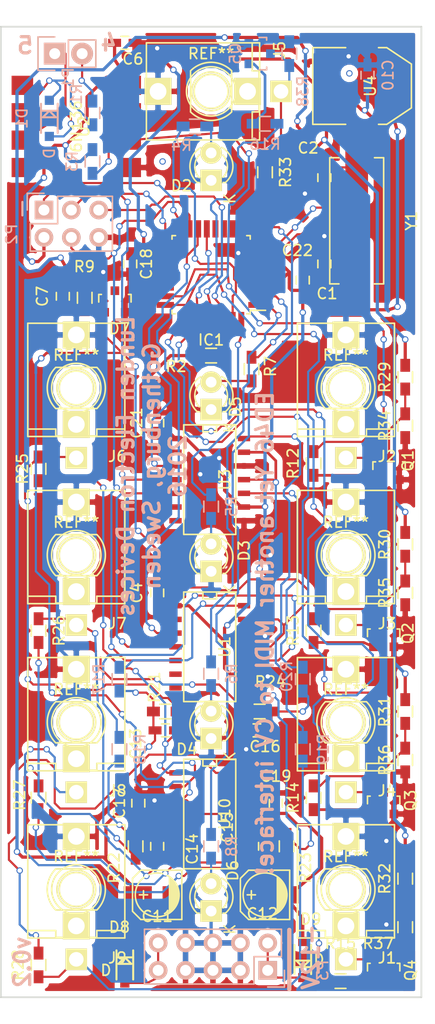
<source format=kicad_pcb>
(kicad_pcb (version 4) (host pcbnew 4.0.2-stable)
  (layers (0 F.Cu signal) (31 B.Cu signal) (34 B.Paste user) (35 F.Paste user) (36 B.SilkS user) (37 F.SilkS user) (38 B.Mask user) (39 F.Mask user) (44 Edge.Cuts user))
  (net 0 "")
  (net 1 "Net-(C1-Pad1)")
  (net 2 GND)
  (net 3 "Net-(C2-Pad1)")
  (net 4 +5V)
  (net 5 VEE)
  (net 6 "Net-(C13-Pad1)")
  (net 7 "Net-(C13-Pad2)")
  (net 8 "Net-(C14-Pad1)")
  (net 9 "Net-(C14-Pad2)")
  (net 10 "Net-(C15-Pad1)")
  (net 11 "Net-(C15-Pad2)")
  (net 12 "Net-(C16-Pad1)")
  (net 13 "Net-(C16-Pad2)")
  (net 14 "Net-(D1-Pad1)")
  (net 15 "Net-(D1-Pad2)")
  (net 16 VCC)
  (net 17 "Net-(D3-Pad2)")
  (net 18 /spi_mosi)
  (net 19 /spi_sck)
  (net 20 /spi_miso)
  (net 21 ch1_gate)
  (net 22 ch2_gate)
  (net 23 ch3_gate)
  (net 24 ch4_gate)
  (net 25 clock_out1)
  (net 26 /reset)
  (net 27 /midi_in)
  (net 28 "Net-(J2-Pad1)")
  (net 29 "Net-(J3-Pad1)")
  (net 30 "Net-(J4-Pad1)")
  (net 31 "Net-(J5-Pad1)")
  (net 32 "Net-(J6-Pad1)")
  (net 33 "Net-(J8-Pad1)")
  (net 34 "Net-(J9-Pad1)")
  (net 35 ch1_cv)
  (net 36 ch2_cv)
  (net 37 ch3_cv)
  (net 38 ch4_cv)
  (net 39 /spi_ss_1)
  (net 40 /spi_ss_2)
  (net 41 "Net-(D5-Pad2)")
  (net 42 "Net-(D6-Pad2)")
  (net 43 "Net-(D8-Pad2)")
  (net 44 "Net-(IC1-Pad1)")
  (net 45 "Net-(IC1-Pad2)")
  (net 46 "Net-(IC1-Pad9)")
  (net 47 "Net-(IC1-Pad31)")
  (net 48 "Net-(IC1-Pad32)")
  (net 49 "Net-(D2-Pad2)")
  (net 50 "Net-(D4-Pad2)")
  (net 51 "Net-(D9-Pad1)")
  (net 52 "Net-(J1-Pad1)")
  (net 53 "Net-(J7-Pad1)")
  (net 54 "Net-(P1-Pad2)")
  (net 55 "Net-(Q1-Pad1)")
  (net 56 "Net-(Q2-Pad1)")
  (net 57 "Net-(Q3-Pad1)")
  (net 58 "Net-(Q4-Pad1)")
  (net 59 "Net-(Q5-Pad1)")
  (net 60 vref_2.5)
  (module Connect:1pin (layer F.Cu) (at 79 160)
    (fp_text reference REF** (at 0 -3.048) (layer F.SilkS) (effects (font (thickness 0.16))))
    (fp_text value 1pin)
    (pad 1 thru_hole circle (at 0 0) (size 3.3 3.3) (drill 3) (layers *.Cu *.Mask F.SilkS))
  )
  (module Connect:1pin (layer F.Cu) (at 104 160)
    (fp_text reference REF** (at 0 -3.048) (layer F.SilkS) (effects (font (thickness 0.16))))
    (fp_text value 1pin)
    (pad 1 thru_hole circle (at 0 0) (size 3.3 3.3) (drill 3) (layers *.Cu *.Mask F.SilkS))
  )
  (module Connect:1pin (layer F.Cu) (at 104 144.5)
    (fp_text reference REF** (at 0 -3.048) (layer F.SilkS) (effects (font (thickness 0.16))))
    (fp_text value 1pin)
    (pad 1 thru_hole circle (at 0 0) (size 3.3 3.3) (drill 3) (layers *.Cu *.Mask F.SilkS))
  )
  (module Connect:1pin (layer F.Cu) (at 79 144.5)
    (fp_text reference REF** (at 0 -3.048) (layer F.SilkS) (effects (font (thickness 0.16))))
    (fp_text value 1pin)
    (pad 1 thru_hole circle (at 0 0) (size 3.3 3.3) (drill 3) (layers *.Cu *.Mask F.SilkS))
  )
  (module Connect:1pin (layer F.Cu) (at 91.5 86)
    (fp_text reference REF** (at 0 -3.5) (layer F.SilkS) (effects (font (thickness 0.16))))
    (fp_text value 1pin)
    (pad 1 thru_hole circle (at 0 0) (size 3.3 3.3) (drill 3) (layers *.Cu *.Mask F.SilkS))
  )
  (module Connect:1pin (layer F.Cu) (at 104 129)
    (fp_text reference REF** (at 0 -3.048) (layer F.SilkS) (effects (font (thickness 0.16))))
    (fp_text value 1pin)
    (pad 1 thru_hole circle (at 0 0) (size 3.3 3.3) (drill 3) (layers *.Cu *.Mask F.SilkS))
  )
  (module Connect:1pin (layer F.Cu) (at 104 113.5)
    (fp_text reference REF** (at 0 -3.048) (layer F.SilkS) (effects (font (thickness 0.16))))
    (fp_text value 1pin)
    (pad 1 thru_hole circle (at 0 0) (size 3.3 3.3) (drill 3) (layers *.Cu *.Mask F.SilkS))
  )
  (module Connect:1pin (layer F.Cu) (at 79 113.5)
    (fp_text reference REF** (at 0 -3.048) (layer F.SilkS) (effects (font (thickness 0.16))))
    (fp_text value 1pin)
    (pad 1 thru_hole circle (at 0 0) (size 3.3 3.3) (drill 3) (layers *.Cu *.Mask F.SilkS))
  )
  (module Connect:1pin (layer F.Cu) (at 79 129)
    (fp_text reference REF** (at 0 -3.048) (layer F.SilkS) (effects (font (thickness 0.16))))
    (fp_text value 1pin)
    (pad 1 thru_hole circle (at 0 0) (size 3.3 3.3) (drill 3) (layers *.Cu *.Mask F.SilkS))
  )
  (module Capacitors_SMD:c_elec_4x5.3 (layer F.Cu) (at 86.5 160.5 180)
    (fp_text reference C11 (at 0 -2 180) (layer F.SilkS) (effects (font (thickness 0.16))))
    (fp_text value 10u)
    (pad 1 smd rect (at 1.80086 0 180) (size 2.60096 1.6002) (layers F.Cu F.Paste F.Mask) (net 16 VCC))
    (pad 2 smd rect (at -1.80086 0 180) (size 2.60096 1.6002) (layers F.Cu F.Paste F.Mask) (net 2 GND))
  )
  (module Capacitors_SMD:c_elec_4x5.3 (layer F.Cu) (at 96.5 160.5 180)
    (fp_text reference C12 (at 0.25 -1.75 180) (layer F.SilkS) (effects (font (thickness 0.16))))
    (fp_text value 10u)
    (pad 1 smd rect (at 1.80086 0 180) (size 2.60096 1.6002) (layers F.Cu F.Paste F.Mask) (net 2 GND))
    (pad 2 smd rect (at -1.80086 0 180) (size 2.60096 1.6002) (layers F.Cu F.Paste F.Mask) (net 5 VEE))
  )
  (module Capacitors_SMD:C_0603_HandSoldering (layer F.Cu) (at 87.25 145.25 180)
    (fp_text reference C13 (at 2.75 -1.25 270) (layer F.SilkS) (effects (font (thickness 0.16))))
    (fp_text value 18p)
    (pad 1 smd rect (at -0.95 0 180) (size 1.2 0.75) (layers F.Cu F.Paste F.Mask) (net 6 "Net-(C13-Pad1)"))
    (pad 2 smd rect (at 0.95 0 180) (size 1.2 0.75) (layers F.Cu F.Paste F.Mask) (net 7 "Net-(C13-Pad2)"))
  )
  (module Capacitors_SMD:C_0603_HandSoldering (layer F.Cu) (at 86.5 156 90)
    (fp_text reference C14 (at -0.25 3.25 90) (layer F.SilkS) (effects (font (thickness 0.16))))
    (fp_text value 18p)
    (pad 1 smd rect (at -0.95 0 90) (size 1.2 0.75) (layers F.Cu F.Paste F.Mask) (net 8 "Net-(C14-Pad1)"))
    (pad 2 smd rect (at 0.95 0 90) (size 1.2 0.75) (layers F.Cu F.Paste F.Mask) (net 9 "Net-(C14-Pad2)"))
  )
  (module Capacitors_SMD:C_0603_HandSoldering (layer F.Cu) (at 96.5 156 90)
    (fp_text reference C15 (at 1.75 -3.5 90) (layer F.SilkS) (effects (font (thickness 0.16))))
    (fp_text value 18p)
    (pad 1 smd rect (at -0.95 0 90) (size 1.2 0.75) (layers F.Cu F.Paste F.Mask) (net 10 "Net-(C15-Pad1)"))
    (pad 2 smd rect (at 0.95 0 90) (size 1.2 0.75) (layers F.Cu F.Paste F.Mask) (net 11 "Net-(C15-Pad2)"))
  )
  (module Capacitors_SMD:C_0603_HandSoldering (layer F.Cu) (at 95.75 145.25)
    (fp_text reference C16 (at 0.75 1.5) (layer F.SilkS) (effects (font (thickness 0.16))))
    (fp_text value 18p)
    (pad 1 smd rect (at -0.95 0) (size 1.2 0.75) (layers F.Cu F.Paste F.Mask) (net 12 "Net-(C16-Pad1)"))
    (pad 2 smd rect (at 0.95 0) (size 1.2 0.75) (layers F.Cu F.Paste F.Mask) (net 13 "Net-(C16-Pad2)"))
  )
  (module Capacitors_SMD:C_0603_HandSoldering (layer F.Cu) (at 84.75 152 90)
    (fp_text reference C17 (at 0 -1.75 90) (layer F.SilkS) (effects (font (thickness 0.16))))
    (fp_text value 100n)
    (pad 1 smd rect (at -0.95 0 90) (size 1.2 0.75) (layers F.Cu F.Paste F.Mask) (net 16 VCC))
    (pad 2 smd rect (at 0.95 0 90) (size 1.2 0.75) (layers F.Cu F.Paste F.Mask) (net 2 GND))
  )
  (module Capacitors_SMD:C_0603_HandSoldering (layer F.Cu) (at 84 102 270)
    (fp_text reference C18 (at 0 -1.5 270) (layer F.SilkS) (effects (font (thickness 0.16))))
    (fp_text value 100n)
    (pad 1 smd rect (at -0.95 0 270) (size 1.2 0.75) (layers F.Cu F.Paste F.Mask) (net 4 +5V))
    (pad 2 smd rect (at 0.95 0 270) (size 1.2 0.75) (layers F.Cu F.Paste F.Mask) (net 2 GND))
  )
  (module Capacitors_SMD:C_0603_HandSoldering (layer F.Cu) (at 97.5 152 270)
    (fp_text reference C19 (at -2.5 0 360) (layer F.SilkS) (effects (font (thickness 0.16))))
    (fp_text value 100n)
    (pad 1 smd rect (at -0.95 0 270) (size 1.2 0.75) (layers F.Cu F.Paste F.Mask) (net 2 GND))
    (pad 2 smd rect (at 0.95 0 270) (size 1.2 0.75) (layers F.Cu F.Paste F.Mask) (net 5 VEE))
  )
  (module Capacitors_SMD:C_0603_HandSoldering (layer F.Cu) (at 86.5 116.75 90)
    (fp_text reference C21 (at 0 -1.9 90) (layer F.SilkS) (effects (font (thickness 0.16))))
    (fp_text value 100n)
    (pad 1 smd rect (at -0.95 0 90) (size 1.2 0.75) (layers F.Cu F.Paste F.Mask) (net 4 +5V))
    (pad 2 smd rect (at 0.95 0 90) (size 1.2 0.75) (layers F.Cu F.Paste F.Mask) (net 2 GND))
  )
  (module Capacitors_SMD:C_0603_HandSoldering (layer F.Cu) (at 100 103.5 90)
    (fp_text reference C22 (at 2.75 -0.5 180) (layer F.SilkS) (effects (font (thickness 0.16))))
    (fp_text value 100n)
    (pad 1 smd rect (at -0.95 0 90) (size 1.2 0.75) (layers F.Cu F.Paste F.Mask) (net 4 +5V))
    (pad 2 smd rect (at 0.95 0 90) (size 1.2 0.75) (layers F.Cu F.Paste F.Mask) (net 2 GND))
  )
  (module smd_diodes:SOD123 (layer B.Cu) (at 76.5 88.5 270)
    (fp_text reference D1 (at 0 2.54 270) (layer B.SilkS) (effects (font (thickness 0.16)) (justify mirror)))
    (fp_text value D (at 3.25 0 270) (layer B.SilkS) (effects (font (thickness 0.16)) (justify mirror)))
    (pad 1 smd rect (at -1.67386 0 270) (size 0.8509 0.8509) (layers B.Cu B.Paste B.Mask) (net 14 "Net-(D1-Pad1)"))
    (pad 2 smd rect (at 1.67386 0 270) (size 0.8509 0.8509) (layers B.Cu B.Paste B.Mask) (net 15 "Net-(D1-Pad2)"))
  )
  (module LEDs:LED-3MM (layer F.Cu) (at 91.5 94.25 90)
    (fp_text reference D2 (at -0.5 -2.75 180) (layer F.SilkS) (effects (font (thickness 0.16))))
    (fp_text value LED)
    (fp_text user K (at -1.69 1.74 90) (layer F.SilkS))
    (pad 1 thru_hole rect (at 0 0 180) (size 2 2) (drill 1.00076) (layers *.Cu *.Mask F.SilkS) (net 2 GND))
    (pad 2 thru_hole circle (at 2.54 0 90) (size 2 2) (drill 1.00076) (layers *.Cu *.Mask F.SilkS) (net 49 "Net-(D2-Pad2)"))
  )
  (module LEDs:LED-3MM (layer F.Cu) (at 91.5 130.5 90)
    (fp_text reference D3 (at 1.91 3.06 90) (layer F.SilkS) (effects (font (thickness 0.16))))
    (fp_text value LED)
    (fp_text user K (at -1.69 1.74 90) (layer F.SilkS))
    (pad 1 thru_hole rect (at 0 0 180) (size 2 2) (drill 1.00076) (layers *.Cu *.Mask F.SilkS) (net 2 GND))
    (pad 2 thru_hole circle (at 2.54 0 90) (size 2 2) (drill 1.00076) (layers *.Cu *.Mask F.SilkS) (net 17 "Net-(D3-Pad2)"))
  )
  (module LEDs:LED-3MM (layer F.Cu) (at 91.5 146 90)
    (fp_text reference D4 (at -1 -2.25 180) (layer F.SilkS) (effects (font (thickness 0.16))))
    (fp_text value LED)
    (fp_text user K (at -1.69 1.74 90) (layer F.SilkS))
    (pad 1 thru_hole rect (at 0 0 180) (size 2 2) (drill 1.00076) (layers *.Cu *.Mask F.SilkS) (net 2 GND))
    (pad 2 thru_hole circle (at 2.54 0 90) (size 2 2) (drill 1.00076) (layers *.Cu *.Mask F.SilkS) (net 50 "Net-(D4-Pad2)"))
  )
  (module LEDs:LED-3MM (layer F.Cu) (at 91.5 115.5 90)
    (fp_text reference D5 (at 0.25 2.25 90) (layer F.SilkS) (effects (font (thickness 0.16))))
    (fp_text value LED)
    (fp_text user K (at -1.69 1.74 90) (layer F.SilkS))
    (pad 1 thru_hole rect (at 0 0 180) (size 2 2) (drill 1.00076) (layers *.Cu *.Mask F.SilkS) (net 2 GND))
    (pad 2 thru_hole circle (at 2.54 0 90) (size 2 2) (drill 1.00076) (layers *.Cu *.Mask F.SilkS) (net 41 "Net-(D5-Pad2)"))
  )
  (module LEDs:LED-3MM (layer F.Cu) (at 91.5 162 90)
    (fp_text reference D6 (at 3.75 2 90) (layer F.SilkS) (effects (font (thickness 0.16))))
    (fp_text value LED)
    (fp_text user K (at -1.69 1.74 90) (layer F.SilkS))
    (pad 1 thru_hole rect (at 0 0 180) (size 2 2) (drill 1.00076) (layers *.Cu *.Mask F.SilkS) (net 2 GND))
    (pad 2 thru_hole circle (at 2.54 0 90) (size 2 2) (drill 1.00076) (layers *.Cu *.Mask F.SilkS) (net 42 "Net-(D6-Pad2)"))
  )
  (module TO_SOT_Packages_SMD:SOT-23 (layer F.Cu) (at 82.58 105.48)
    (fp_text reference D7 (at 0.42 2.52) (layer F.SilkS) (effects (font (thickness 0.16))))
    (fp_text value LM4040)
    (pad 1 smd rect (at -0.95 1.00076) (size 0.8001 0.8001) (layers F.Cu F.Paste F.Mask) (net 60 vref_2.5))
    (pad 2 smd rect (at 0.95 1.00076) (size 0.8001 0.8001) (layers F.Cu F.Paste F.Mask) (net 2 GND))
    (pad 3 smd rect (at 0 -0.99822) (size 0.8001 0.8001) (layers F.Cu F.Paste F.Mask))
  )
  (module smd_diodes:SOD123 (layer F.Cu) (at 83.5 167 270)
    (fp_text reference D8 (at -3.5 0.5 360) (layer F.SilkS) (effects (font (thickness 0.16))))
    (fp_text value D (at 0.5 1.75 360) (layer F.SilkS) (effects (font (thickness 0.16))))
    (pad 1 smd rect (at -1.67386 0 270) (size 0.8509 0.8509) (layers F.Cu F.Paste F.Mask) (net 16 VCC))
    (pad 2 smd rect (at 1.67386 0 270) (size 0.8509 0.8509) (layers F.Cu F.Paste F.Mask) (net 43 "Net-(D8-Pad2)"))
  )
  (module smd_diodes:SOD123 (layer F.Cu) (at 100 166.5 90)
    (fp_text reference D9 (at 3.75 0.75 180) (layer F.SilkS) (effects (font (thickness 0.16))))
    (fp_text value D (at 0 1.5 180) (layer F.SilkS) (effects (font (thickness 0.16))))
    (pad 1 smd rect (at -1.67386 0 90) (size 0.8509 0.8509) (layers F.Cu F.Paste F.Mask) (net 51 "Net-(D9-Pad1)"))
    (pad 2 smd rect (at 1.67386 0 90) (size 0.8509 0.8509) (layers F.Cu F.Paste F.Mask) (net 5 VEE))
  )
  (module Housings_QFP:TQFP-32_7x7mm_Pitch0.8mm (layer F.Cu) (at 91.5 103 180)
    (fp_text reference IC1 (at 0 -6.05 180) (layer F.SilkS) (effects (font (thickness 0.16))))
    (fp_text value ATMEGA328-A)
    (pad 1 smd rect (at -4.25 -2.8 180) (size 1.6 0.55) (layers F.Cu F.Paste F.Mask) (net 44 "Net-(IC1-Pad1)"))
    (pad 2 smd rect (at -4.25 -2 180) (size 1.6 0.55) (layers F.Cu F.Paste F.Mask) (net 45 "Net-(IC1-Pad2)"))
    (pad 3 smd rect (at -4.25 -1.2 180) (size 1.6 0.55) (layers F.Cu F.Paste F.Mask) (net 2 GND))
    (pad 4 smd rect (at -4.25 -0.4 180) (size 1.6 0.55) (layers F.Cu F.Paste F.Mask) (net 4 +5V))
    (pad 5 smd rect (at -4.25 0.4 180) (size 1.6 0.55) (layers F.Cu F.Paste F.Mask) (net 2 GND))
    (pad 6 smd rect (at -4.25 1.2 180) (size 1.6 0.55) (layers F.Cu F.Paste F.Mask) (net 4 +5V))
    (pad 7 smd rect (at -4.25 2 180) (size 1.6 0.55) (layers F.Cu F.Paste F.Mask) (net 1 "Net-(C1-Pad1)"))
    (pad 8 smd rect (at -4.25 2.8 180) (size 1.6 0.55) (layers F.Cu F.Paste F.Mask) (net 3 "Net-(C2-Pad1)"))
    (pad 9 smd rect (at -2.8 4.25 270) (size 1.6 0.55) (layers F.Cu F.Paste F.Mask) (net 46 "Net-(IC1-Pad9)"))
    (pad 10 smd rect (at -2 4.25 270) (size 1.6 0.55) (layers F.Cu F.Paste F.Mask))
    (pad 11 smd rect (at -1.2 4.25 270) (size 1.6 0.55) (layers F.Cu F.Paste F.Mask))
    (pad 12 smd rect (at -0.4 4.25 270) (size 1.6 0.55) (layers F.Cu F.Paste F.Mask))
    (pad 13 smd rect (at 0.4 4.25 270) (size 1.6 0.55) (layers F.Cu F.Paste F.Mask) (net 39 /spi_ss_1))
    (pad 14 smd rect (at 1.2 4.25 270) (size 1.6 0.55) (layers F.Cu F.Paste F.Mask) (net 40 /spi_ss_2))
    (pad 15 smd rect (at 2 4.25 270) (size 1.6 0.55) (layers F.Cu F.Paste F.Mask) (net 18 /spi_mosi))
    (pad 16 smd rect (at 2.8 4.25 270) (size 1.6 0.55) (layers F.Cu F.Paste F.Mask) (net 20 /spi_miso))
    (pad 17 smd rect (at 4.25 2.8 180) (size 1.6 0.55) (layers F.Cu F.Paste F.Mask) (net 19 /spi_sck))
    (pad 18 smd rect (at 4.25 2 180) (size 1.6 0.55) (layers F.Cu F.Paste F.Mask) (net 4 +5V))
    (pad 19 smd rect (at 4.25 1.2 180) (size 1.6 0.55) (layers F.Cu F.Paste F.Mask))
    (pad 20 smd rect (at 4.25 0.4 180) (size 1.6 0.55) (layers F.Cu F.Paste F.Mask))
    (pad 21 smd rect (at 4.25 -0.4 180) (size 1.6 0.55) (layers F.Cu F.Paste F.Mask) (net 2 GND))
    (pad 22 smd rect (at 4.25 -1.2 180) (size 1.6 0.55) (layers F.Cu F.Paste F.Mask))
    (pad 23 smd rect (at 4.25 -2 180) (size 1.6 0.55) (layers F.Cu F.Paste F.Mask) (net 21 ch1_gate))
    (pad 24 smd rect (at 4.25 -2.8 180) (size 1.6 0.55) (layers F.Cu F.Paste F.Mask) (net 22 ch2_gate))
    (pad 25 smd rect (at 2.8 -4.25 270) (size 1.6 0.55) (layers F.Cu F.Paste F.Mask) (net 23 ch3_gate))
    (pad 26 smd rect (at 2 -4.25 270) (size 1.6 0.55) (layers F.Cu F.Paste F.Mask) (net 24 ch4_gate))
    (pad 27 smd rect (at 1.2 -4.25 270) (size 1.6 0.55) (layers F.Cu F.Paste F.Mask) (net 25 clock_out1))
    (pad 28 smd rect (at 0.4 -4.25 270) (size 1.6 0.55) (layers F.Cu F.Paste F.Mask))
    (pad 29 smd rect (at -0.4 -4.25 270) (size 1.6 0.55) (layers F.Cu F.Paste F.Mask) (net 26 /reset))
    (pad 30 smd rect (at -1.2 -4.25 270) (size 1.6 0.55) (layers F.Cu F.Paste F.Mask) (net 27 /midi_in))
    (pad 31 smd rect (at -2 -4.25 270) (size 1.6 0.55) (layers F.Cu F.Paste F.Mask) (net 47 "Net-(IC1-Pad31)"))
    (pad 32 smd rect (at -2.8 -4.25 270) (size 1.6 0.55) (layers F.Cu F.Paste F.Mask) (net 48 "Net-(IC1-Pad32)"))
  )
  (module Pin_Headers:Pin_Header_Straight_1x02 (layer B.Cu) (at 77 82.5 270)
    (fp_text reference P1 (at 2.25 -1.25 270) (layer B.SilkS) (effects (font (thickness 0.16)) (justify mirror)))
    (fp_text value CONN_01X02)
    (pad 1 thru_hole rect (at 0 0 270) (size 2.032 2.032) (drill 1.016) (layers *.Cu *.Mask B.SilkS) (net 15 "Net-(D1-Pad2)"))
    (pad 2 thru_hole oval (at 0 -2.54 270) (size 2.032 2.032) (drill 1.016) (layers *.Cu *.Mask B.SilkS) (net 54 "Net-(P1-Pad2)"))
  )
  (module Pin_Headers:Pin_Header_Straight_2x03 (layer B.Cu) (at 76 97 270)
    (fp_text reference P2 (at 2.25 3 270) (layer B.SilkS) (effects (font (thickness 0.16)) (justify mirror)))
    (fp_text value CONN_02X03)
    (pad 1 thru_hole rect (at 0 0 270) (size 1.7272 1.7272) (drill 1.016) (layers *.Cu *.Mask B.SilkS) (net 20 /spi_miso))
    (pad 2 thru_hole oval (at 2.54 0 270) (size 1.7272 1.7272) (drill 1.016) (layers *.Cu *.Mask B.SilkS) (net 4 +5V))
    (pad 3 thru_hole oval (at 0 -2.54 270) (size 1.7272 1.7272) (drill 1.016) (layers *.Cu *.Mask B.SilkS) (net 19 /spi_sck))
    (pad 4 thru_hole oval (at 2.54 -2.54 270) (size 1.7272 1.7272) (drill 1.016) (layers *.Cu *.Mask B.SilkS) (net 18 /spi_mosi))
    (pad 5 thru_hole oval (at 0 -5.08 270) (size 1.7272 1.7272) (drill 1.016) (layers *.Cu *.Mask B.SilkS) (net 26 /reset))
    (pad 6 thru_hole oval (at 2.54 -5.08 270) (size 1.7272 1.7272) (drill 1.016) (layers *.Cu *.Mask B.SilkS) (net 2 GND))
  )
  (module Pin_Headers:Pin_Header_Straight_2x05 (layer B.Cu) (at 96.75 167.5 90)
    (fp_text reference P3 (at 0 5.1 90) (layer B.SilkS) (effects (font (thickness 0.16)) (justify mirror)))
    (fp_text value CONN_02X05)
    (pad 1 thru_hole rect (at 0 0 90) (size 1.7272 1.7272) (drill 1.016) (layers *.Cu *.Mask B.SilkS) (net 51 "Net-(D9-Pad1)"))
    (pad 2 thru_hole oval (at 2.54 0 90) (size 1.7272 1.7272) (drill 1.016) (layers *.Cu *.Mask B.SilkS) (net 51 "Net-(D9-Pad1)"))
    (pad 3 thru_hole oval (at 0 -2.54 90) (size 1.7272 1.7272) (drill 1.016) (layers *.Cu *.Mask B.SilkS) (net 2 GND))
    (pad 4 thru_hole oval (at 2.54 -2.54 90) (size 1.7272 1.7272) (drill 1.016) (layers *.Cu *.Mask B.SilkS) (net 2 GND))
    (pad 5 thru_hole oval (at 0 -5.08 90) (size 1.7272 1.7272) (drill 1.016) (layers *.Cu *.Mask B.SilkS) (net 2 GND))
    (pad 6 thru_hole oval (at 2.54 -5.08 90) (size 1.7272 1.7272) (drill 1.016) (layers *.Cu *.Mask B.SilkS) (net 2 GND))
    (pad 7 thru_hole oval (at 0 -7.62 90) (size 1.7272 1.7272) (drill 1.016) (layers *.Cu *.Mask B.SilkS) (net 2 GND))
    (pad 8 thru_hole oval (at 2.54 -7.62 90) (size 1.7272 1.7272) (drill 1.016) (layers *.Cu *.Mask B.SilkS) (net 2 GND))
    (pad 9 thru_hole oval (at 0 -10.16 90) (size 1.7272 1.7272) (drill 1.016) (layers *.Cu *.Mask B.SilkS) (net 43 "Net-(D8-Pad2)"))
    (pad 10 thru_hole oval (at 2.54 -10.16 90) (size 1.7272 1.7272) (drill 1.016) (layers *.Cu *.Mask B.SilkS) (net 43 "Net-(D8-Pad2)"))
  )
  (module SMD_Packages:SOIC-14_N (layer F.Cu) (at 91.5 137.5 270)
    (fp_text reference U1 (at 0 -1.27 270) (layer F.SilkS) (effects (font (thickness 0.16))))
    (fp_text value MCP4922-E/SL)
    (pad 1 smd rect (at -3.81 3.302 270) (size 0.508 1.143) (layers F.Cu F.Paste F.Mask) (net 4 +5V))
    (pad 2 smd rect (at -2.54 3.302 270) (size 0.508 1.143) (layers F.Cu F.Paste F.Mask))
    (pad 3 smd rect (at -1.27 3.302 270) (size 0.508 1.143) (layers F.Cu F.Paste F.Mask) (net 39 /spi_ss_1))
    (pad 4 smd rect (at 0 3.302 270) (size 0.508 1.143) (layers F.Cu F.Paste F.Mask) (net 19 /spi_sck))
    (pad 5 smd rect (at 1.27 3.302 270) (size 0.508 1.143) (layers F.Cu F.Paste F.Mask) (net 18 /spi_mosi))
    (pad 6 smd rect (at 2.54 3.302 270) (size 0.508 1.143) (layers F.Cu F.Paste F.Mask))
    (pad 7 smd rect (at 3.81 3.302 270) (size 0.508 1.143) (layers F.Cu F.Paste F.Mask))
    (pad 8 smd rect (at 3.81 -3.048 270) (size 0.508 1.143) (layers F.Cu F.Paste F.Mask) (net 2 GND))
    (pad 9 smd rect (at 2.54 -3.048 270) (size 0.508 1.143) (layers F.Cu F.Paste F.Mask) (net 4 +5V))
    (pad 11 smd rect (at 0 -3.048 270) (size 0.508 1.143) (layers F.Cu F.Paste F.Mask) (net 60 vref_2.5))
    (pad 12 smd rect (at -1.27 -3.048 270) (size 0.508 1.143) (layers F.Cu F.Paste F.Mask) (net 2 GND))
    (pad 13 smd rect (at -2.54 -3.048 270) (size 0.508 1.143) (layers F.Cu F.Paste F.Mask) (net 60 vref_2.5))
    (pad 14 smd rect (at -3.81 -3.048 270) (size 0.508 1.143) (layers F.Cu F.Paste F.Mask) (net 35 ch1_cv))
    (pad 10 smd rect (at 1.27 -3.048 270) (size 0.508 1.143) (layers F.Cu F.Paste F.Mask) (net 36 ch2_cv))
  )
  (module kicad-libraries3:SMD-8 (layer F.Cu) (at 79 89.25 90)
    (fp_text reference U2 (at 0 0.7 90) (layer F.SilkS) (effects (font (thickness 0.16))))
    (fp_text value 6N136 (at 0 0 90) (layer F.SilkS) (effects (font (thickness 0.16))))
    (pad 1 smd rect (at 3.81 -5 90) (size 1.78 2) (layers F.Cu F.Paste F.Mask))
    (pad 2 smd rect (at 1.27 -5 90) (size 1.78 2) (layers F.Cu F.Paste F.Mask) (net 14 "Net-(D1-Pad1)"))
    (pad 3 smd rect (at -1.27 -5 90) (size 1.78 2) (layers F.Cu F.Paste F.Mask) (net 15 "Net-(D1-Pad2)"))
    (pad 4 smd rect (at -3.81 -5 90) (size 1.78 2) (layers F.Cu F.Paste F.Mask))
    (pad 5 smd rect (at -3.81 5 90) (size 1.78 2) (layers F.Cu F.Paste F.Mask) (net 2 GND))
    (pad 6 smd rect (at -1.27 5 90) (size 1.78 2) (layers F.Cu F.Paste F.Mask) (net 27 /midi_in))
    (pad 7 smd rect (at 1.27 5 90) (size 1.78 2) (layers F.Cu F.Paste F.Mask))
    (pad 8 smd rect (at 3.81 5 90) (size 1.78 2) (layers F.Cu F.Paste F.Mask) (net 4 +5V))
  )
  (module SMD_Packages:SOIC-14_N (layer F.Cu) (at 91.5 122 270)
    (fp_text reference U3 (at 0 -1.27 270) (layer F.SilkS) (effects (font (thickness 0.16))))
    (fp_text value MCP4922-E/SL)
    (pad 1 smd rect (at -3.81 3.302 270) (size 0.508 1.143) (layers F.Cu F.Paste F.Mask) (net 4 +5V))
    (pad 2 smd rect (at -2.54 3.302 270) (size 0.508 1.143) (layers F.Cu F.Paste F.Mask))
    (pad 3 smd rect (at -1.27 3.302 270) (size 0.508 1.143) (layers F.Cu F.Paste F.Mask) (net 40 /spi_ss_2))
    (pad 4 smd rect (at 0 3.302 270) (size 0.508 1.143) (layers F.Cu F.Paste F.Mask) (net 19 /spi_sck))
    (pad 5 smd rect (at 1.27 3.302 270) (size 0.508 1.143) (layers F.Cu F.Paste F.Mask) (net 18 /spi_mosi))
    (pad 6 smd rect (at 2.54 3.302 270) (size 0.508 1.143) (layers F.Cu F.Paste F.Mask))
    (pad 7 smd rect (at 3.81 3.302 270) (size 0.508 1.143) (layers F.Cu F.Paste F.Mask))
    (pad 8 smd rect (at 3.81 -3.048 270) (size 0.508 1.143) (layers F.Cu F.Paste F.Mask) (net 2 GND))
    (pad 9 smd rect (at 2.54 -3.048 270) (size 0.508 1.143) (layers F.Cu F.Paste F.Mask) (net 4 +5V))
    (pad 11 smd rect (at 0 -3.048 270) (size 0.508 1.143) (layers F.Cu F.Paste F.Mask) (net 60 vref_2.5))
    (pad 12 smd rect (at -1.27 -3.048 270) (size 0.508 1.143) (layers F.Cu F.Paste F.Mask) (net 2 GND))
    (pad 13 smd rect (at -2.54 -3.048 270) (size 0.508 1.143) (layers F.Cu F.Paste F.Mask) (net 60 vref_2.5))
    (pad 14 smd rect (at -3.81 -3.048 270) (size 0.508 1.143) (layers F.Cu F.Paste F.Mask) (net 37 ch3_cv))
    (pad 10 smd rect (at 1.27 -3.048 270) (size 0.508 1.143) (layers F.Cu F.Paste F.Mask) (net 38 ch4_cv))
  )
  (module TO_SOT_Packages_SMD:SOT-223 (layer F.Cu) (at 105.5 85.5 270)
    (fp_text reference U4 (at 0 -0.762 270) (layer F.SilkS) (effects (font (thickness 0.16))))
    (fp_text value LD1117S50TR)
    (pad 4 smd rect (at 0 -3.302 270) (size 3.6576 2.032) (layers F.Cu F.Paste F.Mask))
    (pad 2 smd rect (at 0 3.302 270) (size 1.016 2.032) (layers F.Cu F.Paste F.Mask) (net 4 +5V))
    (pad 3 smd rect (at 2.286 3.302 270) (size 1.016 2.032) (layers F.Cu F.Paste F.Mask) (net 16 VCC))
    (pad 1 smd rect (at -2.286 3.302 270) (size 1.016 2.032) (layers F.Cu F.Paste F.Mask) (net 2 GND))
  )
  (module SMD_Packages:SOIC-14_N (layer F.Cu) (at 91.5 153 270)
    (fp_text reference U10 (at 0 -1.27 270) (layer F.SilkS) (effects (font (thickness 0.16))))
    (fp_text value TL074)
    (pad 1 smd rect (at -3.81 3.302 270) (size 0.508 1.143) (layers F.Cu F.Paste F.Mask) (net 6 "Net-(C13-Pad1)"))
    (pad 2 smd rect (at -2.54 3.302 270) (size 0.508 1.143) (layers F.Cu F.Paste F.Mask) (net 7 "Net-(C13-Pad2)"))
    (pad 3 smd rect (at -1.27 3.302 270) (size 0.508 1.143) (layers F.Cu F.Paste F.Mask) (net 60 vref_2.5))
    (pad 4 smd rect (at 0 3.302 270) (size 0.508 1.143) (layers F.Cu F.Paste F.Mask) (net 16 VCC))
    (pad 5 smd rect (at 1.27 3.302 270) (size 0.508 1.143) (layers F.Cu F.Paste F.Mask) (net 60 vref_2.5))
    (pad 6 smd rect (at 2.54 3.302 270) (size 0.508 1.143) (layers F.Cu F.Paste F.Mask) (net 9 "Net-(C14-Pad2)"))
    (pad 7 smd rect (at 3.81 3.302 270) (size 0.508 1.143) (layers F.Cu F.Paste F.Mask) (net 8 "Net-(C14-Pad1)"))
    (pad 8 smd rect (at 3.81 -3.048 270) (size 0.508 1.143) (layers F.Cu F.Paste F.Mask) (net 10 "Net-(C15-Pad1)"))
    (pad 9 smd rect (at 2.54 -3.048 270) (size 0.508 1.143) (layers F.Cu F.Paste F.Mask) (net 11 "Net-(C15-Pad2)"))
    (pad 11 smd rect (at 0 -3.048 270) (size 0.508 1.143) (layers F.Cu F.Paste F.Mask) (net 5 VEE))
    (pad 12 smd rect (at -1.27 -3.048 270) (size 0.508 1.143) (layers F.Cu F.Paste F.Mask) (net 60 vref_2.5))
    (pad 13 smd rect (at -2.54 -3.048 270) (size 0.508 1.143) (layers F.Cu F.Paste F.Mask) (net 13 "Net-(C16-Pad2)"))
    (pad 14 smd rect (at -3.81 -3.048 270) (size 0.508 1.143) (layers F.Cu F.Paste F.Mask) (net 12 "Net-(C16-Pad1)"))
    (pad 10 smd rect (at 1.27 -3.048 270) (size 0.508 1.143) (layers F.Cu F.Paste F.Mask) (net 60 vref_2.5))
  )
  (module Crystals:Crystal_HC49-SD_SMD (layer F.Cu) (at 105 98 270)
    (fp_text reference Y1 (at 0 -5.08 270) (layer F.SilkS) (effects (font (thickness 0.16))))
    (fp_text value Crystal)
    (pad 1 smd rect (at -4.84886 0 270) (size 5.6007 2.10058) (layers F.Cu F.Paste F.Mask) (net 3 "Net-(C2-Pad1)"))
    (pad 2 smd rect (at 4.84886 0 270) (size 5.6007 2.10058) (layers F.Cu F.Paste F.Mask) (net 1 "Net-(C1-Pad1)"))
  )
  (module TO_SOT_Packages_SMD:SOT-23 (layer F.Cu) (at 108 121)
    (fp_text reference Q1 (at 1.75 -0.75 90) (layer F.SilkS) (effects (font (thickness 0.16))))
    (fp_text value MMBT3904)
    (pad 1 smd rect (at -0.95 1.00076) (size 0.8001 0.8001) (layers F.Cu F.Paste F.Mask) (net 55 "Net-(Q1-Pad1)"))
    (pad 2 smd rect (at 0.95 1.00076) (size 0.8001 0.8001) (layers F.Cu F.Paste F.Mask) (net 2 GND))
    (pad 3 smd rect (at 0 -0.99822) (size 0.8001 0.8001) (layers F.Cu F.Paste F.Mask) (net 28 "Net-(J2-Pad1)"))
  )
  (module TO_SOT_Packages_SMD:SOT-23 (layer F.Cu) (at 107.5 136.5)
    (fp_text reference Q2 (at 2.25 -0.25 90) (layer F.SilkS) (effects (font (thickness 0.16))))
    (fp_text value MMBT3904)
    (pad 1 smd rect (at -0.95 1.00076) (size 0.8001 0.8001) (layers F.Cu F.Paste F.Mask) (net 56 "Net-(Q2-Pad1)"))
    (pad 2 smd rect (at 0.95 1.00076) (size 0.8001 0.8001) (layers F.Cu F.Paste F.Mask) (net 2 GND))
    (pad 3 smd rect (at 0 -0.99822) (size 0.8001 0.8001) (layers F.Cu F.Paste F.Mask) (net 29 "Net-(J3-Pad1)"))
  )
  (module TO_SOT_Packages_SMD:SOT-23 (layer F.Cu) (at 107.5 152)
    (fp_text reference Q3 (at 2.5 -0.25 90) (layer F.SilkS) (effects (font (thickness 0.16))))
    (fp_text value MMBT3904)
    (pad 1 smd rect (at -0.95 1.00076) (size 0.8001 0.8001) (layers F.Cu F.Paste F.Mask) (net 57 "Net-(Q3-Pad1)"))
    (pad 2 smd rect (at 0.95 1.00076) (size 0.8001 0.8001) (layers F.Cu F.Paste F.Mask) (net 2 GND))
    (pad 3 smd rect (at 0 -0.99822) (size 0.8001 0.8001) (layers F.Cu F.Paste F.Mask) (net 30 "Net-(J4-Pad1)"))
  )
  (module TO_SOT_Packages_SMD:SOT-23 (layer F.Cu) (at 107.5 167.5)
    (fp_text reference Q4 (at 2.5 0 270) (layer F.SilkS) (effects (font (thickness 0.16))))
    (fp_text value MMBT3904)
    (pad 1 smd rect (at -0.95 1.00076) (size 0.8001 0.8001) (layers F.Cu F.Paste F.Mask) (net 58 "Net-(Q4-Pad1)"))
    (pad 2 smd rect (at 0.95 1.00076) (size 0.8001 0.8001) (layers F.Cu F.Paste F.Mask) (net 2 GND))
    (pad 3 smd rect (at 0 -0.99822) (size 0.8001 0.8001) (layers F.Cu F.Paste F.Mask) (net 52 "Net-(J1-Pad1)"))
  )
  (module TO_SOT_Packages_SMD:SOT-23 (layer B.Cu) (at 96 82.5 90)
    (fp_text reference Q5 (at 0 -2.25 90) (layer B.SilkS) (effects (font (thickness 0.16)) (justify mirror)))
    (fp_text value MMBT3904)
    (pad 1 smd rect (at -0.95 -1.00076 90) (size 0.8001 0.8001) (layers B.Cu B.Paste B.Mask) (net 59 "Net-(Q5-Pad1)"))
    (pad 2 smd rect (at 0.95 -1.00076 90) (size 0.8001 0.8001) (layers B.Cu B.Paste B.Mask) (net 2 GND))
    (pad 3 smd rect (at 0 0.99822 90) (size 0.8001 0.8001) (layers B.Cu B.Paste B.Mask) (net 31 "Net-(J5-Pad1)"))
  )
  (module Capacitors_SMD:C_0603_HandSoldering (layer F.Cu) (at 102 102 90)
    (fp_text reference C1 (at -2.75 0.25 180) (layer F.SilkS) (effects (font (thickness 0.16))))
    (fp_text value 22p)
    (pad 1 smd rect (at -0.95 0 90) (size 1.2 0.75) (layers F.Cu F.Paste F.Mask) (net 1 "Net-(C1-Pad1)"))
    (pad 2 smd rect (at 0.95 0 90) (size 1.2 0.75) (layers F.Cu F.Paste F.Mask) (net 2 GND))
  )
  (module Capacitors_SMD:C_0603_HandSoldering (layer F.Cu) (at 102 94 270)
    (fp_text reference C2 (at -2.75 1.5 360) (layer F.SilkS) (effects (font (thickness 0.16))))
    (fp_text value 22p)
    (pad 1 smd rect (at -0.95 0 270) (size 1.2 0.75) (layers F.Cu F.Paste F.Mask) (net 3 "Net-(C2-Pad1)"))
    (pad 2 smd rect (at 0.95 0 270) (size 1.2 0.75) (layers F.Cu F.Paste F.Mask) (net 2 GND))
  )
  (module Capacitors_SMD:C_0603_HandSoldering (layer F.Cu) (at 86.5 132.5 90)
    (fp_text reference C4 (at 0 -1.9 90) (layer F.SilkS) (effects (font (thickness 0.16))))
    (fp_text value 100n)
    (pad 1 smd rect (at -0.95 0 90) (size 1.2 0.75) (layers F.Cu F.Paste F.Mask) (net 4 +5V))
    (pad 2 smd rect (at 0.95 0 90) (size 1.2 0.75) (layers F.Cu F.Paste F.Mask) (net 2 GND))
  )
  (module Capacitors_SMD:C_0603_HandSoldering (layer F.Cu) (at 83.5 81.5)
    (fp_text reference C6 (at 0.75 1.5) (layer F.SilkS) (effects (font (thickness 0.16))))
    (fp_text value 100n)
    (pad 1 smd rect (at -0.95 0) (size 1.2 0.75) (layers F.Cu F.Paste F.Mask) (net 4 +5V))
    (pad 2 smd rect (at 0.95 0) (size 1.2 0.75) (layers F.Cu F.Paste F.Mask) (net 2 GND))
  )
  (module Capacitors_SMD:C_0603_HandSoldering (layer F.Cu) (at 77.75 105 90)
    (fp_text reference C7 (at 0 -1.9 90) (layer F.SilkS) (effects (font (thickness 0.16))))
    (fp_text value 100n)
    (pad 1 smd rect (at -0.95 0 90) (size 1.2 0.75) (layers F.Cu F.Paste F.Mask) (net 60 vref_2.5))
    (pad 2 smd rect (at 0.95 0 90) (size 1.2 0.75) (layers F.Cu F.Paste F.Mask) (net 2 GND))
  )
  (module Capacitors_SMD:C_0603_HandSoldering (layer B.Cu) (at 106 84.5 90)
    (fp_text reference C10 (at 0 1.9 90) (layer B.SilkS) (effects (font (thickness 0.16)) (justify mirror)))
    (fp_text value 100n)
    (pad 1 smd rect (at -0.95 0 90) (size 1.2 0.75) (layers B.Cu B.Paste B.Mask) (net 4 +5V))
    (pad 2 smd rect (at 0.95 0 90) (size 1.2 0.75) (layers B.Cu B.Paste B.Mask) (net 2 GND))
  )
  (module Resistors_SMD:R_0603_HandSoldering (layer B.Cu) (at 80.5 88 270)
    (fp_text reference R1 (at -1.75 1.5 270) (layer B.SilkS) (effects (font (thickness 0.16)) (justify mirror)))
    (fp_text value 220)
    (pad 1 smd rect (at -1.1 0 270) (size 1.2 0.9) (layers B.Cu B.Paste B.Mask) (net 54 "Net-(P1-Pad2)"))
    (pad 2 smd rect (at 1.1 0 270) (size 1.2 0.9) (layers B.Cu B.Paste B.Mask) (net 14 "Net-(D1-Pad1)"))
  )
  (module Resistors_SMD:R_0603_HandSoldering (layer F.Cu) (at 91.5 110.5)
    (fp_text reference R2 (at -3.25 1) (layer F.SilkS) (effects (font (thickness 0.16))))
    (fp_text value 10k)
    (pad 1 smd rect (at -1.1 0) (size 1.2 0.9) (layers F.Cu F.Paste F.Mask) (net 4 +5V))
    (pad 2 smd rect (at 1.1 0) (size 1.2 0.9) (layers F.Cu F.Paste F.Mask) (net 26 /reset))
  )
  (module Resistors_SMD:R_0603_HandSoldering (layer B.Cu) (at 80.5 92.5 270)
    (fp_text reference R3 (at 0 1.9 270) (layer B.SilkS) (effects (font (thickness 0.16)) (justify mirror)))
    (fp_text value 270)
    (pad 1 smd rect (at -1.1 0 270) (size 1.2 0.9) (layers B.Cu B.Paste B.Mask) (net 4 +5V))
    (pad 2 smd rect (at 1.1 0 270) (size 1.2 0.9) (layers B.Cu B.Paste B.Mask) (net 27 /midi_in))
  )
  (module Resistors_SMD:R_0603_HandSoldering (layer B.Cu) (at 90 89.25 180)
    (fp_text reference R4 (at 1.25 -1.75 180) (layer B.SilkS) (effects (font (thickness 0.16)) (justify mirror)))
    (fp_text value 220)
    (pad 1 smd rect (at -1.1 0 180) (size 1.2 0.9) (layers B.Cu B.Paste B.Mask) (net 49 "Net-(D2-Pad2)"))
    (pad 2 smd rect (at 1.1 0 180) (size 1.2 0.9) (layers B.Cu B.Paste B.Mask) (net 47 "Net-(IC1-Pad31)"))
  )
  (module Resistors_SMD:R_0603_HandSoldering (layer B.Cu) (at 91.5 124.5 90)
    (fp_text reference R5 (at 0 1.9 90) (layer B.SilkS) (effects (font (thickness 0.16)) (justify mirror)))
    (fp_text value 220)
    (pad 1 smd rect (at -1.1 0 90) (size 1.2 0.9) (layers B.Cu B.Paste B.Mask) (net 17 "Net-(D3-Pad2)"))
    (pad 2 smd rect (at 1.1 0 90) (size 1.2 0.9) (layers B.Cu B.Paste B.Mask) (net 48 "Net-(IC1-Pad32)"))
  )
  (module Resistors_SMD:R_0603_HandSoldering (layer B.Cu) (at 91.5 140 90)
    (fp_text reference R6 (at 0 1.9 90) (layer B.SilkS) (effects (font (thickness 0.16)) (justify mirror)))
    (fp_text value 220)
    (pad 1 smd rect (at -1.1 0 90) (size 1.2 0.9) (layers B.Cu B.Paste B.Mask) (net 50 "Net-(D4-Pad2)"))
    (pad 2 smd rect (at 1.1 0 90) (size 1.2 0.9) (layers B.Cu B.Paste B.Mask) (net 44 "Net-(IC1-Pad1)"))
  )
  (module Resistors_SMD:R_0603_HandSoldering (layer F.Cu) (at 95.25 111.75 90)
    (fp_text reference R7 (at 0.25 1.75 90) (layer F.SilkS) (effects (font (thickness 0.16))))
    (fp_text value 220)
    (pad 1 smd rect (at -1.1 0 90) (size 1.2 0.9) (layers F.Cu F.Paste F.Mask) (net 41 "Net-(D5-Pad2)"))
    (pad 2 smd rect (at 1.1 0 90) (size 1.2 0.9) (layers F.Cu F.Paste F.Mask) (net 45 "Net-(IC1-Pad2)"))
  )
  (module Resistors_SMD:R_0603_HandSoldering (layer B.Cu) (at 91.5 156 90)
    (fp_text reference R8 (at 0 1.9 90) (layer B.SilkS) (effects (font (thickness 0.16)) (justify mirror)))
    (fp_text value 220)
    (pad 1 smd rect (at -1.1 0 90) (size 1.2 0.9) (layers B.Cu B.Paste B.Mask) (net 42 "Net-(D6-Pad2)"))
    (pad 2 smd rect (at 1.1 0 90) (size 1.2 0.9) (layers B.Cu B.Paste B.Mask) (net 46 "Net-(IC1-Pad9)"))
  )
  (module Resistors_SMD:R_0603_HandSoldering (layer F.Cu) (at 79.78 105.14 90)
    (fp_text reference R9 (at 2.89 -0.03 180) (layer F.SilkS) (effects (font (thickness 0.16))))
    (fp_text value 1k)
    (pad 1 smd rect (at -1.1 0 90) (size 1.2 0.9) (layers F.Cu F.Paste F.Mask) (net 60 vref_2.5))
    (pad 2 smd rect (at 1.1 0 90) (size 1.2 0.9) (layers F.Cu F.Paste F.Mask) (net 16 VCC))
  )
  (module Resistors_SMD:R_0603_HandSoldering (layer F.Cu) (at 101 120.5 90)
    (fp_text reference R12 (at 0 -1.9 90) (layer F.SilkS) (effects (font (thickness 0.16))))
    (fp_text value 10k)
    (pad 1 smd rect (at -1.1 0 90) (size 1.2 0.9) (layers F.Cu F.Paste F.Mask) (net 55 "Net-(Q1-Pad1)"))
    (pad 2 smd rect (at 1.1 0 90) (size 1.2 0.9) (layers F.Cu F.Paste F.Mask) (net 21 ch1_gate))
  )
  (module Resistors_SMD:R_0603_HandSoldering (layer F.Cu) (at 101 136 90)
    (fp_text reference R13 (at 0 -1.9 90) (layer F.SilkS) (effects (font (thickness 0.16))))
    (fp_text value 10k)
    (pad 1 smd rect (at -1.1 0 90) (size 1.2 0.9) (layers F.Cu F.Paste F.Mask) (net 56 "Net-(Q2-Pad1)"))
    (pad 2 smd rect (at 1.1 0 90) (size 1.2 0.9) (layers F.Cu F.Paste F.Mask) (net 22 ch2_gate))
  )
  (module Resistors_SMD:R_0603_HandSoldering (layer F.Cu) (at 101 151.5 90)
    (fp_text reference R14 (at 0 -1.9 90) (layer F.SilkS) (effects (font (thickness 0.16))))
    (fp_text value 10k)
    (pad 1 smd rect (at -1.1 0 90) (size 1.2 0.9) (layers F.Cu F.Paste F.Mask) (net 57 "Net-(Q3-Pad1)"))
    (pad 2 smd rect (at 1.1 0 90) (size 1.2 0.9) (layers F.Cu F.Paste F.Mask) (net 23 ch3_gate))
  )
  (module Resistors_SMD:R_0603_HandSoldering (layer F.Cu) (at 103.5 168.5 180)
    (fp_text reference R15 (at 0 3.5 180) (layer F.SilkS) (effects (font (thickness 0.16))))
    (fp_text value 10k)
    (pad 1 smd rect (at -1.1 0 180) (size 1.2 0.9) (layers F.Cu F.Paste F.Mask) (net 58 "Net-(Q4-Pad1)"))
    (pad 2 smd rect (at 1.1 0 180) (size 1.2 0.9) (layers F.Cu F.Paste F.Mask) (net 24 ch4_gate))
  )
  (module Resistors_SMD:R_0603_HandSoldering (layer B.Cu) (at 96.5 89)
    (fp_text reference R16 (at 0 1.9) (layer B.SilkS) (effects (font (thickness 0.16)) (justify mirror)))
    (fp_text value 10k)
    (pad 1 smd rect (at -1.1 0) (size 1.2 0.9) (layers B.Cu B.Paste B.Mask) (net 59 "Net-(Q5-Pad1)"))
    (pad 2 smd rect (at 1.1 0) (size 1.2 0.9) (layers B.Cu B.Paste B.Mask) (net 25 clock_out1))
  )
  (module Resistors_SMD:R_0603_HandSoldering (layer B.Cu) (at 83 140.5 270)
    (fp_text reference R17 (at 0 1.9 270) (layer B.SilkS) (effects (font (thickness 0.16)) (justify mirror)))
    (fp_text value 100k)
    (pad 1 smd rect (at -1.1 0 270) (size 1.2 0.9) (layers B.Cu B.Paste B.Mask) (net 35 ch1_cv))
    (pad 2 smd rect (at 1.1 0 270) (size 1.2 0.9) (layers B.Cu B.Paste B.Mask) (net 7 "Net-(C13-Pad2)"))
  )
  (module Resistors_SMD:R_0603_HandSoldering (layer B.Cu) (at 83 147 90)
    (fp_text reference R18 (at 0 1.9 90) (layer B.SilkS) (effects (font (thickness 0.16)) (justify mirror)))
    (fp_text value 100k)
    (pad 1 smd rect (at -1.1 0 90) (size 1.2 0.9) (layers B.Cu B.Paste B.Mask) (net 9 "Net-(C14-Pad2)"))
    (pad 2 smd rect (at 1.1 0 90) (size 1.2 0.9) (layers B.Cu B.Paste B.Mask) (net 36 ch2_cv))
  )
  (module Resistors_SMD:R_0603_HandSoldering (layer B.Cu) (at 100 147 90)
    (fp_text reference R19 (at 0 1.9 90) (layer B.SilkS) (effects (font (thickness 0.16)) (justify mirror)))
    (fp_text value 100k)
    (pad 1 smd rect (at -1.1 0 90) (size 1.2 0.9) (layers B.Cu B.Paste B.Mask) (net 11 "Net-(C15-Pad2)"))
    (pad 2 smd rect (at 1.1 0 90) (size 1.2 0.9) (layers B.Cu B.Paste B.Mask) (net 37 ch3_cv))
  )
  (module Resistors_SMD:R_0603_HandSoldering (layer B.Cu) (at 100 140.5 90)
    (fp_text reference R20 (at 0.25 -1.5 90) (layer B.SilkS) (effects (font (thickness 0.16)) (justify mirror)))
    (fp_text value 100k)
    (pad 1 smd rect (at -1.1 0 90) (size 1.2 0.9) (layers B.Cu B.Paste B.Mask) (net 13 "Net-(C16-Pad2)"))
    (pad 2 smd rect (at 1.1 0 90) (size 1.2 0.9) (layers B.Cu B.Paste B.Mask) (net 38 ch4_cv))
  )
  (module Resistors_SMD:R_0603_HandSoldering (layer F.Cu) (at 87.25 143.5 180)
    (fp_text reference R21 (at 1 2.25 270) (layer F.SilkS) (effects (font (thickness 0.16))))
    (fp_text value 180k)
    (pad 1 smd rect (at -1.1 0 180) (size 1.2 0.9) (layers F.Cu F.Paste F.Mask) (net 32 "Net-(J6-Pad1)"))
    (pad 2 smd rect (at 1.1 0 180) (size 1.2 0.9) (layers F.Cu F.Paste F.Mask) (net 7 "Net-(C13-Pad2)"))
  )
  (module Resistors_SMD:R_0603_HandSoldering (layer F.Cu) (at 84.5 156 90)
    (fp_text reference R22 (at -2 -2 90) (layer F.SilkS) (effects (font (thickness 0.16))))
    (fp_text value 180k)
    (pad 1 smd rect (at -1.1 0 90) (size 1.2 0.9) (layers F.Cu F.Paste F.Mask) (net 53 "Net-(J7-Pad1)"))
    (pad 2 smd rect (at 1.1 0 90) (size 1.2 0.9) (layers F.Cu F.Paste F.Mask) (net 9 "Net-(C14-Pad2)"))
  )
  (module Resistors_SMD:R_0603_HandSoldering (layer F.Cu) (at 98.5 156 90)
    (fp_text reference R23 (at -2 1.75 90) (layer F.SilkS) (effects (font (thickness 0.16))))
    (fp_text value 180k)
    (pad 1 smd rect (at -1.1 0 90) (size 1.2 0.9) (layers F.Cu F.Paste F.Mask) (net 33 "Net-(J8-Pad1)"))
    (pad 2 smd rect (at 1.1 0 90) (size 1.2 0.9) (layers F.Cu F.Paste F.Mask) (net 11 "Net-(C15-Pad2)"))
  )
  (module Resistors_SMD:R_0603_HandSoldering (layer F.Cu) (at 96 143.5)
    (fp_text reference R24 (at 1 -2.75) (layer F.SilkS) (effects (font (thickness 0.16))))
    (fp_text value 180k)
    (pad 1 smd rect (at -1.1 0) (size 1.2 0.9) (layers F.Cu F.Paste F.Mask) (net 34 "Net-(J9-Pad1)"))
    (pad 2 smd rect (at 1.1 0) (size 1.2 0.9) (layers F.Cu F.Paste F.Mask) (net 13 "Net-(C16-Pad2)"))
  )
  (module Resistors_SMD:R_0603_HandSoldering (layer F.Cu) (at 75.5 121 270)
    (fp_text reference R25 (at 0 1.5 270) (layer F.SilkS) (effects (font (thickness 0.16))))
    (fp_text value 1k)
    (pad 1 smd rect (at -1.1 0 270) (size 1.2 0.9) (layers F.Cu F.Paste F.Mask) (net 32 "Net-(J6-Pad1)"))
    (pad 2 smd rect (at 1.1 0 270) (size 1.2 0.9) (layers F.Cu F.Paste F.Mask) (net 6 "Net-(C13-Pad1)"))
  )
  (module Resistors_SMD:R_0603_HandSoldering (layer F.Cu) (at 75.5 136 270)
    (fp_text reference R26 (at 0 -1.9 270) (layer F.SilkS) (effects (font (thickness 0.16))))
    (fp_text value 1k)
    (pad 1 smd rect (at -1.1 0 270) (size 1.2 0.9) (layers F.Cu F.Paste F.Mask) (net 53 "Net-(J7-Pad1)"))
    (pad 2 smd rect (at 1.1 0 270) (size 1.2 0.9) (layers F.Cu F.Paste F.Mask) (net 8 "Net-(C14-Pad1)"))
  )
  (module Resistors_SMD:R_0603_HandSoldering (layer F.Cu) (at 75.5 151.5 270)
    (fp_text reference R27 (at -0.25 1.75 270) (layer F.SilkS) (effects (font (thickness 0.16))))
    (fp_text value 1k)
    (pad 1 smd rect (at -1.1 0 270) (size 1.2 0.9) (layers F.Cu F.Paste F.Mask) (net 33 "Net-(J8-Pad1)"))
    (pad 2 smd rect (at 1.1 0 270) (size 1.2 0.9) (layers F.Cu F.Paste F.Mask) (net 10 "Net-(C15-Pad1)"))
  )
  (module Resistors_SMD:R_0603_HandSoldering (layer F.Cu) (at 75.5 167 90)
    (fp_text reference R28 (at 0 -1.9 90) (layer F.SilkS) (effects (font (thickness 0.16))))
    (fp_text value 1k)
    (pad 1 smd rect (at -1.1 0 90) (size 1.2 0.9) (layers F.Cu F.Paste F.Mask) (net 34 "Net-(J9-Pad1)"))
    (pad 2 smd rect (at 1.1 0 90) (size 1.2 0.9) (layers F.Cu F.Paste F.Mask) (net 12 "Net-(C16-Pad1)"))
  )
  (module Resistors_SMD:R_0603_HandSoldering (layer F.Cu) (at 109.5 112.5 90)
    (fp_text reference R29 (at 0 -1.9 90) (layer F.SilkS) (effects (font (thickness 0.16))))
    (fp_text value 4.7k)
    (pad 1 smd rect (at -1.1 0 90) (size 1.2 0.9) (layers F.Cu F.Paste F.Mask) (net 28 "Net-(J2-Pad1)"))
    (pad 2 smd rect (at 1.1 0 90) (size 1.2 0.9) (layers F.Cu F.Paste F.Mask) (net 16 VCC))
  )
  (module Resistors_SMD:R_0603_HandSoldering (layer F.Cu) (at 109.5 128 90)
    (fp_text reference R30 (at 0 -1.9 90) (layer F.SilkS) (effects (font (thickness 0.16))))
    (fp_text value 4.7k)
    (pad 1 smd rect (at -1.1 0 90) (size 1.2 0.9) (layers F.Cu F.Paste F.Mask) (net 29 "Net-(J3-Pad1)"))
    (pad 2 smd rect (at 1.1 0 90) (size 1.2 0.9) (layers F.Cu F.Paste F.Mask) (net 16 VCC))
  )
  (module Resistors_SMD:R_0603_HandSoldering (layer F.Cu) (at 109.5 143.5 90)
    (fp_text reference R31 (at 0 -1.9 90) (layer F.SilkS) (effects (font (thickness 0.16))))
    (fp_text value 4.7k)
    (pad 1 smd rect (at -1.1 0 90) (size 1.2 0.9) (layers F.Cu F.Paste F.Mask) (net 30 "Net-(J4-Pad1)"))
    (pad 2 smd rect (at 1.1 0 90) (size 1.2 0.9) (layers F.Cu F.Paste F.Mask) (net 16 VCC))
  )
  (module Resistors_SMD:R_0603_HandSoldering (layer F.Cu) (at 109.5 159 90)
    (fp_text reference R32 (at 0 -1.9 90) (layer F.SilkS) (effects (font (thickness 0.16))))
    (fp_text value 4.7k)
    (pad 1 smd rect (at -1.1 0 90) (size 1.2 0.9) (layers F.Cu F.Paste F.Mask) (net 52 "Net-(J1-Pad1)"))
    (pad 2 smd rect (at 1.1 0 90) (size 1.2 0.9) (layers F.Cu F.Paste F.Mask) (net 16 VCC))
  )
  (module Resistors_SMD:R_0603_HandSoldering (layer F.Cu) (at 96.5 93.5 270)
    (fp_text reference R33 (at 0 -1.9 270) (layer F.SilkS) (effects (font (thickness 0.16))))
    (fp_text value 4.7k)
    (pad 1 smd rect (at -1.1 0 270) (size 1.2 0.9) (layers F.Cu F.Paste F.Mask) (net 31 "Net-(J5-Pad1)"))
    (pad 2 smd rect (at 1.1 0 270) (size 1.2 0.9) (layers F.Cu F.Paste F.Mask) (net 16 VCC))
  )
  (module Resistors_SMD:R_0603_HandSoldering (layer F.Cu) (at 109.5 117 90)
    (fp_text reference R34 (at 0 -1.9 90) (layer F.SilkS) (effects (font (thickness 0.16))))
    (fp_text value 4.7k)
    (pad 1 smd rect (at -1.1 0 90) (size 1.2 0.9) (layers F.Cu F.Paste F.Mask) (net 2 GND))
    (pad 2 smd rect (at 1.1 0 90) (size 1.2 0.9) (layers F.Cu F.Paste F.Mask) (net 28 "Net-(J2-Pad1)"))
  )
  (module Resistors_SMD:R_0603_HandSoldering (layer F.Cu) (at 109.5 132.5 90)
    (fp_text reference R35 (at 0 -1.9 90) (layer F.SilkS) (effects (font (thickness 0.16))))
    (fp_text value 4.7k)
    (pad 1 smd rect (at -1.1 0 90) (size 1.2 0.9) (layers F.Cu F.Paste F.Mask) (net 2 GND))
    (pad 2 smd rect (at 1.1 0 90) (size 1.2 0.9) (layers F.Cu F.Paste F.Mask) (net 29 "Net-(J3-Pad1)"))
  )
  (module Resistors_SMD:R_0603_HandSoldering (layer F.Cu) (at 109.5 148 90)
    (fp_text reference R36 (at 0 -1.9 90) (layer F.SilkS) (effects (font (thickness 0.16))))
    (fp_text value 4.7k)
    (pad 1 smd rect (at -1.1 0 90) (size 1.2 0.9) (layers F.Cu F.Paste F.Mask) (net 2 GND))
    (pad 2 smd rect (at 1.1 0 90) (size 1.2 0.9) (layers F.Cu F.Paste F.Mask) (net 30 "Net-(J4-Pad1)"))
  )
  (module Resistors_SMD:R_0603_HandSoldering (layer F.Cu) (at 109.5 163.5 90)
    (fp_text reference R37 (at -1.5 -2.5 180) (layer F.SilkS) (effects (font (thickness 0.16))))
    (fp_text value 4.7k)
    (pad 1 smd rect (at -1.1 0 90) (size 1.2 0.9) (layers F.Cu F.Paste F.Mask) (net 2 GND))
    (pad 2 smd rect (at 1.1 0 90) (size 1.2 0.9) (layers F.Cu F.Paste F.Mask) (net 52 "Net-(J1-Pad1)"))
  )
  (module Resistors_SMD:R_0603_HandSoldering (layer B.Cu) (at 98.75 82.5 270)
    (fp_text reference R38 (at 3.5 -1.25 270) (layer B.SilkS) (effects (font (thickness 0.16)) (justify mirror)))
    (fp_text value 4.7k)
    (pad 1 smd rect (at -1.1 0 270) (size 1.2 0.9) (layers B.Cu B.Paste B.Mask) (net 2 GND))
    (pad 2 smd rect (at 1.1 0 270) (size 1.2 0.9) (layers B.Cu B.Paste B.Mask) (net 31 "Net-(J5-Pad1)"))
  )
  (module Zetaohm:THONKICONN2 (layer F.Cu) (at 104 160)
    (fp_text reference J1 (at 3.81 6.35) (layer F.SilkS) (effects (font (thickness 0.16))))
    (fp_text value JACK_2P hide)
    (pad 3 thru_hole rect (at 0 -4.92) (size 2.5 2.5) (drill 1.55) (layers *.Cu *.Mask F.SilkS) (net 2 GND))
    (pad 2 thru_hole rect (at 0 3.38) (size 2.5 2.5) (drill 1.55) (layers *.Cu *.Mask F.SilkS))
    (pad 1 thru_hole rect (at 0 6.48) (size 2 2) (drill 1.35) (layers *.Cu *.Mask F.SilkS) (net 52 "Net-(J1-Pad1)"))
  )
  (module Zetaohm:THONKICONN2 (layer F.Cu) (at 104 113.5)
    (fp_text reference J2 (at 3.81 6.35) (layer F.SilkS) (effects (font (thickness 0.16))))
    (fp_text value JACK_2P hide)
    (pad 3 thru_hole rect (at 0 -4.92) (size 2.5 2.5) (drill 1.55) (layers *.Cu *.Mask F.SilkS) (net 2 GND))
    (pad 2 thru_hole rect (at 0 3.38) (size 2.5 2.5) (drill 1.55) (layers *.Cu *.Mask F.SilkS))
    (pad 1 thru_hole rect (at 0 6.48) (size 2 2) (drill 1.35) (layers *.Cu *.Mask F.SilkS) (net 28 "Net-(J2-Pad1)"))
  )
  (module Zetaohm:THONKICONN2 (layer F.Cu) (at 104 129)
    (fp_text reference J3 (at 3.81 6.35) (layer F.SilkS) (effects (font (thickness 0.16))))
    (fp_text value JACK_2P hide)
    (pad 3 thru_hole rect (at 0 -4.92) (size 2.5 2.5) (drill 1.55) (layers *.Cu *.Mask F.SilkS) (net 2 GND))
    (pad 2 thru_hole rect (at 0 3.38) (size 2.5 2.5) (drill 1.55) (layers *.Cu *.Mask F.SilkS))
    (pad 1 thru_hole rect (at 0 6.48) (size 2 2) (drill 1.35) (layers *.Cu *.Mask F.SilkS) (net 29 "Net-(J3-Pad1)"))
  )
  (module Zetaohm:THONKICONN2 (layer F.Cu) (at 104 144.5)
    (fp_text reference J4 (at 3.81 6.35) (layer F.SilkS) (effects (font (thickness 0.16))))
    (fp_text value JACK_2P hide)
    (pad 3 thru_hole rect (at 0 -4.92) (size 2.5 2.5) (drill 1.55) (layers *.Cu *.Mask F.SilkS) (net 2 GND))
    (pad 2 thru_hole rect (at 0 3.38) (size 2.5 2.5) (drill 1.55) (layers *.Cu *.Mask F.SilkS))
    (pad 1 thru_hole rect (at 0 6.48) (size 2 2) (drill 1.35) (layers *.Cu *.Mask F.SilkS) (net 30 "Net-(J4-Pad1)"))
  )
  (module Zetaohm:THONKICONN2 (layer F.Cu) (at 91.5 86 90)
    (fp_text reference J5 (at 3.81 6.35 90) (layer F.SilkS) (effects (font (thickness 0.16))))
    (fp_text value JACK_2P hide)
    (pad 3 thru_hole rect (at 0 -4.92 90) (size 2.5 2.5) (drill 1.55) (layers *.Cu *.Mask F.SilkS) (net 2 GND))
    (pad 2 thru_hole rect (at 0 3.38 90) (size 2.5 2.5) (drill 1.55) (layers *.Cu *.Mask F.SilkS))
    (pad 1 thru_hole rect (at 0 6.48 90) (size 2 2) (drill 1.35) (layers *.Cu *.Mask F.SilkS) (net 31 "Net-(J5-Pad1)"))
  )
  (module Zetaohm:THONKICONN2 (layer F.Cu) (at 79 113.5)
    (fp_text reference J6 (at 3.81 6.35) (layer F.SilkS) (effects (font (thickness 0.16))))
    (fp_text value JACK_2P hide)
    (pad 3 thru_hole rect (at 0 -4.92) (size 2.5 2.5) (drill 1.55) (layers *.Cu *.Mask F.SilkS) (net 2 GND))
    (pad 2 thru_hole rect (at 0 3.38) (size 2.5 2.5) (drill 1.55) (layers *.Cu *.Mask F.SilkS))
    (pad 1 thru_hole rect (at 0 6.48) (size 2 2) (drill 1.35) (layers *.Cu *.Mask F.SilkS) (net 32 "Net-(J6-Pad1)"))
  )
  (module Zetaohm:THONKICONN2 (layer F.Cu) (at 79 129)
    (fp_text reference J7 (at 3.81 6.35) (layer F.SilkS) (effects (font (thickness 0.16))))
    (fp_text value JACK_2P hide)
    (pad 3 thru_hole rect (at 0 -4.92) (size 2.5 2.5) (drill 1.55) (layers *.Cu *.Mask F.SilkS) (net 2 GND))
    (pad 2 thru_hole rect (at 0 3.38) (size 2.5 2.5) (drill 1.55) (layers *.Cu *.Mask F.SilkS))
    (pad 1 thru_hole rect (at 0 6.48) (size 2 2) (drill 1.35) (layers *.Cu *.Mask F.SilkS) (net 53 "Net-(J7-Pad1)"))
  )
  (module Zetaohm:THONKICONN2 (layer F.Cu) (at 79 144.5)
    (fp_text reference J8 (at 3.81 6.35) (layer F.SilkS) (effects (font (thickness 0.16))))
    (fp_text value JACK_2P hide)
    (pad 3 thru_hole rect (at 0 -4.92) (size 2.5 2.5) (drill 1.55) (layers *.Cu *.Mask F.SilkS) (net 2 GND))
    (pad 2 thru_hole rect (at 0 3.38) (size 2.5 2.5) (drill 1.55) (layers *.Cu *.Mask F.SilkS))
    (pad 1 thru_hole rect (at 0 6.48) (size 2 2) (drill 1.35) (layers *.Cu *.Mask F.SilkS) (net 33 "Net-(J8-Pad1)"))
  )
  (module Zetaohm:THONKICONN2 (layer F.Cu) (at 79 160)
    (fp_text reference J9 (at 3.81 6.35) (layer F.SilkS) (effects (font (thickness 0.16))))
    (fp_text value JACK_2P hide)
    (pad 3 thru_hole rect (at 0 -4.92) (size 2.5 2.5) (drill 1.55) (layers *.Cu *.Mask F.SilkS) (net 2 GND))
    (pad 2 thru_hole rect (at 0 3.38) (size 2.5 2.5) (drill 1.55) (layers *.Cu *.Mask F.SilkS))
    (pad 1 thru_hole rect (at 0 6.48) (size 2 2) (drill 1.35) (layers *.Cu *.Mask F.SilkS) (net 34 "Net-(J9-Pad1)"))
  )
  (gr_line (start 74 96.25) (end 74 97.5) (angle 90) (layer B.SilkS) (width 0.2))
  (gr_text -12V (at 100.75 166.25 90) (layer B.SilkS) (effects (font (size 1.5 1.5) (thickness 0.3)) (justify mirror)))
  (gr_text v0.2 (at 74 166.75 90) (layer B.SilkS) (effects (font (size 1.5 1.5) (thickness 0.3)) (justify mirror)))
  (gr_text 4 (at 82 81.5) (layer B.SilkS) (effects (font (size 1.5 1.5) (thickness 0.3)) (justify mirror)))
  (gr_text 5 (at 74.25 81.75) (layer B.SilkS) (effects (font (size 1.5 1.5) (thickness 0.3)) (justify mirror)))
  (gr_line (start 98.75 163.75) (end 98.75 169.25) (angle 90) (layer B.SilkS) (width 0.4))
  (gr_text "ED46 Yet another MIDI to CV interface!" (at 96.5 136.25 90) (layer B.SilkS) (effects (font (size 1.5 1.5) (thickness 0.3)) (justify mirror)))
  (gr_text "Lunden Electron Devices\nGothenburg, Sweden\n2016" (at 86 120.75 90) (layer B.SilkS) (effects (font (size 1.5 1.5) (thickness 0.3)) (justify mirror)))
  (gr_line (start 72 170) (end 111 170) (angle 90) (layer Edge.Cuts) (width 0.15))
  (gr_line (start 72 80) (end 111 80) (angle 90) (layer Edge.Cuts) (width 0.15))
  (gr_line (start 72 170) (end 72 80) (angle 90) (layer Edge.Cuts) (width 0.15))
  (gr_line (start 111 80) (end 111 170) (angle 90) (layer Edge.Cuts) (width 0.15))
  (via (at 87 92.5) (size 0.6) (drill 0.4) (layers F.Cu B.Cu) (net 0))
  (via (at 104.32 84.33) (size 0.6) (drill 0.4) (layers F.Cu B.Cu) (net 0))
  (segment (start 99.5 99.25) (end 99.88 99.25) (width 0.2) (layer F.Cu) (net 1))
  (segment (start 97.75 101) (end 99.5 99.25) (width 0.2) (layer F.Cu) (net 1))
  (segment (start 105 100.75) (end 103.5 99.25) (width 0.2) (layer F.Cu) (net 1))
  (segment (start 97.75 101) (end 95.75 101) (width 0.2) (layer F.Cu) (net 1))
  (segment (start 102.29 98.04) (end 103.5 99.25) (width 0.2) (layer F.Cu) (net 1))
  (segment (start 101.09 98.04) (end 102.29 98.04) (width 0.2) (layer F.Cu) (net 1))
  (segment (start 99.88 99.25) (end 101.09 98.04) (width 0.2) (layer F.Cu) (net 1))
  (segment (start 105 100.75) (end 105 102.84886) (width 0.2) (layer F.Cu) (net 1))
  (segment (start 102 102.95) (end 104.89886 102.95) (width 0.2) (layer F.Cu) (net 1))
  (segment (start 104.89886 102.95) (end 105 102.84886) (width 0.2) (layer F.Cu) (net 1))
  (segment (start 91.5 130.5) (end 92.25 130.5) (width 0.3) (layer F.Cu) (net 2))
  (segment (start 92.25 130.5) (end 93.75 129) (width 0.3) (layer F.Cu) (net 2))
  (segment (start 93.75 129) (end 97 129) (width 0.3) (layer F.Cu) (net 2))
  (via (at 97 129) (size 0.6) (drill 0.4) (layers F.Cu B.Cu) (net 2))
  (segment (start 97 129) (end 97.75 129.75) (width 0.3) (layer B.Cu) (net 2))
  (segment (start 97.75 129.75) (end 97.75 130.5) (width 0.3) (layer B.Cu) (net 2))
  (segment (start 97.75 130.5) (end 96.5 131.75) (width 0.3) (layer B.Cu) (net 2))
  (segment (start 96.5 131.75) (end 96.5 136.5) (width 0.3) (layer B.Cu) (net 2))
  (segment (start 79 139.58) (end 79 139.25) (width 0.3) (layer B.Cu) (net 2))
  (segment (start 79 139.25) (end 77.25 137.5) (width 0.3) (layer B.Cu) (net 2))
  (segment (start 77.25 137.5) (end 77.25 131.5) (width 0.3) (layer B.Cu) (net 2))
  (segment (start 77.25 131.5) (end 76 130.25) (width 0.3) (layer B.Cu) (net 2))
  (segment (start 76 130.25) (end 76 125) (width 0.3) (layer B.Cu) (net 2))
  (segment (start 76 125) (end 76.92 124.08) (width 0.3) (layer B.Cu) (net 2))
  (segment (start 76.92 124.08) (end 79 124.08) (width 0.3) (layer B.Cu) (net 2))
  (segment (start 96.75 140.25) (end 98.25 140.25) (width 0.3) (layer F.Cu) (net 2))
  (segment (start 98.92 139.58) (end 104 139.58) (width 0.3) (layer F.Cu) (net 2))
  (segment (start 98.25 140.25) (end 98.92 139.58) (width 0.3) (layer F.Cu) (net 2))
  (segment (start 94.548 141.31) (end 95.69 141.31) (width 0.3) (layer F.Cu) (net 2))
  (via (at 96.75 140.25) (size 0.6) (drill 0.4) (layers F.Cu B.Cu) (net 2))
  (segment (start 96 141) (end 96.75 140.25) (width 0.3) (layer F.Cu) (net 2))
  (segment (start 95.69 141.31) (end 96 141) (width 0.3) (layer F.Cu) (net 2))
  (segment (start 96 144.5) (end 96 145.75) (width 0.3) (layer B.Cu) (net 2))
  (segment (start 96 145.75) (end 94.75 147) (width 0.3) (layer B.Cu) (net 2))
  (via (at 94.75 147) (size 0.6) (drill 0.4) (layers F.Cu B.Cu) (net 2))
  (segment (start 94.75 147) (end 93.75 146) (width 0.3) (layer F.Cu) (net 2))
  (segment (start 93.75 146) (end 91.5 146) (width 0.3) (layer F.Cu) (net 2))
  (segment (start 96.75 140.25) (end 96 144.5) (width 0.3) (layer B.Cu) (net 2))
  (segment (start 94.608 141.25) (end 94.548 141.31) (width 0.3) (layer F.Cu) (net 2))
  (segment (start 95.75 102.6) (end 94.82 102.6) (width 0.3) (layer F.Cu) (net 2))
  (segment (start 94.02 100.99) (end 94.02 100.93) (width 0.3) (layer B.Cu) (net 2))
  (via (at 94.02 100.99) (size 0.6) (drill 0.4) (layers F.Cu B.Cu) (net 2))
  (segment (start 94.02 101.8) (end 94.02 100.99) (width 0.3) (layer F.Cu) (net 2))
  (segment (start 94.82 102.6) (end 94.02 101.8) (width 0.3) (layer F.Cu) (net 2))
  (segment (start 95.75 104.2) (end 94.72 104.2) (width 0.3) (layer F.Cu) (net 2))
  (segment (start 94.73 102.6) (end 95.75 102.6) (width 0.3) (layer F.Cu) (net 2))
  (segment (start 94.4 102.93) (end 94.73 102.6) (width 0.3) (layer F.Cu) (net 2))
  (segment (start 94.4 103.88) (end 94.4 102.93) (width 0.3) (layer F.Cu) (net 2))
  (segment (start 94.72 104.2) (end 94.4 103.88) (width 0.3) (layer F.Cu) (net 2))
  (segment (start 91.67 167.5) (end 89.13 167.5) (width 0.3) (layer F.Cu) (net 2))
  (segment (start 89.13 167.5) (end 89.13 164.96) (width 0.3) (layer F.Cu) (net 2))
  (segment (start 89.13 164.96) (end 91.67 164.96) (width 0.3) (layer F.Cu) (net 2))
  (segment (start 91.67 164.96) (end 94.21 164.96) (width 0.3) (layer F.Cu) (net 2))
  (segment (start 91.67 167.5) (end 91.67 164.96) (width 0.3) (layer F.Cu) (net 2))
  (segment (start 94.21 167.5) (end 91.67 167.5) (width 0.3) (layer F.Cu) (net 2))
  (segment (start 94.12 167.54) (end 94.12 165) (width 0.3) (layer F.Cu) (net 2))
  (segment (start 84.75 151.05) (end 85.55 151.05) (width 0.3) (layer F.Cu) (net 2))
  (segment (start 89.5 152.25) (end 90.5 151.25) (width 0.3) (layer B.Cu) (net 2))
  (segment (start 86.75 152.25) (end 89.5 152.25) (width 0.3) (layer B.Cu) (net 2))
  (segment (start 86.25 151.75) (end 86.75 152.25) (width 0.3) (layer B.Cu) (net 2))
  (via (at 86.25 151.75) (size 0.6) (drill 0.4) (layers F.Cu B.Cu) (net 2))
  (segment (start 85.55 151.05) (end 86.25 151.75) (width 0.3) (layer F.Cu) (net 2))
  (segment (start 102.198 83.214) (end 103.786 83.214) (width 0.3) (layer F.Cu) (net 2))
  (segment (start 104.785 82.215) (end 104.785 81.715) (width 0.3) (layer B.Cu) (net 2))
  (segment (start 104.25 82.75) (end 104.785 82.215) (width 0.3) (layer B.Cu) (net 2))
  (via (at 104.25 82.75) (size 0.6) (drill 0.4) (layers F.Cu B.Cu) (net 2))
  (segment (start 103.786 83.214) (end 104.25 82.75) (width 0.3) (layer F.Cu) (net 2))
  (segment (start 94.548 125.81) (end 91.56 125.81) (width 0.3) (layer F.Cu) (net 2))
  (segment (start 92.98 120.73) (end 94.548 120.73) (width 0.3) (layer F.Cu) (net 2))
  (segment (start 92.25 120) (end 92.98 120.73) (width 0.3) (layer F.Cu) (net 2))
  (via (at 92.25 120) (size 0.6) (drill 0.4) (layers F.Cu B.Cu) (net 2))
  (segment (start 92 120) (end 92.25 120) (width 0.3) (layer B.Cu) (net 2))
  (segment (start 90.5 121.5) (end 92 120) (width 0.3) (layer B.Cu) (net 2))
  (via (at 90.5 121.5) (size 0.6) (drill 0.4) (layers F.Cu B.Cu) (net 2))
  (segment (start 90.5 124.75) (end 90.5 121.5) (width 0.3) (layer F.Cu) (net 2))
  (segment (start 91.56 125.81) (end 90.5 124.75) (width 0.3) (layer F.Cu) (net 2))
  (segment (start 109.5 164.6) (end 109.1 164.6) (width 0.3) (layer F.Cu) (net 2))
  (segment (start 109.1 164.6) (end 107.75 163.25) (width 0.3) (layer F.Cu) (net 2))
  (via (at 107.75 163.25) (size 0.6) (drill 0.4) (layers F.Cu B.Cu) (net 2))
  (segment (start 107.75 163.25) (end 107.75 155.5) (width 0.3) (layer B.Cu) (net 2))
  (via (at 107.75 155.5) (size 0.6) (drill 0.4) (layers F.Cu B.Cu) (net 2))
  (segment (start 107.75 155.5) (end 107.75 154.25) (width 0.3) (layer F.Cu) (net 2))
  (segment (start 107.75 154.25) (end 108.45 153.55) (width 0.3) (layer F.Cu) (net 2))
  (segment (start 108.45 153.55) (end 108.45 153.00076) (width 0.3) (layer F.Cu) (net 2))
  (segment (start 96.75 140.25) (end 96.75 136.75) (width 0.3) (layer B.Cu) (net 2))
  (segment (start 96.75 136.75) (end 96.5 136.5) (width 0.3) (layer B.Cu) (net 2))
  (via (at 96.5 136.5) (size 0.6) (drill 0.4) (layers F.Cu B.Cu) (net 2))
  (segment (start 96.5 136.5) (end 96.25 136.25) (width 0.3) (layer F.Cu) (net 2))
  (segment (start 96.25 136.25) (end 94.568 136.25) (width 0.3) (layer F.Cu) (net 2))
  (segment (start 94.568 136.25) (end 94.548 136.23) (width 0.3) (layer F.Cu) (net 2))
  (segment (start 91.5 146) (end 93 146) (width 0.3) (layer F.Cu) (net 2))
  (segment (start 81.08 99.54) (end 81.08 102.42) (width 0.3) (layer B.Cu) (net 2))
  (segment (start 81.7 102.95) (end 84 102.95) (width 0.3) (layer F.Cu) (net 2))
  (segment (start 81.5 102.75) (end 81.7 102.95) (width 0.3) (layer F.Cu) (net 2))
  (via (at 81.5 102.75) (size 0.6) (drill 0.4) (layers F.Cu B.Cu) (net 2))
  (segment (start 81.41 102.75) (end 81.5 102.75) (width 0.3) (layer B.Cu) (net 2))
  (segment (start 81.08 102.42) (end 81.41 102.75) (width 0.3) (layer B.Cu) (net 2))
  (via (at 102 99.42) (size 0.6) (drill 0.4) (layers F.Cu B.Cu) (net 2))
  (segment (start 102.01 96.73) (end 100.76 95.48) (width 0.3) (layer B.Cu) (net 2))
  (segment (start 100.2 95.48) (end 100.76 95.48) (width 0.3) (layer B.Cu) (net 2))
  (via (at 100.2 95.48) (size 0.6) (drill 0.4) (layers F.Cu B.Cu) (net 2))
  (segment (start 102 99.42) (end 102 101.05) (width 0.3) (layer F.Cu) (net 2))
  (segment (start 102.01 99.41) (end 102.01 96.73) (width 0.3) (layer B.Cu) (net 2))
  (segment (start 102 99.42) (end 102.01 99.41) (width 0.3) (layer B.Cu) (net 2))
  (segment (start 86.5 82) (end 94.54924 82) (width 0.3) (layer B.Cu) (net 2))
  (segment (start 94.54924 82) (end 94.99924 81.55) (width 0.3) (layer B.Cu) (net 2))
  (segment (start 84.45 81.5) (end 86 81.5) (width 0.3) (layer F.Cu) (net 2))
  (segment (start 86.58 82.08) (end 86.58 86) (width 0.3) (layer B.Cu) (net 2))
  (segment (start 86.5 82) (end 86.58 82.08) (width 0.3) (layer B.Cu) (net 2))
  (via (at 86.5 82) (size 0.6) (drill 0.4) (layers F.Cu B.Cu) (net 2))
  (segment (start 86 81.5) (end 86.5 82) (width 0.3) (layer F.Cu) (net 2))
  (segment (start 100 102.55) (end 100 101.83) (width 0.3) (layer F.Cu) (net 2))
  (segment (start 100.78 101.05) (end 102 101.05) (width 0.3) (layer F.Cu) (net 2))
  (segment (start 100 101.83) (end 100.78 101.05) (width 0.3) (layer F.Cu) (net 2))
  (segment (start 84.45 103.4) (end 84 102.95) (width 0.3) (layer F.Cu) (net 2))
  (segment (start 98.75 81.4) (end 104.47 81.4) (width 0.3) (layer B.Cu) (net 2))
  (segment (start 106 82.93) (end 106 83.55) (width 0.3) (layer B.Cu) (net 2))
  (segment (start 104.47 81.4) (end 104.785 81.715) (width 0.3) (layer B.Cu) (net 2))
  (segment (start 104.785 81.715) (end 106 82.93) (width 0.3) (layer B.Cu) (net 2))
  (segment (start 91.5 146) (end 91.5 148) (width 0.3) (layer B.Cu) (net 2))
  (segment (start 91.5 148) (end 90.5 149) (width 0.3) (layer B.Cu) (net 2))
  (segment (start 90.5 149) (end 90.5 151.25) (width 0.3) (layer B.Cu) (net 2))
  (segment (start 89.5 160) (end 91.5 162) (width 0.3) (layer B.Cu) (net 2))
  (segment (start 89.5 159) (end 89.5 160) (width 0.3) (layer B.Cu) (net 2))
  (segment (start 90 158.5) (end 89.5 159) (width 0.3) (layer B.Cu) (net 2))
  (segment (start 90 154) (end 90 158.5) (width 0.3) (layer B.Cu) (net 2))
  (segment (start 90.5 153.5) (end 90 154) (width 0.3) (layer B.Cu) (net 2))
  (segment (start 90.5 151.25) (end 90.5 153.5) (width 0.3) (layer B.Cu) (net 2))
  (segment (start 91.5 162) (end 91.5 164.92) (width 0.3) (layer B.Cu) (net 2))
  (segment (start 91.5 164.92) (end 91.58 165) (width 0.3) (layer B.Cu) (net 2))
  (segment (start 87.25 103.4) (end 84.45 103.4) (width 0.3) (layer F.Cu) (net 2))
  (segment (start 99 98.9) (end 99 98.89) (width 0.2) (layer F.Cu) (net 3))
  (segment (start 98.95 98.95) (end 99 98.9) (width 0.2) (layer F.Cu) (net 3))
  (segment (start 97.7 100.2) (end 98.95 98.95) (width 0.2) (layer F.Cu) (net 3))
  (segment (start 95.75 100.2) (end 97.7 100.2) (width 0.2) (layer F.Cu) (net 3))
  (segment (start 103.8 96.78) (end 105 95.58) (width 0.2) (layer F.Cu) (net 3))
  (segment (start 101.04 96.78) (end 103.8 96.78) (width 0.2) (layer F.Cu) (net 3))
  (segment (start 100.95 96.87) (end 101.04 96.78) (width 0.2) (layer F.Cu) (net 3))
  (via (at 100.95 96.87) (size 0.6) (drill 0.4) (layers F.Cu B.Cu) (net 3))
  (segment (start 100.97 96.89) (end 100.95 96.87) (width 0.2) (layer B.Cu) (net 3))
  (segment (start 101 96.89) (end 100.97 96.89) (width 0.2) (layer B.Cu) (net 3))
  (segment (start 99.28 98.61) (end 101 96.89) (width 0.2) (layer B.Cu) (net 3))
  (via (at 99.28 98.61) (size 0.6) (drill 0.4) (layers F.Cu B.Cu) (net 3))
  (segment (start 99 98.89) (end 99.28 98.61) (width 0.2) (layer F.Cu) (net 3))
  (segment (start 105 95.58) (end 105 93.15114) (width 0.2) (layer F.Cu) (net 3))
  (segment (start 105 95) (end 105 93.15114) (width 0.2) (layer F.Cu) (net 3))
  (segment (start 102 93.05) (end 104.89886 93.05) (width 0.2) (layer F.Cu) (net 3))
  (segment (start 104.89886 93.05) (end 105 93.15114) (width 0.2) (layer F.Cu) (net 3))
  (segment (start 84.75 95.75) (end 84.75 98.75) (width 0.3) (layer B.Cu) (net 4))
  (segment (start 84.75 98.75) (end 85.25 99.25) (width 0.3) (layer B.Cu) (net 4))
  (via (at 85.25 99.25) (size 0.6) (drill 0.4) (layers F.Cu B.Cu) (net 4))
  (segment (start 85.25 100.25) (end 85.25 99.25) (width 0.3) (layer F.Cu) (net 4))
  (segment (start 85.25 100.25) (end 85.25 100.5) (width 0.3) (layer F.Cu) (net 4))
  (segment (start 85.75 101) (end 87.25 101) (width 0.3) (layer F.Cu) (net 4))
  (segment (start 85.25 100.5) (end 85.75 101) (width 0.3) (layer F.Cu) (net 4))
  (segment (start 84.45 101.05) (end 84 101.05) (width 0.3) (layer F.Cu) (net 4))
  (segment (start 85.25 100.25) (end 84.45 101.05) (width 0.3) (layer F.Cu) (net 4))
  (segment (start 74.9 101.78) (end 74.78 101.78) (width 0.3) (layer B.Cu) (net 4))
  (segment (start 74.5 95.5) (end 76 94) (width 0.3) (layer B.Cu) (net 4))
  (via (at 76 94) (size 0.6) (drill 0.4) (layers F.Cu B.Cu) (net 4))
  (segment (start 76 94) (end 76 92) (width 0.3) (layer F.Cu) (net 4))
  (segment (start 76 92) (end 77 91) (width 0.3) (layer F.Cu) (net 4))
  (segment (start 78 91) (end 77 91) (width 0.3) (layer F.Cu) (net 4))
  (segment (start 76 101.25) (end 75.47 101.78) (width 0.3) (layer F.Cu) (net 4))
  (segment (start 75.47 101.78) (end 74.9 101.78) (width 0.3) (layer F.Cu) (net 4))
  (via (at 74.9 101.78) (size 0.6) (drill 0.4) (layers F.Cu B.Cu) (net 4))
  (segment (start 76 101.25) (end 76 99.54) (width 0.3) (layer F.Cu) (net 4))
  (segment (start 74.25 95.75) (end 74.5 95.5) (width 0.3) (layer B.Cu) (net 4))
  (segment (start 74.25 101.25) (end 74.25 95.75) (width 0.3) (layer B.Cu) (net 4))
  (segment (start 74.78 101.78) (end 74.25 101.25) (width 0.3) (layer B.Cu) (net 4))
  (segment (start 97.12 113.02) (end 97.12 111.88) (width 0.3) (layer B.Cu) (net 4))
  (segment (start 100 109) (end 100 106.5) (width 0.3) (layer B.Cu) (net 4))
  (via (at 100 106.5) (size 0.6) (drill 0.4) (layers F.Cu B.Cu) (net 4))
  (segment (start 100 104.45) (end 100 106.5) (width 0.3) (layer F.Cu) (net 4))
  (segment (start 96.5 118.75) (end 97.12 118.13) (width 0.3) (layer B.Cu) (net 4))
  (segment (start 97.12 118.13) (end 97.12 117.91) (width 0.3) (layer B.Cu) (net 4))
  (segment (start 97.12 117.91) (end 97.12 113.02) (width 0.3) (layer B.Cu) (net 4))
  (segment (start 96.5 118.75) (end 96.5 124.5) (width 0.3) (layer B.Cu) (net 4))
  (segment (start 97.12 111.88) (end 100 109) (width 0.3) (layer B.Cu) (net 4))
  (segment (start 95.75 103.4) (end 98.1 103.4) (width 0.3) (layer F.Cu) (net 4))
  (segment (start 98.1 103.4) (end 98.75 102.75) (width 0.3) (layer F.Cu) (net 4))
  (segment (start 108 106.25) (end 108.78 105.97) (width 0.3) (layer F.Cu) (net 4))
  (segment (start 101.5 106.25) (end 108 106.25) (width 0.3) (layer F.Cu) (net 4))
  (segment (start 105.75 87.75) (end 106.75 88.75) (width 0.3) (layer F.Cu) (net 4))
  (segment (start 108.5 88.75) (end 106.75 88.75) (width 0.3) (layer F.Cu) (net 4))
  (segment (start 108.78 89.72) (end 108.5 88.75) (width 0.3) (layer F.Cu) (net 4))
  (via (at 108.78 89.72) (size 0.6) (drill 0.4) (layers F.Cu B.Cu) (net 4))
  (segment (start 108.78 105.97) (end 108.78 89.72) (width 0.3) (layer B.Cu) (net 4))
  (via (at 108.78 105.97) (size 0.6) (drill 0.4) (layers F.Cu B.Cu) (net 4))
  (segment (start 100 105.25) (end 101.5 106.25) (width 0.3) (layer F.Cu) (net 4))
  (segment (start 100 105.25) (end 100 104.45) (width 0.3) (layer F.Cu) (net 4))
  (segment (start 92.75 137) (end 92.75 135.75) (width 0.3) (layer F.Cu) (net 4))
  (segment (start 92.75 135.75) (end 93 135.5) (width 0.3) (layer F.Cu) (net 4))
  (via (at 93 135.5) (size 0.6) (drill 0.4) (layers F.Cu B.Cu) (net 4))
  (segment (start 93 135.5) (end 95 133.5) (width 0.3) (layer B.Cu) (net 4))
  (segment (start 95 133.5) (end 95 128) (width 0.3) (layer B.Cu) (net 4))
  (segment (start 95 128) (end 96.5 126.5) (width 0.3) (layer B.Cu) (net 4))
  (segment (start 96.5 126.5) (end 96.5 124.5) (width 0.3) (layer B.Cu) (net 4))
  (segment (start 94.548 124.54) (end 96.46 124.54) (width 0.3) (layer F.Cu) (net 4))
  (via (at 96.5 124.5) (size 0.6) (drill 0.4) (layers F.Cu B.Cu) (net 4))
  (segment (start 96.46 124.54) (end 96.5 124.5) (width 0.3) (layer F.Cu) (net 4))
  (segment (start 88.5 87.75) (end 88.5 84.5) (width 0.3) (layer B.Cu) (net 4))
  (segment (start 88.5 87.75) (end 84 92.25) (width 0.3) (layer B.Cu) (net 4))
  (segment (start 84 92.25) (end 84 95) (width 0.3) (layer B.Cu) (net 4))
  (segment (start 84 95) (end 84.75 95.75) (width 0.3) (layer B.Cu) (net 4))
  (segment (start 88 84) (end 87 83) (width 0.3) (layer F.Cu) (net 4))
  (via (at 88 84) (size 0.6) (drill 0.4) (layers F.Cu B.Cu) (net 4))
  (segment (start 88.5 84.5) (end 88 84) (width 0.3) (layer B.Cu) (net 4))
  (segment (start 86.5 117.7) (end 85.7 117.7) (width 0.3) (layer F.Cu) (net 4))
  (segment (start 87.75 110.5) (end 90.4 110.5) (width 0.3) (layer F.Cu) (net 4))
  (segment (start 85 113.25) (end 87.75 110.5) (width 0.3) (layer F.Cu) (net 4))
  (segment (start 85 117) (end 85 113.25) (width 0.3) (layer F.Cu) (net 4))
  (segment (start 85.7 117.7) (end 85 117) (width 0.3) (layer F.Cu) (net 4))
  (segment (start 98.75 83) (end 90 83) (width 0.3) (layer F.Cu) (net 4))
  (segment (start 105.75 87.75) (end 105.5 87.75) (width 0.3) (layer F.Cu) (net 4))
  (segment (start 103.5 85.5) (end 102.198 85.5) (width 0.3) (layer F.Cu) (net 4))
  (segment (start 104.5 86.5) (end 103.5 85.5) (width 0.3) (layer F.Cu) (net 4))
  (segment (start 104.5 86.75) (end 104.5 86.5) (width 0.3) (layer F.Cu) (net 4))
  (segment (start 105.5 87.75) (end 104.5 86.75) (width 0.3) (layer F.Cu) (net 4))
  (segment (start 106 87.5) (end 106 85.45) (width 0.3) (layer B.Cu) (net 4))
  (segment (start 105.75 87.75) (end 106 87.5) (width 0.3) (layer B.Cu) (net 4))
  (via (at 105.75 87.75) (size 0.6) (drill 0.4) (layers F.Cu B.Cu) (net 4))
  (segment (start 95.75 101.8) (end 97.8 101.8) (width 0.3) (layer F.Cu) (net 4))
  (segment (start 98.95 104.45) (end 100 104.45) (width 0.3) (layer F.Cu) (net 4))
  (segment (start 98.75 104.25) (end 98.95 104.45) (width 0.3) (layer F.Cu) (net 4))
  (segment (start 98.75 103.75) (end 98.75 104.25) (width 0.3) (layer F.Cu) (net 4))
  (segment (start 98.75 102.75) (end 98.75 103.75) (width 0.3) (layer F.Cu) (net 4))
  (segment (start 97.8 101.8) (end 98.75 102.75) (width 0.3) (layer F.Cu) (net 4))
  (segment (start 90 83) (end 89.25 83) (width 0.3) (layer F.Cu) (net 4))
  (segment (start 90 83) (end 90.25 83) (width 0.3) (layer F.Cu) (net 4))
  (segment (start 102.198 85.5) (end 101.25 85.5) (width 0.3) (layer F.Cu) (net 4))
  (segment (start 101.25 85.5) (end 98.75 83) (width 0.3) (layer F.Cu) (net 4))
  (segment (start 90 83) (end 87 83) (width 0.3) (layer F.Cu) (net 4))
  (segment (start 87 83) (end 85.69 83) (width 0.3) (layer F.Cu) (net 4))
  (segment (start 85.69 83) (end 84 85.44) (width 0.3) (layer F.Cu) (net 4))
  (segment (start 86.5 133.45) (end 87.958 133.45) (width 0.3) (layer F.Cu) (net 4))
  (segment (start 87.958 133.45) (end 88.198 133.69) (width 0.3) (layer F.Cu) (net 4))
  (segment (start 86.5 117.7) (end 87.708 117.7) (width 0.3) (layer F.Cu) (net 4))
  (segment (start 87.708 117.7) (end 88.198 118.19) (width 0.3) (layer F.Cu) (net 4))
  (segment (start 94.548 140.04) (end 93.29 140.04) (width 0.3) (layer F.Cu) (net 4))
  (segment (start 89.44 133.69) (end 88.198 133.69) (width 0.3) (layer F.Cu) (net 4))
  (segment (start 92.75 137) (end 89.44 133.69) (width 0.3) (layer F.Cu) (net 4))
  (segment (start 92.75 139.5) (end 92.75 137) (width 0.3) (layer F.Cu) (net 4))
  (segment (start 93.29 140.04) (end 92.75 139.5) (width 0.3) (layer F.Cu) (net 4))
  (segment (start 94.548 124.54) (end 94.29 124.54) (width 0.3) (layer F.Cu) (net 4))
  (segment (start 94.29 124.54) (end 92.75 123) (width 0.3) (layer F.Cu) (net 4))
  (segment (start 92.75 123) (end 92.75 121.75) (width 0.3) (layer F.Cu) (net 4))
  (segment (start 92.75 121.75) (end 89.19 118.19) (width 0.3) (layer F.Cu) (net 4))
  (segment (start 89.19 118.19) (end 88.198 118.19) (width 0.3) (layer F.Cu) (net 4))
  (segment (start 84 85.44) (end 84 85.25) (width 0.3) (layer F.Cu) (net 4))
  (segment (start 84 85.25) (end 82.55 83.05) (width 0.3) (layer F.Cu) (net 4))
  (segment (start 82.55 83.05) (end 82.55 81.5) (width 0.3) (layer F.Cu) (net 4))
  (segment (start 84 85.44) (end 81.81 84.69) (width 0.3) (layer F.Cu) (net 4))
  (segment (start 79.4 92.5) (end 80.5 91.4) (width 0.3) (layer B.Cu) (net 4))
  (segment (start 78.5 92.5) (end 79.4 92.5) (width 0.3) (layer B.Cu) (net 4))
  (segment (start 78 92) (end 78.5 92.5) (width 0.3) (layer B.Cu) (net 4))
  (segment (start 78 91.5) (end 78 92) (width 0.3) (layer B.Cu) (net 4))
  (segment (start 78 91) (end 78 91.5) (width 0.3) (layer B.Cu) (net 4))
  (via (at 78 91) (size 0.6) (drill 0.4) (layers F.Cu B.Cu) (net 4))
  (segment (start 79.5 89.5) (end 78 91) (width 0.3) (layer F.Cu) (net 4))
  (segment (start 79.5 89) (end 79.5 89.5) (width 0.3) (layer F.Cu) (net 4))
  (segment (start 80 88.5) (end 79.5 89) (width 0.3) (layer F.Cu) (net 4))
  (segment (start 80 86.5) (end 80 88.5) (width 0.3) (layer F.Cu) (net 4))
  (segment (start 81.81 84.69) (end 80 86.5) (width 0.3) (layer F.Cu) (net 4))
  (segment (start 98.30086 160.5) (end 98.75 160.5) (width 0.3) (layer F.Cu) (net 5))
  (segment (start 98.75 160.5) (end 101.75 158) (width 0.3) (layer F.Cu) (net 5))
  (segment (start 98.45 152.95) (end 97.5 152.95) (width 0.3) (layer F.Cu) (net 5))
  (segment (start 99.5 154) (end 98.45 152.95) (width 0.3) (layer F.Cu) (net 5))
  (segment (start 100.5 154) (end 99.5 154) (width 0.3) (layer F.Cu) (net 5))
  (segment (start 101.75 155.25) (end 100.5 154) (width 0.3) (layer F.Cu) (net 5))
  (segment (start 101.75 158) (end 101.75 155.25) (width 0.3) (layer F.Cu) (net 5))
  (segment (start 94.548 153) (end 97.45 153) (width 0.3) (layer F.Cu) (net 5))
  (segment (start 97.45 153) (end 97.5 152.95) (width 0.3) (layer F.Cu) (net 5))
  (segment (start 100 164.82614) (end 100 162.69914) (width 0.3) (layer F.Cu) (net 5))
  (segment (start 100 162.69914) (end 98.30086 160.5) (width 0.3) (layer F.Cu) (net 5))
  (segment (start 87.25 146.5) (end 87.25 142.75) (width 0.2) (layer B.Cu) (net 6))
  (segment (start 80.75 122) (end 75.6 122) (width 0.2) (layer F.Cu) (net 6))
  (segment (start 81.5 122.75) (end 80.75 122) (width 0.2) (layer F.Cu) (net 6))
  (via (at 81.5 122.75) (size 0.6) (drill 0.4) (layers F.Cu B.Cu) (net 6))
  (segment (start 81.5 135.5) (end 81.5 122.75) (width 0.2) (layer B.Cu) (net 6))
  (via (at 81.5 135.5) (size 0.6) (drill 0.4) (layers F.Cu B.Cu) (net 6))
  (segment (start 81.5 137.75) (end 81.5 135.5) (width 0.2) (layer F.Cu) (net 6))
  (segment (start 83.25 139.5) (end 81.5 137.75) (width 0.2) (layer F.Cu) (net 6))
  (segment (start 84 139.5) (end 83.25 139.5) (width 0.2) (layer F.Cu) (net 6))
  (segment (start 84.5 139.75) (end 84 139.5) (width 0.2) (layer F.Cu) (net 6))
  (via (at 84.5 139.75) (size 0.6) (drill 0.4) (layers F.Cu B.Cu) (net 6))
  (segment (start 87.25 142.75) (end 84.5 139.75) (width 0.2) (layer B.Cu) (net 6))
  (segment (start 75.6 122) (end 75.5 122.1) (width 0.2) (layer F.Cu) (net 6))
  (segment (start 88.198 149.19) (end 87.44 149.19) (width 0.2) (layer F.Cu) (net 6))
  (segment (start 87.25 146.5) (end 88.2 145.55) (width 0.2) (layer F.Cu) (net 6))
  (via (at 87.25 146.5) (size 0.6) (drill 0.4) (layers F.Cu B.Cu) (net 6))
  (segment (start 87.25 148) (end 87.25 146.5) (width 0.2) (layer B.Cu) (net 6))
  (segment (start 86.75 148.5) (end 87.25 148) (width 0.2) (layer B.Cu) (net 6))
  (via (at 86.75 148.5) (size 0.6) (drill 0.4) (layers F.Cu B.Cu) (net 6))
  (segment (start 87.44 149.19) (end 86.75 148.5) (width 0.2) (layer F.Cu) (net 6))
  (segment (start 88.2 145.55) (end 88.2 145.25) (width 0.2) (layer F.Cu) (net 6))
  (segment (start 75.6 122) (end 75.5 122.1) (width 0.2) (layer F.Cu) (net 6))
  (segment (start 75.5 122.5) (end 75.5 122.1) (width 0.2) (layer F.Cu) (net 6))
  (segment (start 86.15 143.5) (end 86.15 145.1) (width 0.2) (layer F.Cu) (net 7))
  (segment (start 86.15 145.1) (end 86.3 145.25) (width 0.2) (layer F.Cu) (net 7))
  (segment (start 86.3 145.25) (end 86.3 146.2) (width 0.2) (layer F.Cu) (net 7))
  (segment (start 86.3 146.2) (end 85.75 146.75) (width 0.2) (layer F.Cu) (net 7))
  (segment (start 89.04 150.46) (end 88.198 150.46) (width 0.2) (layer F.Cu) (net 7))
  (segment (start 90 149.5) (end 89.04 150.46) (width 0.2) (layer F.Cu) (net 7))
  (segment (start 90 148.5) (end 90 149.5) (width 0.2) (layer F.Cu) (net 7))
  (segment (start 89.75 148.25) (end 90 148.5) (width 0.2) (layer F.Cu) (net 7))
  (via (at 89.75 148.25) (size 0.6) (drill 0.4) (layers F.Cu B.Cu) (net 7))
  (segment (start 88 148.25) (end 89.75 148.25) (width 0.2) (layer B.Cu) (net 7))
  (segment (start 86.5 149.75) (end 88 148.25) (width 0.2) (layer B.Cu) (net 7))
  (segment (start 85.5 149.75) (end 86.5 149.75) (width 0.2) (layer B.Cu) (net 7))
  (segment (start 85 149.25) (end 85.5 149.75) (width 0.2) (layer B.Cu) (net 7))
  (segment (start 85 147.5) (end 85 149.25) (width 0.2) (layer B.Cu) (net 7))
  (segment (start 85.75 146.75) (end 85 147.5) (width 0.2) (layer B.Cu) (net 7))
  (via (at 85.75 146.75) (size 0.6) (drill 0.4) (layers F.Cu B.Cu) (net 7))
  (segment (start 86.15 143.5) (end 86.15 142.4) (width 0.2) (layer F.Cu) (net 7))
  (segment (start 85.5 141.75) (end 84.5 141.75) (width 0.2) (layer F.Cu) (net 7))
  (segment (start 86.15 142.4) (end 85.5 141.75) (width 0.2) (layer F.Cu) (net 7))
  (segment (start 84.5 141.85) (end 84.5 141.75) (width 0.2) (layer F.Cu) (net 7))
  (via (at 84.5 141.75) (size 0.6) (drill 0.4) (layers F.Cu B.Cu) (net 7))
  (segment (start 84.5 141.75) (end 84.35 141.6) (width 0.2) (layer B.Cu) (net 7))
  (segment (start 84.35 141.6) (end 83 141.6) (width 0.2) (layer B.Cu) (net 7))
  (segment (start 86.15 145.1) (end 86.3 145.25) (width 0.2) (layer F.Cu) (net 7))
  (segment (start 81 153.75) (end 81 154.25) (width 0.2) (layer B.Cu) (net 8))
  (segment (start 81 153.75) (end 80.25 153) (width 0.2) (layer B.Cu) (net 8))
  (segment (start 80.25 153) (end 77.25 153) (width 0.2) (layer B.Cu) (net 8))
  (segment (start 77.25 153) (end 75.5 151.25) (width 0.2) (layer B.Cu) (net 8))
  (segment (start 75.5 151.25) (end 75.5 139) (width 0.2) (layer B.Cu) (net 8))
  (via (at 75.5 139) (size 0.6) (drill 0.4) (layers F.Cu B.Cu) (net 8))
  (segment (start 75.5 137.1) (end 75.5 139) (width 0.2) (layer F.Cu) (net 8))
  (segment (start 83 156.25) (end 85.5 158.75) (width 0.2) (layer B.Cu) (net 8))
  (segment (start 82.75 156.25) (end 83 156.25) (width 0.2) (layer B.Cu) (net 8))
  (segment (start 82 155.5) (end 82.75 156.25) (width 0.2) (layer B.Cu) (net 8))
  (segment (start 82 155.25) (end 82 155.5) (width 0.2) (layer B.Cu) (net 8))
  (segment (start 81 154.25) (end 82 155.25) (width 0.2) (layer B.Cu) (net 8))
  (segment (start 86.5 156.95) (end 86.5 157.75) (width 0.2) (layer F.Cu) (net 8))
  (via (at 85.5 158.75) (size 0.6) (drill 0.4) (layers F.Cu B.Cu) (net 8))
  (segment (start 86.5 157.75) (end 85.5 158.75) (width 0.2) (layer F.Cu) (net 8))
  (segment (start 88.198 156.81) (end 86.64 156.81) (width 0.2) (layer F.Cu) (net 8))
  (segment (start 83 154) (end 82.98 154) (width 0.2) (layer B.Cu) (net 9))
  (segment (start 83.9 154.9) (end 83 154) (width 0.2) (layer F.Cu) (net 9))
  (via (at 83 154) (size 0.6) (drill 0.4) (layers F.Cu B.Cu) (net 9))
  (segment (start 84.5 154.9) (end 83.9 154.9) (width 0.2) (layer F.Cu) (net 9))
  (segment (start 81.99 148.8) (end 82.69 148.1) (width 0.2) (layer B.Cu) (net 9))
  (segment (start 81.99 153.01) (end 81.99 148.8) (width 0.2) (layer B.Cu) (net 9))
  (segment (start 82.98 154) (end 81.99 153.01) (width 0.2) (layer B.Cu) (net 9))
  (segment (start 82.69 148.1) (end 83 148.1) (width 0.2) (layer B.Cu) (net 9))
  (segment (start 88.198 155.54) (end 86.99 155.54) (width 0.2) (layer F.Cu) (net 9))
  (segment (start 86.99 155.54) (end 86.35 154.9) (width 0.2) (layer F.Cu) (net 9))
  (segment (start 86.35 154.9) (end 84.5 154.9) (width 0.2) (layer F.Cu) (net 9))
  (segment (start 89.25 157.5) (end 88.25 157.5) (width 0.2) (layer F.Cu) (net 10))
  (segment (start 75.5 154) (end 75.25 154.25) (width 0.2) (layer F.Cu) (net 10))
  (via (at 75.25 154.25) (size 0.6) (drill 0.4) (layers F.Cu B.Cu) (net 10))
  (segment (start 75.25 154.25) (end 75.25 156) (width 0.2) (layer B.Cu) (net 10))
  (segment (start 75.25 156) (end 76.25 157.25) (width 0.2) (layer B.Cu) (net 10))
  (segment (start 76.25 157.25) (end 81.25 157.25) (width 0.2) (layer B.Cu) (net 10))
  (segment (start 89.25 157.5) (end 93.858 157.5) (width 0.2) (layer F.Cu) (net 10))
  (segment (start 94.548 156.81) (end 93.858 157.5) (width 0.2) (layer F.Cu) (net 10))
  (segment (start 75.5 154) (end 75.5 152.6) (width 0.2) (layer F.Cu) (net 10))
  (segment (start 83.75 159.5) (end 81.25 157.25) (width 0.2) (layer B.Cu) (net 10))
  (segment (start 86.25 159.5) (end 83.75 159.5) (width 0.2) (layer B.Cu) (net 10))
  (segment (start 87.25 158.5) (end 86.25 159.5) (width 0.2) (layer B.Cu) (net 10))
  (via (at 87.25 158.5) (size 0.6) (drill 0.4) (layers F.Cu B.Cu) (net 10))
  (segment (start 88.25 157.5) (end 87.25 158.5) (width 0.2) (layer F.Cu) (net 10))
  (segment (start 94.548 156.81) (end 96.36 156.81) (width 0.2) (layer F.Cu) (net 10))
  (segment (start 96.36 156.81) (end 96.5 156.95) (width 0.2) (layer F.Cu) (net 10))
  (segment (start 94.5 156.858) (end 94.548 156.81) (width 0.2) (layer F.Cu) (net 10))
  (segment (start 98.5 154.9) (end 98.5 155) (width 0.2) (layer F.Cu) (net 11))
  (segment (start 98.5 155) (end 99.75 156.25) (width 0.2) (layer F.Cu) (net 11))
  (segment (start 100 153.25) (end 100.75 154) (width 0.2) (layer B.Cu) (net 11))
  (segment (start 100.75 154) (end 100.75 155.75) (width 0.2) (layer B.Cu) (net 11))
  (via (at 100.75 155.75) (size 0.6) (drill 0.4) (layers F.Cu B.Cu) (net 11))
  (segment (start 100 148.1) (end 100 153.25) (width 0.2) (layer B.Cu) (net 11))
  (segment (start 100.25 156.25) (end 100.75 155.75) (width 0.2) (layer F.Cu) (net 11))
  (segment (start 99.75 156.25) (end 100.25 156.25) (width 0.2) (layer F.Cu) (net 11))
  (segment (start 98.85 155.25) (end 98.5 154.9) (width 0.2) (layer F.Cu) (net 11))
  (segment (start 94.548 155.54) (end 96.01 155.54) (width 0.2) (layer F.Cu) (net 11))
  (segment (start 96.01 155.54) (end 96.65 154.9) (width 0.2) (layer F.Cu) (net 11))
  (segment (start 96.65 154.9) (end 98.5 154.9) (width 0.2) (layer F.Cu) (net 11))
  (segment (start 94.548 149.19) (end 94.81 149.19) (width 0.2) (layer F.Cu) (net 12))
  (segment (start 94.81 149.19) (end 95.5 148.5) (width 0.2) (layer F.Cu) (net 12))
  (segment (start 95.5 145.95) (end 94.8 145.25) (width 0.2) (layer F.Cu) (net 12))
  (segment (start 95.5 148.5) (end 95.5 145.95) (width 0.2) (layer F.Cu) (net 12))
  (segment (start 73.5 149.75) (end 73.5 149) (width 0.2) (layer F.Cu) (net 12))
  (segment (start 94.548 149.19) (end 91.94 149.19) (width 0.2) (layer F.Cu) (net 12))
  (segment (start 75.5 164.5) (end 75.5 165.9) (width 0.2) (layer F.Cu) (net 12))
  (segment (start 75.25 164.25) (end 75.5 164.5) (width 0.2) (layer F.Cu) (net 12))
  (via (at 75.25 164.25) (size 0.6) (drill 0.4) (layers F.Cu B.Cu) (net 12))
  (segment (start 74.75 164.25) (end 75.25 164.25) (width 0.2) (layer B.Cu) (net 12))
  (segment (start 73.75 163.25) (end 74.75 164.25) (width 0.2) (layer B.Cu) (net 12))
  (segment (start 73.75 158.25) (end 73.75 163.25) (width 0.2) (layer B.Cu) (net 12))
  (via (at 73.75 158.25) (size 0.6) (drill 0.4) (layers F.Cu B.Cu) (net 12))
  (segment (start 72.75 157.25) (end 73.75 158.25) (width 0.2) (layer F.Cu) (net 12))
  (segment (start 72.75 155.75) (end 72.75 157.25) (width 0.2) (layer F.Cu) (net 12))
  (segment (start 73.5 155) (end 72.75 155.75) (width 0.2) (layer F.Cu) (net 12))
  (segment (start 73.5 149.75) (end 73.5 155) (width 0.2) (layer F.Cu) (net 12))
  (segment (start 77 152) (end 77 149.25) (width 0.2) (layer F.Cu) (net 12))
  (segment (start 77.5 152.5) (end 77 152) (width 0.2) (layer F.Cu) (net 12))
  (segment (start 80.75 152.5) (end 77.5 152.5) (width 0.2) (layer F.Cu) (net 12))
  (segment (start 85.75 147.5) (end 80.75 152.5) (width 0.2) (layer F.Cu) (net 12))
  (segment (start 90.25 147.5) (end 85.75 147.5) (width 0.2) (layer F.Cu) (net 12))
  (segment (start 91.94 149.19) (end 90.25 147.5) (width 0.2) (layer F.Cu) (net 12))
  (segment (start 77 148.75) (end 77 149.25) (width 0.2) (layer F.Cu) (net 12))
  (segment (start 76.25 148) (end 77 148.75) (width 0.2) (layer F.Cu) (net 12))
  (segment (start 74.5 148) (end 76.25 148) (width 0.2) (layer F.Cu) (net 12))
  (segment (start 73.5 149) (end 74.5 148) (width 0.2) (layer F.Cu) (net 12))
  (segment (start 94.8 148.938) (end 94.548 149.19) (width 0.2) (layer F.Cu) (net 12))
  (segment (start 94.9 145.15) (end 94.8 145.25) (width 0.2) (layer F.Cu) (net 12))
  (segment (start 96.7 145.25) (end 96.7 149.05) (width 0.2) (layer F.Cu) (net 13))
  (segment (start 95.25 150.5) (end 94.588 150.5) (width 0.2) (layer F.Cu) (net 13))
  (segment (start 95.75 150) (end 95.25 150.5) (width 0.2) (layer F.Cu) (net 13))
  (segment (start 96.7 149.05) (end 95.75 150) (width 0.2) (layer F.Cu) (net 13))
  (segment (start 94.588 150.5) (end 94.548 150.46) (width 0.2) (layer F.Cu) (net 13))
  (segment (start 97.1 143.5) (end 100 143.5) (width 0.2) (layer F.Cu) (net 13))
  (segment (start 100.5 142.1) (end 100 141.6) (width 0.2) (layer B.Cu) (net 13))
  (segment (start 100.5 143) (end 100.5 142.1) (width 0.2) (layer B.Cu) (net 13))
  (segment (start 100 143.5) (end 100.5 143) (width 0.2) (layer B.Cu) (net 13))
  (via (at 100 143.5) (size 0.6) (drill 0.4) (layers F.Cu B.Cu) (net 13))
  (segment (start 97.1 143.5) (end 97.1 144.85) (width 0.2) (layer F.Cu) (net 13))
  (segment (start 97.1 144.85) (end 96.7 145.25) (width 0.2) (layer F.Cu) (net 13))
  (segment (start 80.5 89.1) (end 80.5 89) (width 0.2) (layer B.Cu) (net 14))
  (segment (start 80.5 89) (end 78.5 87) (width 0.2) (layer B.Cu) (net 14))
  (segment (start 78.5 87) (end 78.5 85.5) (width 0.2) (layer B.Cu) (net 14))
  (segment (start 78.5 85.5) (end 78 85) (width 0.2) (layer B.Cu) (net 14))
  (segment (start 78 85) (end 76.5 85) (width 0.2) (layer B.Cu) (net 14))
  (segment (start 74 87.98) (end 74.27 87.98) (width 0.2) (layer F.Cu) (net 14))
  (segment (start 74.27 87.98) (end 76.5 85) (width 0.2) (layer F.Cu) (net 14))
  (via (at 76.5 85) (size 0.6) (drill 0.4) (layers F.Cu B.Cu) (net 14))
  (segment (start 76.5 85) (end 77 85) (width 0.2) (layer B.Cu) (net 14))
  (segment (start 77 85) (end 77.5 85.5) (width 0.2) (layer B.Cu) (net 14))
  (segment (start 77.5 85.5) (end 77.5 85.82614) (width 0.2) (layer B.Cu) (net 14))
  (segment (start 77.5 85.82614) (end 76.5 86.82614) (width 0.2) (layer B.Cu) (net 14))
  (segment (start 76.5 90.17386) (end 77.82614 90.17386) (width 0.2) (layer B.Cu) (net 15))
  (segment (start 78.5 88.5) (end 78 88) (width 0.2) (layer F.Cu) (net 15))
  (segment (start 78.5 89) (end 78.5 88.5) (width 0.2) (layer F.Cu) (net 15))
  (via (at 78.5 89) (size 0.6) (drill 0.4) (layers F.Cu B.Cu) (net 15))
  (segment (start 78.5 89.5) (end 78.5 89) (width 0.2) (layer B.Cu) (net 15))
  (segment (start 77.82614 90.17386) (end 78.5 89.5) (width 0.2) (layer B.Cu) (net 15))
  (segment (start 78 82.5) (end 78 88) (width 0.2) (layer F.Cu) (net 15))
  (segment (start 75.23 89.77) (end 74 90.52) (width 0.2) (layer F.Cu) (net 15))
  (segment (start 78 88) (end 75.23 89.77) (width 0.2) (layer F.Cu) (net 15))
  (segment (start 81.75 154) (end 81.75 156.5) (width 0.3) (layer F.Cu) (net 16))
  (segment (start 84.7 153) (end 83 153) (width 0.3) (layer F.Cu) (net 16))
  (segment (start 82.75 153) (end 81.75 154) (width 0.3) (layer F.Cu) (net 16))
  (segment (start 83 153) (end 82.75 153) (width 0.3) (layer F.Cu) (net 16))
  (segment (start 81.75 156.5) (end 81.75 157.25) (width 0.3) (layer F.Cu) (net 16))
  (segment (start 73.5 156.5) (end 73.5 156.25) (width 0.3) (layer F.Cu) (net 16))
  (segment (start 84.7 153) (end 84.75 152.95) (width 0.3) (layer F.Cu) (net 16))
  (segment (start 108.5 108) (end 108.44 108) (width 0.3) (layer B.Cu) (net 16))
  (via (at 102 90.5) (size 0.6) (drill 0.4) (layers F.Cu B.Cu) (net 16))
  (segment (start 106.91 95.41) (end 102 90.5) (width 0.3) (layer B.Cu) (net 16))
  (segment (start 108.03 107.59) (end 106.91 106.47) (width 0.3) (layer B.Cu) (net 16))
  (segment (start 106.91 106.47) (end 106.91 95.41) (width 0.3) (layer B.Cu) (net 16))
  (segment (start 108.44 108) (end 108.03 107.59) (width 0.3) (layer B.Cu) (net 16))
  (segment (start 99.5 89.25) (end 99.5 88.75) (width 0.3) (layer F.Cu) (net 16))
  (segment (start 99.5 81) (end 100.25 82.25) (width 0.3) (layer F.Cu) (net 16))
  (via (at 100.25 82.25) (size 0.6) (drill 0.4) (layers F.Cu B.Cu) (net 16))
  (segment (start 100.25 82.25) (end 100.25 87.5) (width 0.3) (layer B.Cu) (net 16))
  (segment (start 100.25 87.5) (end 99.75 88) (width 0.3) (layer B.Cu) (net 16))
  (segment (start 99.5 89.25) (end 100 89.75) (width 0.3) (layer F.Cu) (net 16))
  (segment (start 100 89.75) (end 101.25 89.75) (width 0.3) (layer F.Cu) (net 16))
  (segment (start 101.25 89.75) (end 102 89) (width 0.3) (layer F.Cu) (net 16))
  (segment (start 102 87.984) (end 102 89) (width 0.3) (layer F.Cu) (net 16))
  (via (at 92.75 81) (size 0.6) (drill 0.4) (layers F.Cu B.Cu) (net 16))
  (segment (start 81.5 84) (end 84.5 81) (width 0.3) (layer B.Cu) (net 16))
  (segment (start 84.5 81) (end 92.75 81) (width 0.3) (layer B.Cu) (net 16))
  (segment (start 75.5 84) (end 77.5 84) (width 0.3) (layer B.Cu) (net 16))
  (segment (start 73.5 86) (end 75.5 84) (width 0.3) (layer B.Cu) (net 16))
  (segment (start 73.5 86) (end 73.5 101.75) (width 0.3) (layer B.Cu) (net 16))
  (segment (start 77.5 84) (end 81.5 84) (width 0.3) (layer B.Cu) (net 16))
  (segment (start 92.75 81) (end 99.5 81) (width 0.3) (layer F.Cu) (net 16))
  (segment (start 99.5 88.25) (end 99.75 88) (width 0.3) (layer B.Cu) (net 16))
  (segment (start 99.5 88.75) (end 99.5 88.25) (width 0.3) (layer B.Cu) (net 16))
  (via (at 99.5 88.75) (size 0.6) (drill 0.4) (layers F.Cu B.Cu) (net 16))
  (segment (start 102 90.5) (end 100.5 92) (width 0.3) (layer F.Cu) (net 16))
  (segment (start 97.9 94.6) (end 96.5 94.6) (width 0.3) (layer F.Cu) (net 16))
  (segment (start 97.9 94.6) (end 100.5 92) (width 0.3) (layer F.Cu) (net 16))
  (segment (start 108.5 139) (end 108.5 153.5) (width 0.3) (layer B.Cu) (net 16))
  (segment (start 109.5 155) (end 109.5 157.9) (width 0.3) (layer F.Cu) (net 16))
  (via (at 109.5 155) (size 0.6) (drill 0.4) (layers F.Cu B.Cu) (net 16))
  (segment (start 109.5 154.5) (end 109.5 155) (width 0.3) (layer B.Cu) (net 16))
  (segment (start 108.5 153.5) (end 109.5 154.5) (width 0.3) (layer B.Cu) (net 16))
  (segment (start 108.5 124) (end 108.5 139) (width 0.3) (layer B.Cu) (net 16))
  (segment (start 109.5 140) (end 109.5 142.4) (width 0.3) (layer F.Cu) (net 16))
  (via (at 109.5 140) (size 0.6) (drill 0.4) (layers F.Cu B.Cu) (net 16))
  (segment (start 108.5 139) (end 109.5 140) (width 0.3) (layer B.Cu) (net 16))
  (segment (start 108.5 108) (end 108.5 110) (width 0.3) (layer B.Cu) (net 16))
  (segment (start 109.5 125) (end 109.5 126.9) (width 0.3) (layer F.Cu) (net 16))
  (via (at 109.5 125) (size 0.6) (drill 0.4) (layers F.Cu B.Cu) (net 16))
  (segment (start 108.5 124) (end 109.5 125) (width 0.3) (layer B.Cu) (net 16))
  (segment (start 108.5 110) (end 108.5 124) (width 0.3) (layer B.Cu) (net 16))
  (segment (start 102.198 87.786) (end 102.198 90.302) (width 0.3) (layer F.Cu) (net 16))
  (segment (start 102.198 90.302) (end 102 90.5) (width 0.3) (layer F.Cu) (net 16))
  (segment (start 109.5 109) (end 109.5 111.4) (width 0.3) (layer F.Cu) (net 16))
  (via (at 109.5 109) (size 0.6) (drill 0.4) (layers F.Cu B.Cu) (net 16))
  (segment (start 108.5 108) (end 109.5 109) (width 0.3) (layer B.Cu) (net 16))
  (segment (start 102 87.984) (end 102.198 87.786) (width 0.3) (layer F.Cu) (net 16))
  (segment (start 79.78 104.04) (end 78 102.25) (width 0.3) (layer F.Cu) (net 16))
  (segment (start 78 102.25) (end 77.54 101.42) (width 0.3) (layer F.Cu) (net 16))
  (via (at 77.54 101.42) (size 0.6) (drill 0.4) (layers F.Cu B.Cu) (net 16))
  (segment (start 77.54 101.42) (end 76.54 101.57) (width 0.3) (layer B.Cu) (net 16))
  (segment (start 76.54 101.57) (end 75.54 102.57) (width 0.3) (layer B.Cu) (net 16))
  (segment (start 75.54 102.57) (end 74.5 102.75) (width 0.3) (layer B.Cu) (net 16))
  (segment (start 74.5 102.75) (end 73.5 101.75) (width 0.3) (layer B.Cu) (net 16))
  (segment (start 88.198 153) (end 84.8 153) (width 0.3) (layer F.Cu) (net 16))
  (segment (start 84.8 153) (end 84.75 152.95) (width 0.3) (layer F.Cu) (net 16))
  (segment (start 84.69914 160.5) (end 84.69914 160.19914) (width 0.3) (layer F.Cu) (net 16))
  (segment (start 73.5 156.5) (end 73.5 101.75) (width 0.3) (layer B.Cu) (net 16))
  (via (at 73.5 156.5) (size 0.6) (drill 0.4) (layers F.Cu B.Cu) (net 16))
  (segment (start 74 157) (end 73.5 156.5) (width 0.3) (layer F.Cu) (net 16))
  (segment (start 81.75 157.25) (end 81.5 157) (width 0.3) (layer F.Cu) (net 16))
  (segment (start 81.5 157) (end 74 157) (width 0.3) (layer F.Cu) (net 16))
  (segment (start 84.69914 160.19914) (end 81.75 157.25) (width 0.3) (layer F.Cu) (net 16))
  (segment (start 101.214 87.786) (end 102.198 87.786) (width 0.3) (layer F.Cu) (net 16))
  (segment (start 83.5 165.32614) (end 83.5 162.19914) (width 0.3) (layer F.Cu) (net 16))
  (segment (start 83.5 162.19914) (end 84.69914 160.5) (width 0.3) (layer F.Cu) (net 16))
  (segment (start 91.5 125.6) (end 91.5 127.96) (width 0.2) (layer B.Cu) (net 17))
  (segment (start 82.25 137.5) (end 82.25 123.25) (width 0.2) (layer B.Cu) (net 18))
  (segment (start 83.52 138.77) (end 82.25 137.5) (width 0.2) (layer F.Cu) (net 18))
  (via (at 82.25 137.5) (size 0.6) (drill 0.4) (layers F.Cu B.Cu) (net 18))
  (segment (start 88.198 138.77) (end 83.52 138.77) (width 0.2) (layer F.Cu) (net 18))
  (segment (start 82.25 123.25) (end 82.75 122.75) (width 0.2) (layer B.Cu) (net 18))
  (segment (start 88.198 123.27) (end 83.27 123.27) (width 0.2) (layer F.Cu) (net 18))
  (segment (start 82.5 122.5) (end 82.5 101) (width 0.2) (layer B.Cu) (net 18))
  (segment (start 82.75 122.75) (end 82.5 122.5) (width 0.2) (layer B.Cu) (net 18))
  (via (at 82.75 122.75) (size 0.6) (drill 0.4) (layers F.Cu B.Cu) (net 18))
  (segment (start 83.27 123.27) (end 82.75 122.75) (width 0.2) (layer F.Cu) (net 18))
  (segment (start 78.54 99.54) (end 78.54 100.54) (width 0.2) (layer F.Cu) (net 18))
  (segment (start 89.5 97.5) (end 89.5 98.75) (width 0.2) (layer F.Cu) (net 18))
  (segment (start 88.5 96.25) (end 89.5 97.5) (width 0.2) (layer F.Cu) (net 18))
  (segment (start 87.5 96.25) (end 88.5 96.25) (width 0.2) (layer F.Cu) (net 18))
  (segment (start 86 98) (end 87.5 96.25) (width 0.2) (layer F.Cu) (net 18))
  (segment (start 83.5 98) (end 86 98) (width 0.2) (layer F.Cu) (net 18))
  (segment (start 83 98.5) (end 83.5 98) (width 0.2) (layer F.Cu) (net 18))
  (via (at 83 98.5) (size 0.6) (drill 0.4) (layers F.Cu B.Cu) (net 18))
  (segment (start 83 100.5) (end 83 98.5) (width 0.2) (layer B.Cu) (net 18))
  (segment (start 82.5 101) (end 83 100.5) (width 0.2) (layer B.Cu) (net 18))
  (via (at 82.5 101) (size 0.6) (drill 0.4) (layers F.Cu B.Cu) (net 18))
  (segment (start 82 101.5) (end 82.5 101) (width 0.2) (layer F.Cu) (net 18))
  (segment (start 79.5 101.5) (end 82 101.5) (width 0.2) (layer F.Cu) (net 18))
  (segment (start 78.54 100.54) (end 79.5 101.5) (width 0.2) (layer F.Cu) (net 18))
  (segment (start 78.54 97) (end 78.54 96.96) (width 0.2) (layer F.Cu) (net 19))
  (segment (start 78.54 96.96) (end 80 95.5) (width 0.2) (layer F.Cu) (net 19))
  (segment (start 80 95.5) (end 82.75 95.5) (width 0.2) (layer F.Cu) (net 19))
  (segment (start 88.198 137.5) (end 83.75 137.5) (width 0.2) (layer F.Cu) (net 19))
  (segment (start 83.25 137) (end 82.75 136.5) (width 0.2) (layer B.Cu) (net 19))
  (via (at 83.25 137) (size 0.6) (drill 0.4) (layers F.Cu B.Cu) (net 19))
  (segment (start 83.75 137.5) (end 83.25 137) (width 0.2) (layer F.Cu) (net 19))
  (segment (start 88.198 122) (end 83.5 122) (width 0.2) (layer F.Cu) (net 19))
  (segment (start 83.5 122) (end 83.25 121.75) (width 0.2) (layer F.Cu) (net 19))
  (segment (start 83 95.5) (end 85.5 95.5) (width 0.2) (layer F.Cu) (net 19))
  (segment (start 87.25 98.25) (end 87.25 100.2) (width 0.2) (layer F.Cu) (net 19))
  (segment (start 87 98) (end 87.25 98.25) (width 0.2) (layer F.Cu) (net 19))
  (via (at 87 98) (size 0.6) (drill 0.4) (layers F.Cu B.Cu) (net 19))
  (segment (start 87 97) (end 87 98) (width 0.2) (layer B.Cu) (net 19))
  (segment (start 85.5 95.5) (end 87 97) (width 0.2) (layer B.Cu) (net 19))
  (via (at 85.5 95.5) (size 0.6) (drill 0.4) (layers F.Cu B.Cu) (net 19))
  (segment (start 83.5 121.75) (end 83.25 121.5) (width 0.2) (layer B.Cu) (net 19))
  (segment (start 83.5 123) (end 83.5 121.75) (width 0.2) (layer B.Cu) (net 19))
  (segment (start 82.75 123.75) (end 83.5 123) (width 0.2) (layer B.Cu) (net 19))
  (segment (start 82.75 136.5) (end 82.75 123.75) (width 0.2) (layer B.Cu) (net 19))
  (segment (start 83 95.5) (end 82.75 95.5) (width 0.2) (layer F.Cu) (net 19))
  (segment (start 83.75 96.25) (end 83 95.5) (width 0.2) (layer F.Cu) (net 19))
  (via (at 83.75 96.25) (size 0.6) (drill 0.4) (layers F.Cu B.Cu) (net 19))
  (segment (start 83.75 100.75) (end 83.75 96.25) (width 0.2) (layer B.Cu) (net 19))
  (segment (start 83.25 101.25) (end 83.75 100.75) (width 0.2) (layer B.Cu) (net 19))
  (segment (start 83.25 121.5) (end 83.25 101.25) (width 0.2) (layer B.Cu) (net 19))
  (via (at 83.25 121.5) (size 0.6) (drill 0.4) (layers F.Cu B.Cu) (net 19))
  (segment (start 83.25 121.75) (end 83.25 121.5) (width 0.2) (layer F.Cu) (net 19))
  (segment (start 76 97) (end 76 96) (width 0.2) (layer F.Cu) (net 20))
  (segment (start 76 96) (end 77.5 94.5) (width 0.2) (layer F.Cu) (net 20))
  (segment (start 88 97) (end 88.7 98.2) (width 0.2) (layer F.Cu) (net 20))
  (via (at 88 97) (size 0.6) (drill 0.4) (layers F.Cu B.Cu) (net 20))
  (segment (start 88 96) (end 88 97) (width 0.2) (layer B.Cu) (net 20))
  (segment (start 86.5 94.5) (end 88 96) (width 0.2) (layer B.Cu) (net 20))
  (via (at 86.5 94.5) (size 0.6) (drill 0.4) (layers F.Cu B.Cu) (net 20))
  (segment (start 77.5 94.5) (end 86.5 94.5) (width 0.2) (layer F.Cu) (net 20))
  (segment (start 88.7 98.2) (end 88.7 98.75) (width 0.2) (layer F.Cu) (net 20))
  (segment (start 96 107.5) (end 100.75 107.5) (width 0.2) (layer F.Cu) (net 21))
  (via (at 96 107.5) (size 0.6) (drill 0.4) (layers F.Cu B.Cu) (net 21))
  (segment (start 93.16 104.07) (end 96 107.5) (width 0.2) (layer B.Cu) (net 21))
  (via (at 93.16 104.07) (size 0.6) (drill 0.4) (layers F.Cu B.Cu) (net 21))
  (segment (start 93 102.5) (end 93.16 104.07) (width 0.2) (layer F.Cu) (net 21))
  (segment (start 90 102.5) (end 93 102.5) (width 0.2) (layer F.Cu) (net 21))
  (segment (start 87.25 105) (end 89 105) (width 0.2) (layer F.Cu) (net 21))
  (segment (start 89 105) (end 90 102.5) (width 0.2) (layer F.Cu) (net 21))
  (segment (start 107.5 108.25) (end 107.5 109) (width 0.2) (layer F.Cu) (net 21))
  (segment (start 106.050002 106.800002) (end 107.5 108.25) (width 0.2) (layer F.Cu) (net 21))
  (segment (start 101.449998 106.800002) (end 106.050002 106.800002) (width 0.2) (layer F.Cu) (net 21))
  (segment (start 100.75 107.5) (end 101.449998 106.800002) (width 0.2) (layer F.Cu) (net 21))
  (segment (start 101 119.4) (end 101.1 119.4) (width 0.2) (layer F.Cu) (net 21))
  (segment (start 101.1 119.4) (end 102 118.5) (width 0.2) (layer F.Cu) (net 21))
  (segment (start 102 118.5) (end 105.5 118.5) (width 0.2) (layer F.Cu) (net 21))
  (via (at 107.5 109) (size 0.6) (drill 0.4) (layers F.Cu B.Cu) (net 21))
  (via (at 107.5 115) (size 0.6) (drill 0.4) (layers F.Cu B.Cu) (net 21))
  (segment (start 107.5 109) (end 107.5 115) (width 0.2) (layer B.Cu) (net 21))
  (segment (start 107.5 116.5) (end 107.5 115) (width 0.2) (layer F.Cu) (net 21))
  (segment (start 105.5 118.5) (end 107.5 116.5) (width 0.2) (layer F.Cu) (net 21))
  (segment (start 101 134.9) (end 101.1 134.9) (width 0.2) (layer F.Cu) (net 22))
  (segment (start 101.1 134.9) (end 102 134) (width 0.2) (layer F.Cu) (net 22))
  (segment (start 102 134) (end 106 134) (width 0.2) (layer F.Cu) (net 22))
  (segment (start 106 134) (end 107.5 132.5) (width 0.2) (layer F.Cu) (net 22))
  (segment (start 107.5 132.5) (end 107.5 127.5) (width 0.2) (layer F.Cu) (net 22))
  (segment (start 87.25 105.8) (end 89.2 105.8) (width 0.2) (layer F.Cu) (net 22))
  (via (at 92.7 104.84) (size 0.6) (drill 0.4) (layers F.Cu B.Cu) (net 22))
  (segment (start 92.7 104.84) (end 95.5 108) (width 0.2) (layer B.Cu) (net 22))
  (segment (start 95.5 108) (end 95.5 108.5) (width 0.2) (layer B.Cu) (net 22))
  (via (at 95.5 108.5) (size 0.6) (drill 0.4) (layers F.Cu B.Cu) (net 22))
  (segment (start 95.5 108.5) (end 101 108.5) (width 0.2) (layer F.Cu) (net 22))
  (via (at 101 108.5) (size 0.6) (drill 0.4) (layers F.Cu B.Cu) (net 22))
  (segment (start 101 108.5) (end 101.5 109) (width 0.2) (layer B.Cu) (net 22))
  (segment (start 101.5 109) (end 101.5 111) (width 0.2) (layer B.Cu) (net 22))
  (segment (start 101.5 111) (end 100.5 112) (width 0.2) (layer B.Cu) (net 22))
  (segment (start 100.5 112) (end 100.5 116) (width 0.2) (layer B.Cu) (net 22))
  (segment (start 100.5 116) (end 101 116.5) (width 0.2) (layer B.Cu) (net 22))
  (segment (start 101 116.5) (end 101 124.5) (width 0.2) (layer B.Cu) (net 22))
  (via (at 101 124.5) (size 0.6) (drill 0.4) (layers F.Cu B.Cu) (net 22))
  (segment (start 101 124.5) (end 102.5 126) (width 0.2) (layer F.Cu) (net 22))
  (segment (start 102.5 126) (end 106 126) (width 0.2) (layer F.Cu) (net 22))
  (segment (start 106 126) (end 107.5 127.5) (width 0.2) (layer F.Cu) (net 22))
  (segment (start 92 103) (end 92.7 104.84) (width 0.2) (layer F.Cu) (net 22))
  (segment (start 90.5 103) (end 92 103) (width 0.2) (layer F.Cu) (net 22))
  (segment (start 89.2 105.8) (end 90.5 103) (width 0.2) (layer F.Cu) (net 22))
  (segment (start 102 141.5) (end 102.25 141.75) (width 0.2) (layer F.Cu) (net 23))
  (segment (start 99.48 116.17) (end 99.67 116.17) (width 0.2) (layer B.Cu) (net 23))
  (segment (start 89.5 118) (end 90.5 118) (width 0.2) (layer B.Cu) (net 23))
  (segment (start 87.5 109.5) (end 88 110) (width 0.2) (layer B.Cu) (net 23))
  (segment (start 88 110) (end 88 111.5) (width 0.2) (layer B.Cu) (net 23))
  (segment (start 88 111.5) (end 89 112.5) (width 0.2) (layer B.Cu) (net 23))
  (segment (start 89 112.5) (end 89 117.5) (width 0.2) (layer B.Cu) (net 23))
  (segment (start 89 117.5) (end 89.5 118) (width 0.2) (layer B.Cu) (net 23))
  (segment (start 88.7 107.25) (end 87.7 109.05) (width 0.2) (layer F.Cu) (net 23))
  (via (at 87.5 109.25) (size 0.6) (drill 0.4) (layers F.Cu B.Cu) (net 23))
  (segment (start 87.7 109.05) (end 87.5 109.25) (width 0.2) (layer F.Cu) (net 23))
  (segment (start 87.5 109.25) (end 87.5 109.5) (width 0.2) (layer B.Cu) (net 23))
  (segment (start 94.5 116.5) (end 94.98 116.17) (width 0.2) (layer F.Cu) (net 23))
  (segment (start 92.5 118.5) (end 94.5 116.5) (width 0.2) (layer F.Cu) (net 23))
  (segment (start 92 118.5) (end 92.5 118.5) (width 0.2) (layer F.Cu) (net 23))
  (segment (start 91 118.5) (end 92 118.5) (width 0.2) (layer F.Cu) (net 23))
  (via (at 91 118.5) (size 0.6) (drill 0.4) (layers F.Cu B.Cu) (net 23))
  (segment (start 90.5 118) (end 91 118.5) (width 0.2) (layer B.Cu) (net 23))
  (via (at 99.48 116.17) (size 0.6) (drill 0.4) (layers F.Cu B.Cu) (net 23))
  (segment (start 100.5 117.5) (end 100.5 123.5) (width 0.2) (layer B.Cu) (net 23))
  (segment (start 100.5 123.5) (end 100 124) (width 0.2) (layer B.Cu) (net 23))
  (segment (start 100 124) (end 100 136.5) (width 0.2) (layer B.Cu) (net 23))
  (segment (start 100 136.5) (end 102 138.5) (width 0.2) (layer B.Cu) (net 23))
  (segment (start 102 138.5) (end 102 140.5) (width 0.2) (layer B.Cu) (net 23))
  (via (at 102 140.5) (size 0.6) (drill 0.4) (layers F.Cu B.Cu) (net 23))
  (segment (start 94.98 116.17) (end 99.48 116.17) (width 0.2) (layer F.Cu) (net 23))
  (segment (start 100.5 117) (end 100.5 117.5) (width 0.2) (layer B.Cu) (net 23))
  (segment (start 99.67 116.17) (end 100.5 117) (width 0.2) (layer B.Cu) (net 23))
  (segment (start 102 141.5) (end 102 140.5) (width 0.2) (layer F.Cu) (net 23))
  (segment (start 102.25 141.75) (end 106.75 141.75) (width 0.2) (layer F.Cu) (net 23))
  (segment (start 101.6 150.4) (end 102.5 149.5) (width 0.2) (layer F.Cu) (net 23))
  (segment (start 102.5 149.5) (end 106 149.5) (width 0.2) (layer F.Cu) (net 23))
  (segment (start 106 149.5) (end 107.5 148) (width 0.2) (layer F.Cu) (net 23))
  (segment (start 107.5 148) (end 107.5 142.5) (width 0.2) (layer F.Cu) (net 23))
  (segment (start 106.75 141.75) (end 107.5 142.5) (width 0.2) (layer F.Cu) (net 23))
  (segment (start 101.6 150.4) (end 101 150.4) (width 0.2) (layer F.Cu) (net 23))
  (segment (start 106.5 139) (end 106.5 138.25) (width 0.2) (layer B.Cu) (net 24))
  (segment (start 92.92 117) (end 94.42 115.5) (width 0.2) (layer F.Cu) (net 24))
  (segment (start 94.42 115.5) (end 101 115.5) (width 0.2) (layer F.Cu) (net 24))
  (segment (start 90.5 117.5) (end 91.5 117.5) (width 0.2) (layer B.Cu) (net 24))
  (segment (start 89.5 112) (end 89.5 116.5) (width 0.2) (layer B.Cu) (net 24))
  (segment (start 89.5 107.25) (end 89.5 108.5) (width 0.2) (layer F.Cu) (net 24))
  (segment (start 88.5 111) (end 89.5 112) (width 0.2) (layer B.Cu) (net 24))
  (segment (start 88.5 109.5) (end 88.5 111) (width 0.2) (layer B.Cu) (net 24))
  (via (at 88.5 109.5) (size 0.6) (drill 0.4) (layers F.Cu B.Cu) (net 24))
  (segment (start 89.5 108.5) (end 88.5 109.5) (width 0.2) (layer F.Cu) (net 24))
  (segment (start 89.5 116.5) (end 90.5 117.5) (width 0.2) (layer B.Cu) (net 24))
  (segment (start 101.5 167.5) (end 102.4 168.4) (width 0.2) (layer F.Cu) (net 24))
  (segment (start 101.5 165) (end 101.5 167.5) (width 0.2) (layer F.Cu) (net 24))
  (via (at 101.5 165) (size 0.6) (drill 0.4) (layers F.Cu B.Cu) (net 24))
  (segment (start 101.5 164) (end 101.5 165) (width 0.2) (layer B.Cu) (net 24))
  (segment (start 101 163.5) (end 101.5 164) (width 0.2) (layer B.Cu) (net 24))
  (segment (start 101 158.5) (end 101 163.5) (width 0.2) (layer B.Cu) (net 24))
  (segment (start 101.5 158) (end 101 158.5) (width 0.2) (layer B.Cu) (net 24))
  (segment (start 101.5 145) (end 101.5 158) (width 0.2) (layer B.Cu) (net 24))
  (segment (start 101 144.5) (end 101.5 145) (width 0.2) (layer B.Cu) (net 24))
  (segment (start 101 143) (end 101 144.5) (width 0.2) (layer B.Cu) (net 24))
  (segment (start 102 142) (end 101 143) (width 0.2) (layer B.Cu) (net 24))
  (segment (start 105 142) (end 102 142) (width 0.2) (layer B.Cu) (net 24))
  (segment (start 106.5 140.5) (end 105 142) (width 0.2) (layer B.Cu) (net 24))
  (segment (start 106.5 139) (end 106.5 140.5) (width 0.2) (layer B.Cu) (net 24))
  (segment (start 100.5 127.5) (end 100.5 135.5) (width 0.2) (layer B.Cu) (net 24))
  (segment (start 102 126) (end 100.5 127.5) (width 0.2) (layer B.Cu) (net 24))
  (segment (start 102 116.5) (end 102 126) (width 0.2) (layer B.Cu) (net 24))
  (segment (start 101.5 116) (end 102 116.5) (width 0.2) (layer B.Cu) (net 24))
  (via (at 101.5 116) (size 0.6) (drill 0.4) (layers F.Cu B.Cu) (net 24))
  (segment (start 101 115.5) (end 101.5 116) (width 0.2) (layer F.Cu) (net 24))
  (segment (start 92 117.5) (end 92.5 117) (width 0.2) (layer F.Cu) (net 24))
  (segment (start 91.5 117.5) (end 92 117.5) (width 0.2) (layer F.Cu) (net 24))
  (via (at 91.5 117.5) (size 0.6) (drill 0.4) (layers F.Cu B.Cu) (net 24))
  (segment (start 92.5 117) (end 92.92 117) (width 0.2) (layer F.Cu) (net 24))
  (segment (start 102.25 137.25) (end 100.5 135.5) (width 0.2) (layer B.Cu) (net 24))
  (segment (start 105.5 137.25) (end 102.25 137.25) (width 0.2) (layer B.Cu) (net 24))
  (segment (start 106.5 138.25) (end 105.5 137.25) (width 0.2) (layer B.Cu) (net 24))
  (segment (start 102.4 168.4) (end 102.4 168.5) (width 0.2) (layer F.Cu) (net 24))
  (segment (start 94 91.25) (end 94.5 90.75) (width 0.2) (layer B.Cu) (net 25))
  (segment (start 94.5 90.75) (end 96 90.75) (width 0.2) (layer B.Cu) (net 25))
  (segment (start 96 90.75) (end 96.35 90.75) (width 0.2) (layer B.Cu) (net 25))
  (segment (start 96.35 90.75) (end 97.6 89.5) (width 0.2) (layer B.Cu) (net 25))
  (segment (start 97.6 89.5) (end 97.6 89) (width 0.2) (layer B.Cu) (net 25))
  (segment (start 97.98 89.12) (end 97.6 89.5) (width 0.2) (layer B.Cu) (net 25))
  (segment (start 94.5 93.5) (end 94.5 94.75) (width 0.2) (layer B.Cu) (net 25))
  (segment (start 90.3 107.25) (end 90.17 105.1) (width 0.2) (layer F.Cu) (net 25))
  (segment (start 90.17 105.1) (end 90.37 104.9) (width 0.2) (layer F.Cu) (net 25))
  (segment (start 90.42 104.2) (end 92 103) (width 0.2) (layer B.Cu) (net 25))
  (segment (start 90.42 104.7) (end 90.42 104.2) (width 0.2) (layer B.Cu) (net 25))
  (segment (start 90.37 104.9) (end 90.42 104.7) (width 0.2) (layer B.Cu) (net 25))
  (via (at 90.37 104.9) (size 0.6) (drill 0.4) (layers F.Cu B.Cu) (net 25))
  (segment (start 94.5 92.5) (end 94 92) (width 0.2) (layer B.Cu) (net 25))
  (segment (start 94 92) (end 94 91.25) (width 0.2) (layer B.Cu) (net 25))
  (segment (start 94.5 93.5) (end 94.5 92.5) (width 0.2) (layer B.Cu) (net 25))
  (segment (start 92 97.5) (end 92 103) (width 0.2) (layer B.Cu) (net 25))
  (segment (start 91.5 97) (end 92 97.5) (width 0.2) (layer B.Cu) (net 25))
  (segment (start 91.5 96.5) (end 91.5 97) (width 0.2) (layer B.Cu) (net 25))
  (segment (start 92 96) (end 91.5 96.5) (width 0.2) (layer B.Cu) (net 25))
  (segment (start 93.25 96) (end 92 96) (width 0.2) (layer B.Cu) (net 25))
  (segment (start 94.5 94.75) (end 93.25 96) (width 0.2) (layer B.Cu) (net 25))
  (segment (start 86.5 96.5) (end 87.25 95.75) (width 0.2) (layer F.Cu) (net 26))
  (segment (start 86 96.5) (end 86.5 96.5) (width 0.2) (layer F.Cu) (net 26))
  (segment (start 85.5 97) (end 86 96.5) (width 0.2) (layer F.Cu) (net 26))
  (segment (start 81.08 97) (end 85.5 97) (width 0.2) (layer F.Cu) (net 26))
  (segment (start 92.6 110.5) (end 92.6 109.6) (width 0.2) (layer F.Cu) (net 26))
  (segment (start 92.6 109.6) (end 91.9 108.9) (width 0.2) (layer F.Cu) (net 26))
  (segment (start 92.5 96.75) (end 92.5 103.082185) (width 0.2) (layer B.Cu) (net 26))
  (segment (start 92.5 103.082185) (end 92.5 103) (width 0.2) (layer B.Cu) (net 26))
  (segment (start 92.5 103) (end 92.5 103.082185) (width 0.2) (layer B.Cu) (net 26))
  (segment (start 92.5 96.75) (end 92.5 97) (width 0.2) (layer B.Cu) (net 26))
  (via (at 92.5 96.75) (size 0.6) (drill 0.4) (layers F.Cu B.Cu) (net 26))
  (segment (start 91.75 95.75) (end 92.5 96.75) (width 0.2) (layer F.Cu) (net 26))
  (segment (start 87.25 95.75) (end 91.75 95.75) (width 0.2) (layer F.Cu) (net 26))
  (segment (start 91.9 106.4) (end 91.5 106) (width 0.2) (layer F.Cu) (net 26))
  (segment (start 92.5 103.082185) (end 91.44 104.16) (width 0.2) (layer B.Cu) (net 26))
  (segment (start 91.44 104.16) (end 91.12 104.55) (width 0.2) (layer B.Cu) (net 26))
  (segment (start 91.9 106.4) (end 91.9 107.25) (width 0.2) (layer F.Cu) (net 26))
  (via (at 91.12 104.55) (size 0.6) (drill 0.4) (layers F.Cu B.Cu) (net 26))
  (segment (start 91.5 106) (end 91.12 104.55) (width 0.2) (layer F.Cu) (net 26))
  (segment (start 91.9 108.9) (end 91.9 107.25) (width 0.2) (layer F.Cu) (net 26))
  (segment (start 82 92.5) (end 82 91) (width 0.2) (layer F.Cu) (net 27))
  (via (at 82 92.5) (size 0.6) (drill 0.4) (layers F.Cu B.Cu) (net 27))
  (segment (start 80.9 93.6) (end 82 92.5) (width 0.2) (layer B.Cu) (net 27))
  (segment (start 82.48 90.52) (end 84 90.52) (width 0.2) (layer F.Cu) (net 27))
  (segment (start 82 91) (end 82.48 90.52) (width 0.2) (layer F.Cu) (net 27))
  (segment (start 93.174787 96.49848) (end 93.50152 96.49848) (width 0.2) (layer B.Cu) (net 27))
  (segment (start 92.7 106.2) (end 91.85 105.21) (width 0.2) (layer F.Cu) (net 27))
  (segment (start 91.85 105.21) (end 91.85 104.96) (width 0.2) (layer F.Cu) (net 27))
  (via (at 91.85 104.96) (size 0.6) (drill 0.4) (layers F.Cu B.Cu) (net 27))
  (segment (start 91.85 104.96) (end 92.1 104.13) (width 0.2) (layer B.Cu) (net 27))
  (segment (start 93.04 103.13) (end 92.1 104.13) (width 0.2) (layer B.Cu) (net 27))
  (segment (start 93.174787 96.49848) (end 93.04 103.13) (width 0.2) (layer B.Cu) (net 27))
  (segment (start 92.7 107.25) (end 92.7 106.2) (width 0.2) (layer F.Cu) (net 27))
  (segment (start 93.50152 96.49848) (end 95 95) (width 0.2) (layer B.Cu) (net 27))
  (segment (start 95 95) (end 95 94) (width 0.2) (layer B.Cu) (net 27))
  (segment (start 93.27 89.77) (end 94.75 91.75) (width 0.2) (layer F.Cu) (net 27))
  (segment (start 94.75 91.75) (end 95 91.75) (width 0.2) (layer F.Cu) (net 27))
  (via (at 95 91.75) (size 0.6) (drill 0.4) (layers F.Cu B.Cu) (net 27))
  (segment (start 95 91.75) (end 95 94) (width 0.2) (layer B.Cu) (net 27))
  (segment (start 93.27 89.77) (end 84 90.52) (width 0.2) (layer F.Cu) (net 27))
  (segment (start 80.5 93.6) (end 80.9 93.6) (width 0.2) (layer B.Cu) (net 27))
  (segment (start 83.27 91.25) (end 84 90.52) (width 0.2) (layer F.Cu) (net 27))
  (segment (start 109.5 113.6) (end 109.5 115.9) (width 0.2) (layer F.Cu) (net 28))
  (segment (start 104 119.98) (end 107.97822 119.98) (width 0.2) (layer F.Cu) (net 28))
  (segment (start 107.97822 119.98) (end 108 120.00178) (width 0.2) (layer F.Cu) (net 28))
  (segment (start 108 120.00178) (end 108 117.4) (width 0.2) (layer F.Cu) (net 28))
  (segment (start 108 117.4) (end 109.5 115.9) (width 0.2) (layer F.Cu) (net 28))
  (segment (start 107.5 135.50178) (end 107.5 133.5) (width 0.2) (layer F.Cu) (net 29))
  (segment (start 107.5 133.5) (end 109.5 131.5) (width 0.2) (layer F.Cu) (net 29))
  (segment (start 109.5 131.5) (end 109.5 131.4) (width 0.2) (layer F.Cu) (net 29))
  (segment (start 104 135.48) (end 107.47822 135.48) (width 0.2) (layer F.Cu) (net 29))
  (segment (start 107.47822 135.48) (end 107.5 135.50178) (width 0.2) (layer F.Cu) (net 29))
  (segment (start 109.5 131.4) (end 109.5 129.1) (width 0.2) (layer F.Cu) (net 29))
  (segment (start 107.5 149.5) (end 107.5 148.9) (width 0.2) (layer F.Cu) (net 30))
  (segment (start 107.5 151.00178) (end 107.5 149.5) (width 0.2) (layer F.Cu) (net 30))
  (segment (start 107.5 148.9) (end 109.5 146.9) (width 0.2) (layer F.Cu) (net 30))
  (segment (start 104 150.98) (end 107.47822 150.98) (width 0.2) (layer F.Cu) (net 30))
  (segment (start 107.47822 150.98) (end 107.5 151.00178) (width 0.2) (layer F.Cu) (net 30))
  (segment (start 109.5 146.9) (end 109.5 144.6) (width 0.2) (layer F.Cu) (net 30))
  (segment (start 98.75 83.6) (end 98.75 85.23) (width 0.2) (layer B.Cu) (net 31))
  (segment (start 98.75 85.23) (end 97.98 86) (width 0.2) (layer B.Cu) (net 31))
  (segment (start 96.5 92.4) (end 96.5 92) (width 0.2) (layer F.Cu) (net 31))
  (segment (start 96.5 92) (end 97.98 91.02) (width 0.2) (layer F.Cu) (net 31))
  (segment (start 97.98 91.02) (end 97.98 86) (width 0.2) (layer F.Cu) (net 31))
  (segment (start 96.99822 82.5) (end 97.9 82.5) (width 0.2) (layer B.Cu) (net 31))
  (segment (start 97.9 82.5) (end 98.75 83.6) (width 0.2) (layer B.Cu) (net 31))
  (segment (start 88.35 143.5) (end 88.35 143.1) (width 0.2) (layer F.Cu) (net 32))
  (segment (start 88.35 143.1) (end 87.5 142.25) (width 0.2) (layer F.Cu) (net 32))
  (segment (start 74.25 121.15) (end 75.5 119.9) (width 0.2) (layer F.Cu) (net 32))
  (segment (start 74.25 123.75) (end 74.25 121.15) (width 0.2) (layer F.Cu) (net 32))
  (segment (start 74.5 124) (end 74.25 123.75) (width 0.2) (layer F.Cu) (net 32))
  (via (at 74.5 124) (size 0.6) (drill 0.4) (layers F.Cu B.Cu) (net 32))
  (segment (start 74.5 140.5) (end 74.5 124) (width 0.2) (layer B.Cu) (net 32))
  (via (at 74.5 140.5) (size 0.6) (drill 0.4) (layers F.Cu B.Cu) (net 32))
  (segment (start 75 141) (end 74.5 140.5) (width 0.2) (layer F.Cu) (net 32))
  (segment (start 77 141) (end 75 141) (width 0.2) (layer F.Cu) (net 32))
  (segment (start 77.5 141.5) (end 77 141) (width 0.2) (layer F.Cu) (net 32))
  (segment (start 81.25 141.5) (end 77.5 141.5) (width 0.2) (layer F.Cu) (net 32))
  (segment (start 81.75 141) (end 81.25 141.5) (width 0.2) (layer F.Cu) (net 32))
  (segment (start 85.75 141) (end 81.75 141) (width 0.2) (layer F.Cu) (net 32))
  (segment (start 87 142.25) (end 85.75 141) (width 0.2) (layer F.Cu) (net 32))
  (segment (start 87.5 142.25) (end 87 142.25) (width 0.2) (layer F.Cu) (net 32))
  (segment (start 75.5 119.9) (end 78.92 119.9) (width 0.2) (layer F.Cu) (net 32))
  (segment (start 78.92 119.9) (end 79 119.98) (width 0.2) (layer F.Cu) (net 32))
  (segment (start 88.35 143.5) (end 88.35 143.35) (width 0.2) (layer F.Cu) (net 32))
  (segment (start 74.25 156.5) (end 75.5 157.75) (width 0.2) (layer B.Cu) (net 33))
  (segment (start 74.25 149.25) (end 74.25 147.5) (width 0.2) (layer B.Cu) (net 33))
  (segment (start 77.48 150.98) (end 79 150.98) (width 0.2) (layer B.Cu) (net 33))
  (segment (start 77 150.5) (end 77.48 150.98) (width 0.2) (layer B.Cu) (net 33))
  (segment (start 77 147.75) (end 77 150.5) (width 0.2) (layer B.Cu) (net 33))
  (segment (start 76.25 147) (end 77 147.75) (width 0.2) (layer B.Cu) (net 33))
  (via (at 76.25 147) (size 0.6) (drill 0.4) (layers F.Cu B.Cu) (net 33))
  (segment (start 74.75 147) (end 76.25 147) (width 0.2) (layer F.Cu) (net 33))
  (via (at 74.75 147) (size 0.6) (drill 0.4) (layers F.Cu B.Cu) (net 33))
  (segment (start 74.25 147.5) (end 74.75 147) (width 0.2) (layer B.Cu) (net 33))
  (segment (start 75.5 150.4) (end 75.5 149.5) (width 0.2) (layer F.Cu) (net 33))
  (via (at 88.5 158.75) (size 0.6) (drill 0.4) (layers F.Cu B.Cu) (net 33))
  (segment (start 88.5 158.75) (end 87 160.25) (width 0.2) (layer B.Cu) (net 33))
  (segment (start 87 160.25) (end 83 160.25) (width 0.2) (layer B.Cu) (net 33))
  (segment (start 83 160.25) (end 82.5 159.75) (width 0.2) (layer B.Cu) (net 33))
  (segment (start 98.5 157.75) (end 98.5 157.1) (width 0.2) (layer F.Cu) (net 33))
  (segment (start 89.75 158) (end 89 158.75) (width 0.2) (layer F.Cu) (net 33))
  (segment (start 93 158) (end 89.75 158) (width 0.2) (layer F.Cu) (net 33))
  (segment (start 93.5 158.5) (end 93 158) (width 0.2) (layer F.Cu) (net 33))
  (segment (start 97.75 158.5) (end 93.5 158.5) (width 0.2) (layer F.Cu) (net 33))
  (segment (start 98.5 157.75) (end 97.75 158.5) (width 0.2) (layer F.Cu) (net 33))
  (segment (start 89 158.75) (end 88.5 158.75) (width 0.2) (layer F.Cu) (net 33))
  (segment (start 80.5 157.75) (end 82.5 159.75) (width 0.2) (layer B.Cu) (net 33))
  (segment (start 75.5 157.75) (end 80.5 157.75) (width 0.2) (layer B.Cu) (net 33))
  (segment (start 74.25 149.25) (end 74.25 156.5) (width 0.2) (layer B.Cu) (net 33))
  (segment (start 74.75 148.75) (end 74.25 149.25) (width 0.2) (layer B.Cu) (net 33))
  (via (at 74.75 148.75) (size 0.6) (drill 0.4) (layers F.Cu B.Cu) (net 33))
  (segment (start 75.5 149.5) (end 74.75 148.75) (width 0.2) (layer F.Cu) (net 33))
  (segment (start 97.75 144) (end 97.75 143) (width 0.2) (layer B.Cu) (net 34))
  (segment (start 98.5 144.75) (end 97.75 144) (width 0.2) (layer B.Cu) (net 34))
  (segment (start 98.5 153.25) (end 98.5 144.75) (width 0.2) (layer B.Cu) (net 34))
  (segment (start 99.5 154.25) (end 98.5 153.25) (width 0.2) (layer B.Cu) (net 34))
  (segment (start 94.9 142.85) (end 95.75 142) (width 0.2) (layer F.Cu) (net 34))
  (segment (start 94.9 142.85) (end 94.9 143.5) (width 0.2) (layer F.Cu) (net 34))
  (segment (start 97.25 142) (end 95.75 142) (width 0.2) (layer F.Cu) (net 34))
  (via (at 97.25 142) (size 0.6) (drill 0.4) (layers F.Cu B.Cu) (net 34))
  (segment (start 97.75 142.5) (end 97.25 142) (width 0.2) (layer B.Cu) (net 34))
  (segment (start 97.75 142.75) (end 97.75 142.5) (width 0.2) (layer B.Cu) (net 34))
  (segment (start 97.75 143) (end 97.75 142.75) (width 0.2) (layer B.Cu) (net 34))
  (segment (start 79 166.48) (end 79.23 166.48) (width 0.2) (layer B.Cu) (net 34))
  (segment (start 79.23 166.48) (end 82 169.25) (width 0.2) (layer B.Cu) (net 34))
  (segment (start 99.5 154.25) (end 99.5 154) (width 0.2) (layer B.Cu) (net 34))
  (segment (start 99.75 154.5) (end 99.5 154.25) (width 0.2) (layer B.Cu) (net 34))
  (segment (start 99.75 168) (end 99.75 154.5) (width 0.2) (layer B.Cu) (net 34))
  (segment (start 98.5 169.25) (end 99.75 168) (width 0.2) (layer B.Cu) (net 34))
  (segment (start 82 169.25) (end 98.5 169.25) (width 0.2) (layer B.Cu) (net 34))
  (segment (start 86.75 140.75) (end 86.5 140.5) (width 0.2) (layer B.Cu) (net 34))
  (segment (start 92.25 141) (end 89.75 141) (width 0.2) (layer F.Cu) (net 34))
  (via (at 89.75 141) (size 0.6) (drill 0.4) (layers F.Cu B.Cu) (net 34))
  (segment (start 89.75 141) (end 87 141) (width 0.2) (layer B.Cu) (net 34))
  (segment (start 87 141) (end 86.75 140.75) (width 0.2) (layer B.Cu) (net 34))
  (segment (start 94.75 143.5) (end 92.25 141) (width 0.2) (layer F.Cu) (net 34))
  (segment (start 81.25 139.5) (end 81.25 138.5) (width 0.2) (layer F.Cu) (net 34))
  (segment (start 82.25 140.5) (end 81.25 139.5) (width 0.2) (layer F.Cu) (net 34))
  (segment (start 86.5 140.5) (end 82.25 140.5) (width 0.2) (layer F.Cu) (net 34))
  (via (at 86.5 140.5) (size 0.6) (drill 0.4) (layers F.Cu B.Cu) (net 34))
  (segment (start 94.9 143.5) (end 94.75 143.5) (width 0.2) (layer F.Cu) (net 34))
  (segment (start 75.5 168.1) (end 77.38 168.1) (width 0.2) (layer F.Cu) (net 34))
  (segment (start 77.38 168.1) (end 79 166.48) (width 0.2) (layer F.Cu) (net 34))
  (segment (start 94.9 143.5) (end 94.5 143.5) (width 0.2) (layer F.Cu) (net 34))
  (segment (start 83 139.4) (end 83.6 139.4) (width 0.2) (layer B.Cu) (net 35))
  (segment (start 84.25 138.75) (end 89.3 138.75) (width 0.2) (layer B.Cu) (net 35))
  (segment (start 83.6 139.4) (end 84.25 138.75) (width 0.2) (layer B.Cu) (net 35))
  (segment (start 94.548 133.69) (end 90.94 133.69) (width 0.2) (layer F.Cu) (net 35))
  (segment (start 89.75 138.5) (end 89.3 138.75) (width 0.2) (layer B.Cu) (net 35))
  (segment (start 89.75 134.5) (end 89.75 138.5) (width 0.2) (layer B.Cu) (net 35))
  (segment (start 90.75 133.5) (end 89.75 134.5) (width 0.2) (layer B.Cu) (net 35))
  (via (at 90.75 133.5) (size 0.6) (drill 0.4) (layers F.Cu B.Cu) (net 35))
  (segment (start 90.94 133.69) (end 90.75 133.5) (width 0.2) (layer F.Cu) (net 35))
  (segment (start 94.548 138.77) (end 97.73 138.77) (width 0.2) (layer F.Cu) (net 36))
  (segment (start 82.75 144.25) (end 82.75 145.65) (width 0.2) (layer B.Cu) (net 36))
  (segment (start 81.5 142.75) (end 82.75 144.25) (width 0.2) (layer B.Cu) (net 36))
  (segment (start 81.5 139) (end 81.5 142.75) (width 0.2) (layer B.Cu) (net 36))
  (segment (start 82 138.25) (end 81.5 139) (width 0.2) (layer B.Cu) (net 36))
  (segment (start 88 138.25) (end 82 138.25) (width 0.2) (layer B.Cu) (net 36))
  (segment (start 89 137.25) (end 88 138.25) (width 0.2) (layer B.Cu) (net 36))
  (segment (start 89 133.75) (end 89 137.25) (width 0.2) (layer B.Cu) (net 36))
  (segment (start 90 132.75) (end 89 133.75) (width 0.2) (layer B.Cu) (net 36))
  (via (at 90 132.75) (size 0.6) (drill 0.4) (layers F.Cu B.Cu) (net 36))
  (segment (start 99 132.75) (end 90 132.75) (width 0.2) (layer F.Cu) (net 36))
  (segment (start 99.25 133) (end 99 132.75) (width 0.2) (layer F.Cu) (net 36))
  (via (at 99.25 133) (size 0.6) (drill 0.4) (layers F.Cu B.Cu) (net 36))
  (segment (start 99.25 137.25) (end 99.25 133) (width 0.2) (layer B.Cu) (net 36))
  (segment (start 99 137.5) (end 99.25 137.25) (width 0.2) (layer B.Cu) (net 36))
  (via (at 99 137.5) (size 0.6) (drill 0.4) (layers F.Cu B.Cu) (net 36))
  (segment (start 97.73 138.77) (end 99 137.5) (width 0.2) (layer F.Cu) (net 36))
  (segment (start 82.75 145.65) (end 83 145.9) (width 0.2) (layer B.Cu) (net 36))
  (segment (start 94.548 118.19) (end 94.81 118.19) (width 0.2) (layer F.Cu) (net 37))
  (segment (start 94.81 118.19) (end 95 118) (width 0.2) (layer F.Cu) (net 37))
  (segment (start 95 118) (end 99.25 118) (width 0.2) (layer F.Cu) (net 37))
  (segment (start 100 145) (end 100 145.9) (width 0.2) (layer B.Cu) (net 37))
  (segment (start 99.5 144.5) (end 100 145) (width 0.2) (layer B.Cu) (net 37))
  (segment (start 99.5 144.25) (end 99.5 144.5) (width 0.2) (layer B.Cu) (net 37))
  (segment (start 98.5 143.25) (end 99.5 144.25) (width 0.2) (layer B.Cu) (net 37))
  (segment (start 98.5 140) (end 98.5 143.25) (width 0.2) (layer B.Cu) (net 37))
  (segment (start 97.5 139) (end 98.5 140) (width 0.2) (layer B.Cu) (net 37))
  (segment (start 97.5 136.75) (end 97.5 139) (width 0.2) (layer B.Cu) (net 37))
  (segment (start 98 136.25) (end 97.5 136.75) (width 0.2) (layer B.Cu) (net 37))
  (segment (start 98 131.75) (end 98 136.25) (width 0.2) (layer B.Cu) (net 37))
  (segment (start 98.75 131) (end 98 131.75) (width 0.2) (layer B.Cu) (net 37))
  (segment (start 98.75 124) (end 98.75 131) (width 0.2) (layer B.Cu) (net 37))
  (segment (start 98.25 123.5) (end 98.75 124) (width 0.2) (layer B.Cu) (net 37))
  (segment (start 98.25 123) (end 98.25 123.5) (width 0.2) (layer B.Cu) (net 37))
  (segment (start 99.75 121.5) (end 98.25 123) (width 0.2) (layer B.Cu) (net 37))
  (segment (start 99.75 118.5) (end 99.75 121.5) (width 0.2) (layer B.Cu) (net 37))
  (segment (start 99.25 118) (end 99.75 118.5) (width 0.2) (layer B.Cu) (net 37))
  (via (at 99.25 118) (size 0.6) (drill 0.4) (layers F.Cu B.Cu) (net 37))
  (segment (start 94.548 123.27) (end 98.98 123.27) (width 0.2) (layer F.Cu) (net 38))
  (segment (start 98.9 139.4) (end 100 139.4) (width 0.2) (layer B.Cu) (net 38))
  (segment (start 98 138.5) (end 98.9 139.4) (width 0.2) (layer B.Cu) (net 38))
  (segment (start 98 137.25) (end 98 138.5) (width 0.2) (layer B.Cu) (net 38))
  (segment (start 98.5 136.75) (end 98 137.25) (width 0.2) (layer B.Cu) (net 38))
  (segment (start 98.5 132.25) (end 98.5 136.75) (width 0.2) (layer B.Cu) (net 38))
  (segment (start 99.5 131.25) (end 98.5 132.25) (width 0.2) (layer B.Cu) (net 38))
  (segment (start 99.5 123.75) (end 99.5 131.25) (width 0.2) (layer B.Cu) (net 38))
  (segment (start 99 123.25) (end 99.5 123.75) (width 0.2) (layer B.Cu) (net 38))
  (via (at 99 123.25) (size 0.6) (drill 0.4) (layers F.Cu B.Cu) (net 38))
  (segment (start 98.98 123.27) (end 99 123.25) (width 0.2) (layer F.Cu) (net 38))
  (segment (start 87.75 106.25) (end 89.5 104.5) (width 0.2) (layer B.Cu) (net 39))
  (segment (start 86.48 136.23) (end 86 135.75) (width 0.2) (layer F.Cu) (net 39))
  (via (at 86 135.75) (size 0.6) (drill 0.4) (layers F.Cu B.Cu) (net 39))
  (segment (start 86 135.75) (end 85.5 135.25) (width 0.2) (layer B.Cu) (net 39))
  (segment (start 85.5 135.25) (end 85.5 128.5) (width 0.2) (layer B.Cu) (net 39))
  (segment (start 85.5 128.5) (end 88.5 125.5) (width 0.2) (layer B.Cu) (net 39))
  (segment (start 88.5 125.5) (end 88.5 113) (width 0.2) (layer B.Cu) (net 39))
  (segment (start 88.5 113) (end 87.25 111.75) (width 0.2) (layer B.Cu) (net 39))
  (segment (start 87.25 111.75) (end 87.25 110) (width 0.2) (layer B.Cu) (net 39))
  (segment (start 87.25 110) (end 86.5 109.25) (width 0.2) (layer B.Cu) (net 39))
  (segment (start 86.5 109.25) (end 86.5 108.25) (width 0.2) (layer B.Cu) (net 39))
  (segment (start 86.5 108.25) (end 87.75 107) (width 0.2) (layer B.Cu) (net 39))
  (segment (start 87.75 107) (end 87.75 106.25) (width 0.2) (layer B.Cu) (net 39))
  (segment (start 89.5 104.5) (end 91.25 102.75) (width 0.2) (layer B.Cu) (net 39))
  (segment (start 91.25 102.75) (end 91.25 101) (width 0.2) (layer B.Cu) (net 39))
  (via (at 91.25 101) (size 0.6) (drill 0.4) (layers F.Cu B.Cu) (net 39))
  (segment (start 91.25 101) (end 91.1 100.85) (width 0.2) (layer F.Cu) (net 39))
  (segment (start 91.1 98.75) (end 91.1 100.85) (width 0.2) (layer F.Cu) (net 39))
  (segment (start 86.48 136.23) (end 88.198 136.23) (width 0.2) (layer F.Cu) (net 39))
  (segment (start 88.198 120.73) (end 86.48 120.73) (width 0.2) (layer F.Cu) (net 40))
  (segment (start 90.25 100.25) (end 90.25 98.8) (width 0.2) (layer F.Cu) (net 40))
  (segment (start 90 100.5) (end 90.25 100.25) (width 0.2) (layer F.Cu) (net 40))
  (segment (start 89.25 101.25) (end 90 100.5) (width 0.2) (layer F.Cu) (net 40))
  (segment (start 89.25 102.25) (end 89.25 101.25) (width 0.2) (layer F.Cu) (net 40))
  (via (at 89.25 102.25) (size 0.6) (drill 0.4) (layers F.Cu B.Cu) (net 40))
  (segment (start 89.25 103.75) (end 89.25 102.25) (width 0.2) (layer B.Cu) (net 40))
  (segment (start 87 106) (end 89.25 103.75) (width 0.2) (layer B.Cu) (net 40))
  (segment (start 87 106.75) (end 87 106) (width 0.2) (layer B.Cu) (net 40))
  (segment (start 85.75 108) (end 87 106.75) (width 0.2) (layer B.Cu) (net 40))
  (segment (start 85.75 109.5) (end 85.75 108) (width 0.2) (layer B.Cu) (net 40))
  (segment (start 86.5 110.25) (end 85.75 109.5) (width 0.2) (layer B.Cu) (net 40))
  (segment (start 86.5 112) (end 86.5 110.25) (width 0.2) (layer B.Cu) (net 40))
  (segment (start 87.75 113.25) (end 86.5 112) (width 0.2) (layer B.Cu) (net 40))
  (segment (start 87.75 114.75) (end 87.75 113.25) (width 0.2) (layer B.Cu) (net 40))
  (segment (start 86 116.5) (end 87.75 114.75) (width 0.2) (layer B.Cu) (net 40))
  (segment (start 86 120.25) (end 86 116.5) (width 0.2) (layer B.Cu) (net 40))
  (segment (start 86.25 120.5) (end 86 120.25) (width 0.2) (layer B.Cu) (net 40))
  (via (at 86.25 120.5) (size 0.6) (drill 0.4) (layers F.Cu B.Cu) (net 40))
  (segment (start 86.48 120.73) (end 86.25 120.5) (width 0.2) (layer F.Cu) (net 40))
  (segment (start 90.25 98.8) (end 90.3 98.75) (width 0.2) (layer F.Cu) (net 40))
  (segment (start 95.25 112.85) (end 91.61 112.85) (width 0.2) (layer F.Cu) (net 41))
  (segment (start 91.61 112.85) (end 91.5 112.96) (width 0.2) (layer F.Cu) (net 41))
  (segment (start 91.5 157.1) (end 91.5 159.46) (width 0.2) (layer B.Cu) (net 42))
  (segment (start 86.59 167.5) (end 86.59 164.96) (width 0.2) (layer F.Cu) (net 43))
  (segment (start 83.5 168.67386) (end 85.57614 168.67386) (width 0.2) (layer F.Cu) (net 43))
  (segment (start 85.57614 168.67386) (end 86.59 168.16) (width 0.2) (layer F.Cu) (net 43))
  (segment (start 86.59 168.16) (end 86.59 167.75) (width 0.2) (layer F.Cu) (net 43))
  (segment (start 95.75 105.8) (end 96.8 105.8) (width 0.2) (layer F.Cu) (net 44))
  (segment (start 91.5 134) (end 91.5 138.9) (width 0.2) (layer B.Cu) (net 44))
  (segment (start 93.5 132) (end 91.5 134) (width 0.2) (layer B.Cu) (net 44))
  (segment (start 93.5 127) (end 93.5 132) (width 0.2) (layer B.Cu) (net 44))
  (segment (start 93 126.5) (end 93.5 127) (width 0.2) (layer B.Cu) (net 44))
  (segment (start 93 119) (end 93 126.5) (width 0.2) (layer B.Cu) (net 44))
  (segment (start 94.5 117.5) (end 93 119) (width 0.2) (layer B.Cu) (net 44))
  (segment (start 94.5 113.5) (end 94.5 117.5) (width 0.2) (layer B.Cu) (net 44))
  (segment (start 95 113) (end 94.5 113.5) (width 0.2) (layer B.Cu) (net 44))
  (segment (start 95 110.5) (end 95 113) (width 0.2) (layer B.Cu) (net 44))
  (segment (start 96.5 109) (end 95 110.5) (width 0.2) (layer B.Cu) (net 44))
  (segment (start 96.5 108.5) (end 96.5 109) (width 0.2) (layer B.Cu) (net 44))
  (segment (start 97.5 107.5) (end 96.5 108.5) (width 0.2) (layer B.Cu) (net 44))
  (segment (start 97.75 106.75) (end 97.5 107.5) (width 0.2) (layer B.Cu) (net 44))
  (via (at 97.75 106.75) (size 0.6) (drill 0.4) (layers F.Cu B.Cu) (net 44))
  (segment (start 96.8 105.8) (end 97.75 106.75) (width 0.2) (layer F.Cu) (net 44))
  (segment (start 95.25 110.65) (end 95.85 110.65) (width 0.2) (layer F.Cu) (net 45))
  (segment (start 97.5 105) (end 95.75 105) (width 0.2) (layer F.Cu) (net 45))
  (segment (start 98.5 106) (end 98.5 108) (width 0.2) (layer B.Cu) (net 45))
  (segment (start 98 105.5) (end 98.5 106) (width 0.2) (layer B.Cu) (net 45))
  (via (at 98 105.5) (size 0.6) (drill 0.4) (layers F.Cu B.Cu) (net 45))
  (segment (start 97.5 105) (end 98 105.5) (width 0.2) (layer F.Cu) (net 45))
  (segment (start 97.25 109.25) (end 98.5 108) (width 0.2) (layer B.Cu) (net 45))
  (via (at 97.25 109.25) (size 0.6) (drill 0.4) (layers F.Cu B.Cu) (net 45))
  (segment (start 95.85 110.65) (end 97.25 109.25) (width 0.2) (layer F.Cu) (net 45))
  (segment (start 94.34 98.59) (end 97.79 98.59) (width 0.2) (layer F.Cu) (net 46))
  (segment (start 91.5 149) (end 91.5 154.9) (width 0.2) (layer B.Cu) (net 46))
  (segment (start 93 147.5) (end 91.5 149) (width 0.2) (layer B.Cu) (net 46))
  (segment (start 93 138) (end 93 147.5) (width 0.2) (layer B.Cu) (net 46))
  (segment (start 92 137) (end 93 138) (width 0.2) (layer B.Cu) (net 46))
  (segment (start 92 134.5) (end 92 137) (width 0.2) (layer B.Cu) (net 46))
  (segment (start 94 132.5) (end 92 134.5) (width 0.2) (layer B.Cu) (net 46))
  (segment (start 94 126.5) (end 94 132.5) (width 0.2) (layer B.Cu) (net 46))
  (segment (start 93.5 126) (end 94 126.5) (width 0.2) (layer B.Cu) (net 46))
  (segment (start 93.5 119.5) (end 93.5 126) (width 0.2) (layer B.Cu) (net 46))
  (segment (start 95 118) (end 93.5 119.5) (width 0.2) (layer B.Cu) (net 46))
  (segment (start 95 114) (end 95 118) (width 0.2) (layer B.Cu) (net 46))
  (segment (start 95.5 113.5) (end 95 114) (width 0.2) (layer B.Cu) (net 46))
  (segment (start 95.5 112) (end 95.5 113.5) (width 0.2) (layer B.Cu) (net 46))
  (segment (start 99 108.5) (end 95.5 112) (width 0.2) (layer B.Cu) (net 46))
  (segment (start 99 100) (end 99 108.5) (width 0.2) (layer B.Cu) (net 46))
  (segment (start 98 99) (end 99 100) (width 0.2) (layer B.Cu) (net 46))
  (via (at 98 99) (size 0.6) (drill 0.4) (layers F.Cu B.Cu) (net 46))
  (segment (start 97.79 98.59) (end 98 99) (width 0.2) (layer F.Cu) (net 46))
  (segment (start 93.5 106) (end 93.5 104.98) (width 0.2) (layer F.Cu) (net 47))
  (segment (start 93.208 101.936) (end 90.5 102) (width 0.2) (layer F.Cu) (net 47))
  (segment (start 90.5 102) (end 90 101.5) (width 0.2) (layer F.Cu) (net 47))
  (via (at 90 101.5) (size 0.6) (drill 0.4) (layers F.Cu B.Cu) (net 47))
  (segment (start 90 101.5) (end 90 95.5) (width 0.2) (layer B.Cu) (net 47))
  (segment (start 90 95.5) (end 89.5 95) (width 0.2) (layer B.Cu) (net 47))
  (segment (start 89.5 95) (end 88.5 95) (width 0.2) (layer B.Cu) (net 47))
  (segment (start 88.5 95) (end 88 94.5) (width 0.2) (layer B.Cu) (net 47))
  (segment (start 88 94.5) (end 88 90.9) (width 0.2) (layer B.Cu) (net 47))
  (segment (start 93.5 106) (end 93.5 107.25) (width 0.2) (layer F.Cu) (net 47))
  (segment (start 93.63 102.358) (end 93.208 101.936) (width 0.2) (layer F.Cu) (net 47))
  (segment (start 93.63 103.41) (end 93.63 102.358) (width 0.2) (layer F.Cu) (net 47))
  (segment (start 93.8 103.58) (end 93.63 103.41) (width 0.2) (layer F.Cu) (net 47))
  (segment (start 93.8 104.68) (end 93.8 103.58) (width 0.2) (layer F.Cu) (net 47))
  (segment (start 93.5 104.98) (end 93.8 104.68) (width 0.2) (layer F.Cu) (net 47))
  (segment (start 88.9 89.25) (end 88 90.9) (width 0.2) (layer B.Cu) (net 47))
  (segment (start 91.5 123.4) (end 90.9 123.4) (width 0.2) (layer B.Cu) (net 48))
  (segment (start 94.3 108.7) (end 94 109.5) (width 0.2) (layer F.Cu) (net 48))
  (via (at 94 109.5) (size 0.6) (drill 0.4) (layers F.Cu B.Cu) (net 48))
  (segment (start 94 109.5) (end 94 112) (width 0.2) (layer B.Cu) (net 48))
  (segment (start 94 115) (end 94 116.5) (width 0.2) (layer B.Cu) (net 48))
  (segment (start 94 112) (end 94 115) (width 0.2) (layer B.Cu) (net 48))
  (segment (start 94 116.5) (end 91.5 119) (width 0.2) (layer B.Cu) (net 48))
  (segment (start 94.3 108.7) (end 94.3 107.25) (width 0.2) (layer F.Cu) (net 48))
  (segment (start 91.25 119.25) (end 91.5 119) (width 0.2) (layer B.Cu) (net 48))
  (segment (start 90.5 119.25) (end 91.25 119.25) (width 0.2) (layer B.Cu) (net 48))
  (segment (start 89.75 120) (end 90.5 119.25) (width 0.2) (layer B.Cu) (net 48))
  (segment (start 89.75 122.25) (end 89.75 120) (width 0.2) (layer B.Cu) (net 48))
  (segment (start 90.9 123.4) (end 89.75 122.25) (width 0.2) (layer B.Cu) (net 48))
  (segment (start 91.5 91.71) (end 91.5 89.65) (width 0.2) (layer B.Cu) (net 49))
  (segment (start 91.5 89.65) (end 91.1 89.25) (width 0.2) (layer B.Cu) (net 49))
  (segment (start 91.5 89.65) (end 91.1 89.25) (width 0.2) (layer B.Cu) (net 49))
  (segment (start 91.1 89.25) (end 91.1 89.6) (width 0.2) (layer B.Cu) (net 49))
  (segment (start 91.5 141.1) (end 91.5 143.46) (width 0.2) (layer B.Cu) (net 50))
  (segment (start 100 168.17386) (end 97.67386 168.17386) (width 0.2) (layer F.Cu) (net 51))
  (segment (start 97.67386 168.17386) (end 96.75 167.75) (width 0.2) (layer F.Cu) (net 51))
  (segment (start 96.75 167.75) (end 96.75 167.5) (width 0.2) (layer F.Cu) (net 51))
  (segment (start 96.75 164.96) (end 96.75 167.5) (width 0.2) (layer F.Cu) (net 51))
  (segment (start 99.86614 168.04) (end 100 168.17386) (width 0.2) (layer F.Cu) (net 51))
  (segment (start 107.5 166.50178) (end 107.5 165) (width 0.2) (layer F.Cu) (net 52))
  (segment (start 107.9 160.1) (end 109.5 160.1) (width 0.2) (layer F.Cu) (net 52))
  (segment (start 106.25 161.75) (end 107.9 160.1) (width 0.2) (layer F.Cu) (net 52))
  (segment (start 106.25 163.75) (end 106.25 161.75) (width 0.2) (layer F.Cu) (net 52))
  (segment (start 107.5 165) (end 106.25 163.75) (width 0.2) (layer F.Cu) (net 52))
  (segment (start 109.5 162.4) (end 109.5 160.1) (width 0.2) (layer F.Cu) (net 52))
  (segment (start 109.1 162.4) (end 109.5 162.4) (width 0.2) (layer F.Cu) (net 52))
  (segment (start 107.5 166.50178) (end 107.59822 166.50178) (width 0.2) (layer F.Cu) (net 52))
  (segment (start 104 166.48) (end 107.47822 166.48) (width 0.2) (layer F.Cu) (net 52))
  (segment (start 107.47822 166.48) (end 107.5 166.50178) (width 0.2) (layer F.Cu) (net 52))
  (segment (start 103.92 166.4) (end 104 166.48) (width 0.2) (layer B.Cu) (net 52))
  (segment (start 84.5 157.1) (end 84.5 157) (width 0.2) (layer F.Cu) (net 53))
  (segment (start 84.5 157) (end 82.75 155.25) (width 0.2) (layer F.Cu) (net 53))
  (via (at 82.75 155.25) (size 0.6) (drill 0.4) (layers F.Cu B.Cu) (net 53))
  (segment (start 82.75 155.25) (end 81.5 154) (width 0.2) (layer B.Cu) (net 53))
  (segment (start 81.5 154) (end 81.5 143.75) (width 0.2) (layer B.Cu) (net 53))
  (segment (start 75.5 134.9) (end 78.42 134.9) (width 0.2) (layer F.Cu) (net 53))
  (segment (start 78.42 134.9) (end 79 135.48) (width 0.2) (layer F.Cu) (net 53))
  (segment (start 81.5 143.75) (end 81.25 143.25) (width 0.2) (layer B.Cu) (net 53))
  (segment (start 80.75 136.25) (end 79.48 135.48) (width 0.2) (layer F.Cu) (net 53))
  (via (at 80.75 136.25) (size 0.6) (drill 0.4) (layers F.Cu B.Cu) (net 53))
  (segment (start 81 143) (end 80.75 136.25) (width 0.2) (layer B.Cu) (net 53))
  (segment (start 81.25 143.25) (end 81 143) (width 0.2) (layer B.Cu) (net 53))
  (segment (start 79.48 135.48) (end 79 135.48) (width 0.2) (layer F.Cu) (net 53))
  (segment (start 79.54 82.5) (end 79.54 84.96) (width 0.2) (layer F.Cu) (net 54))
  (segment (start 80.5 86) (end 80.5 86.9) (width 0.2) (layer B.Cu) (net 54))
  (segment (start 79.5 85) (end 80.5 86) (width 0.2) (layer B.Cu) (net 54))
  (via (at 79.5 85) (size 0.6) (drill 0.4) (layers F.Cu B.Cu) (net 54))
  (segment (start 79.54 84.96) (end 79.5 85) (width 0.2) (layer F.Cu) (net 54))
  (segment (start 101 121.6) (end 106.64924 121.6) (width 0.25) (layer F.Cu) (net 55))
  (segment (start 106.64924 121.6) (end 107.05 122.00076) (width 0.25) (layer F.Cu) (net 55))
  (segment (start 101 137.1) (end 105.64924 137.1) (width 0.25) (layer F.Cu) (net 56))
  (segment (start 105.64924 137.1) (end 106.55 137.50076) (width 0.25) (layer F.Cu) (net 56))
  (segment (start 101 152.6) (end 106.14924 152.6) (width 0.25) (layer F.Cu) (net 57))
  (segment (start 106.14924 152.6) (end 106.55 153.00076) (width 0.25) (layer F.Cu) (net 57))
  (segment (start 104.6 168.5) (end 106.54924 168.5) (width 0.25) (layer F.Cu) (net 58))
  (segment (start 106.54924 168.5) (end 106.55 168.50076) (width 0.25) (layer F.Cu) (net 58))
  (segment (start 94.99924 83.45) (end 95.45 83.45) (width 0.25) (layer B.Cu) (net 59))
  (segment (start 96.5 87.9) (end 95.4 89) (width 0.25) (layer B.Cu) (net 59))
  (segment (start 96.5 84.5) (end 96.5 87.9) (width 0.25) (layer B.Cu) (net 59))
  (segment (start 95.45 83.45) (end 96.5 84.5) (width 0.25) (layer B.Cu) (net 59))
  (segment (start 97.5 122.25) (end 97.5 126.5) (width 0.2) (layer B.Cu) (net 60))
  (via (at 97.5 122.25) (size 0.6) (drill 0.4) (layers F.Cu B.Cu) (net 60))
  (segment (start 96 130.25) (end 97 131.25) (width 0.2) (layer F.Cu) (net 60))
  (via (at 96 130.25) (size 0.6) (drill 0.4) (layers F.Cu B.Cu) (net 60))
  (segment (start 96 128) (end 96 130.25) (width 0.2) (layer B.Cu) (net 60))
  (segment (start 97.5 126.5) (end 96 128) (width 0.2) (layer B.Cu) (net 60))
  (segment (start 77.75 105.95) (end 79.49 105.95) (width 0.2) (layer F.Cu) (net 60))
  (segment (start 79.49 105.95) (end 79.78 106.24) (width 0.2) (layer F.Cu) (net 60))
  (segment (start 98.25 135.75) (end 98.25 135.5) (width 0.2) (layer F.Cu) (net 60))
  (segment (start 98.25 135.5) (end 100.5 133.25) (width 0.2) (layer F.Cu) (net 60))
  (segment (start 100.5 133.25) (end 100.5 132.25) (width 0.2) (layer F.Cu) (net 60))
  (segment (start 100.5 132.25) (end 99.5 131.25) (width 0.2) (layer F.Cu) (net 60))
  (segment (start 99.5 131.25) (end 97 131.25) (width 0.2) (layer F.Cu) (net 60))
  (segment (start 97 131.25) (end 96 131.25) (width 0.2) (layer F.Cu) (net 60))
  (segment (start 89 132) (end 88.5 131.5) (width 0.2) (layer F.Cu) (net 60))
  (segment (start 91.5 132.25) (end 91.25 132) (width 0.2) (layer F.Cu) (net 60))
  (segment (start 94 132.25) (end 91.5 132.25) (width 0.2) (layer F.Cu) (net 60))
  (segment (start 94.5 131.75) (end 94 132.25) (width 0.2) (layer F.Cu) (net 60))
  (segment (start 95 131.25) (end 94.5 131.75) (width 0.2) (layer F.Cu) (net 60))
  (segment (start 96 131.25) (end 95 131.25) (width 0.2) (layer F.Cu) (net 60))
  (segment (start 88.5 131.5) (end 88.5 130.5) (width 0.2) (layer F.Cu) (net 60))
  (segment (start 88.5 130.5) (end 84.75 126.75) (width 0.2) (layer F.Cu) (net 60))
  (via (at 84.75 126.75) (size 0.6) (drill 0.4) (layers F.Cu B.Cu) (net 60))
  (segment (start 84.75 126.75) (end 84.5 126.5) (width 0.2) (layer B.Cu) (net 60))
  (segment (start 84.5 126.5) (end 84.5 111.5) (width 0.2) (layer B.Cu) (net 60))
  (via (at 84.5 111.5) (size 0.6) (drill 0.4) (layers F.Cu B.Cu) (net 60))
  (segment (start 84.5 111.5) (end 83.25 110.25) (width 0.2) (layer F.Cu) (net 60))
  (segment (start 91.25 132) (end 89 132) (width 0.2) (layer F.Cu) (net 60))
  (segment (start 94.548 137.5) (end 97 137.5) (width 0.2) (layer F.Cu) (net 60))
  (segment (start 97.71 134.96) (end 94.548 134.96) (width 0.2) (layer F.Cu) (net 60))
  (segment (start 98.25 135.5) (end 97.71 134.96) (width 0.2) (layer F.Cu) (net 60))
  (segment (start 98.25 136.25) (end 98.25 135.75) (width 0.2) (layer F.Cu) (net 60))
  (segment (start 97 137.5) (end 98.25 136.25) (width 0.2) (layer F.Cu) (net 60))
  (segment (start 94.548 119.46) (end 96.71 119.46) (width 0.25) (layer F.Cu) (net 60))
  (segment (start 97.5 120.25) (end 97.5 122.25) (width 0.25) (layer F.Cu) (net 60))
  (segment (start 96.71 119.46) (end 97.5 120.25) (width 0.25) (layer F.Cu) (net 60))
  (segment (start 76.5 110.25) (end 76.25 110.25) (width 0.25) (layer F.Cu) (net 60))
  (segment (start 83.25 110.25) (end 76.5 110.25) (width 0.2) (layer F.Cu) (net 60))
  (segment (start 75.25 111.25) (end 75.25 112.13) (width 0.25) (layer B.Cu) (net 60))
  (segment (start 75.75 110.75) (end 75.25 111.25) (width 0.25) (layer B.Cu) (net 60))
  (via (at 75.75 110.75) (size 0.6) (drill 0.4) (layers F.Cu B.Cu) (net 60))
  (segment (start 76.25 110.25) (end 75.75 110.75) (width 0.25) (layer F.Cu) (net 60))
  (segment (start 75.25 112.13) (end 75.25 112) (width 0.25) (layer B.Cu) (net 60))
  (segment (start 75.25 112) (end 75.25 112.13) (width 0.25) (layer B.Cu) (net 60))
  (segment (start 79.49 105.95) (end 79.78 106.24) (width 0.25) (layer F.Cu) (net 60))
  (segment (start 97.25 122) (end 97.5 122.25) (width 0.2) (layer F.Cu) (net 60))
  (segment (start 96.23 122) (end 97.25 122) (width 0.2) (layer F.Cu) (net 60))
  (segment (start 96 122) (end 96.23 122) (width 0.2) (layer F.Cu) (net 60))
  (segment (start 96.23 122) (end 96.25 122) (width 0.2) (layer F.Cu) (net 60))
  (segment (start 94.548 122) (end 96 122) (width 0.2) (layer F.Cu) (net 60))
  (segment (start 81.63 106.48076) (end 81.63 108.63) (width 0.2) (layer F.Cu) (net 60))
  (segment (start 81.63 108.63) (end 83.25 110.25) (width 0.2) (layer F.Cu) (net 60))
  (segment (start 79.78 106.24) (end 81.53076 106.58) (width 0.2) (layer F.Cu) (net 60))
  (segment (start 81.53076 106.58) (end 81.63 106.48076) (width 0.2) (layer F.Cu) (net 60))
  (segment (start 75.25 113) (end 75.25 112.13) (width 0.2) (layer B.Cu) (net 60))
  (segment (start 84 144.5) (end 83.75 144.5) (width 0.2) (layer B.Cu) (net 60))
  (segment (start 83.75 144.5) (end 83 143.75) (width 0.2) (layer B.Cu) (net 60))
  (segment (start 83 143.75) (end 83.25 143.75) (width 0.2) (layer B.Cu) (net 60))
  (via (at 83.25 143.75) (size 0.6) (drill 0.4) (layers F.Cu B.Cu) (net 60))
  (segment (start 83.25 143.75) (end 81.75 142) (width 0.2) (layer F.Cu) (net 60))
  (segment (start 81.75 142) (end 77 142) (width 0.2) (layer F.Cu) (net 60))
  (segment (start 77 142) (end 76.75 141.75) (width 0.2) (layer F.Cu) (net 60))
  (via (at 76.75 141.75) (size 0.6) (drill 0.4) (layers F.Cu B.Cu) (net 60))
  (segment (start 76.75 141.75) (end 76.5 141.5) (width 0.2) (layer B.Cu) (net 60))
  (segment (start 76.5 141.5) (end 76.5 131.75) (width 0.2) (layer B.Cu) (net 60))
  (segment (start 76.5 131.75) (end 75.25 130.5) (width 0.2) (layer B.Cu) (net 60))
  (segment (start 75.25 130.5) (end 75.25 113) (width 0.2) (layer B.Cu) (net 60))
  (segment (start 88.198 151.73) (end 88.77 151.73) (width 0.2) (layer F.Cu) (net 60))
  (segment (start 84.5 150) (end 84.5 145) (width 0.2) (layer B.Cu) (net 60))
  (segment (start 85 150.5) (end 84.5 150) (width 0.2) (layer B.Cu) (net 60))
  (segment (start 87.5 150.5) (end 85 150.5) (width 0.2) (layer B.Cu) (net 60))
  (segment (start 88 150) (end 87.5 150.5) (width 0.2) (layer B.Cu) (net 60))
  (segment (start 89.5 150) (end 88 150) (width 0.2) (layer B.Cu) (net 60))
  (segment (start 89.5 151) (end 89.5 150) (width 0.2) (layer B.Cu) (net 60))
  (via (at 89.5 151) (size 0.6) (drill 0.4) (layers F.Cu B.Cu) (net 60))
  (segment (start 88.77 151.73) (end 89.5 151) (width 0.2) (layer F.Cu) (net 60))
  (segment (start 84.5 145) (end 84 144.5) (width 0.2) (layer B.Cu) (net 60))
  (segment (start 75.25 112.13) (end 75.25 112.13) (width 0.2) (layer B.Cu) (net 60))
  (segment (start 90 153) (end 93 153) (width 0.2) (layer F.Cu) (net 60))
  (segment (start 88.198 154.27) (end 89.23 154.27) (width 0.2) (layer F.Cu) (net 60))
  (segment (start 89.23 151.73) (end 88.198 151.73) (width 0.2) (layer F.Cu) (net 60))
  (segment (start 90 152.5) (end 89.23 151.73) (width 0.2) (layer F.Cu) (net 60))
  (segment (start 90 153.5) (end 90 153) (width 0.2) (layer F.Cu) (net 60))
  (segment (start 90 153) (end 90 152.5) (width 0.2) (layer F.Cu) (net 60))
  (segment (start 89.23 154.27) (end 90 153.5) (width 0.2) (layer F.Cu) (net 60))
  (segment (start 94.548 154.27) (end 93.77 154.27) (width 0.2) (layer F.Cu) (net 60))
  (segment (start 93 153.5) (end 93 153) (width 0.2) (layer F.Cu) (net 60))
  (segment (start 93.77 154.27) (end 93 153.5) (width 0.2) (layer F.Cu) (net 60))
  (segment (start 93.77 151.73) (end 94.548 151.73) (width 0.2) (layer F.Cu) (net 60))
  (segment (start 93 152.5) (end 93.77 151.73) (width 0.2) (layer F.Cu) (net 60))
  (segment (start 93 153) (end 93 152.5) (width 0.2) (layer F.Cu) (net 60))
  (zone (net 2) (net_name GND) (layer B.Cu) (connect_pads (clearance 0.508)) (min_thickness 0.254) (fill yes (arc_segments 16) (thermal_gap 0.508) (thermal_bridge_width 0.508))
    (polygon (pts (xy 111 170) (xy 72 170) (xy 72 80) (xy 111 80) (xy 111 170)))
  )
  (zone (net 2) (net_name GND) (layer F.Cu) (connect_pads (clearance 0.508)) (min_thickness 0.254) (fill yes (arc_segments 16) (thermal_gap 0.508) (thermal_bridge_width 0.508))
    (polygon (pts (xy 111 170) (xy 72 170) (xy 72 80) (xy 111 80) (xy 111 170)))
  )
)
</source>
